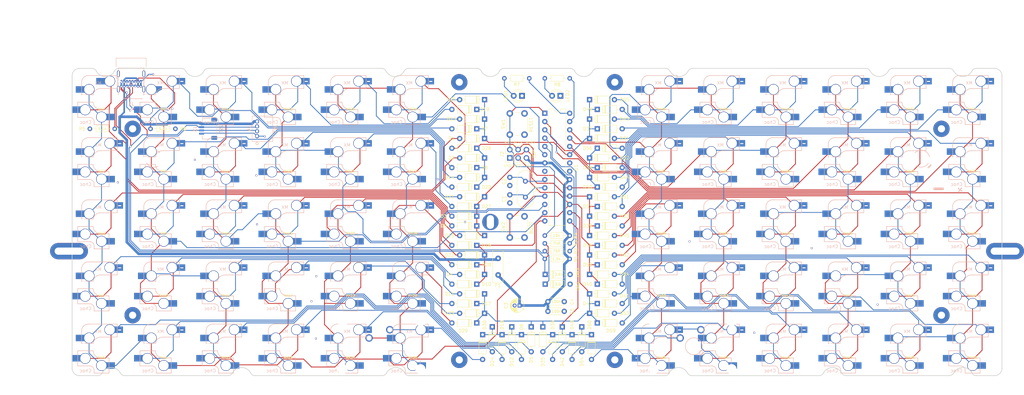
<source format=kicad_pcb>
(kicad_pcb (version 20221018) (generator pcbnew)
  (title_block (date "2022-03-19") (rev "1.7"))
  (layers (0 "F.Cu" signal) (31 "B.Cu" signal) (34 "B.Paste" user) (35 "F.Paste" user) (36 "B.SilkS" user "B.Silkscreen") (37 "F.SilkS" user "F.Silkscreen") (38 "B.Mask" user) (39 "F.Mask" user) (44 "Edge.Cuts" user))
  (net 0 "")
  (net 1 "+5V")
  (net 2 "GND")
  (net 3 "/ROW0")
  (net 4 "/ROW1")
  (net 5 "/ROW2")
  (net 6 "/ROW3")
  (net 7 "/ROW4")
  (net 8 "/ROW5")
  (net 9 "/RESET")
  (net 10 "Net-(D30-A)")
  (net 11 "/USB_D+")
  (net 12 "/USB_D-")
  (net 13 "/COL3")
  (net 14 "/COL0")
  (net 15 "/COL1")
  (net 16 "/COL2")
  (net 17 "/COL4")
  (net 18 "/COL5")
  (net 19 "/COL6")
  (net 20 "/COL7")
  (net 21 "/COL8")
  (net 22 "Net-(D60-A)")
  (net 23 "Net-(U1-XTAL2{slash}PB7)")
  (net 24 "Net-(U1-XTAL1{slash}PB6)")
  (net 25 "Net-(D17-Pad2)")
  (net 26 "Net-(D1-A)")
  (net 27 "/LED1")
  (net 28 "/LED2")
  (net 29 "/COL9")
  (net 30 "Net-(J1-PadCC2)")
  (net 31 "Net-(J1-PadCC1)")
  (net 32 "Net-(D2-A)")
  (net 33 "Net-(D3-A)")
  (net 34 "Net-(D4-A)")
  (net 35 "Net-(D5-A)")
  (net 36 "Net-(D6-A)")
  (net 37 "Net-(D7-A)")
  (net 38 "Net-(D8-A)")
  (net 39 "Net-(D9-A)")
  (net 40 "Net-(D10-A)")
  (net 41 "Net-(D11-A)")
  (net 42 "Net-(D12-A)")
  (net 43 "Net-(D13-A)")
  (net 44 "Net-(D14-A)")
  (net 45 "Net-(D15-A)")
  (net 46 "Net-(D16-A)")
  (net 47 "Net-(D17-A)")
  (net 48 "Net-(D18-A)")
  (net 49 "Net-(D19-A)")
  (net 50 "Net-(D20-A)")
  (net 51 "Net-(D21-A)")
  (net 52 "Net-(D22-A)")
  (net 53 "Net-(D23-A)")
  (net 54 "Net-(D24-A)")
  (net 55 "Net-(D25-A)")
  (net 56 "Net-(D26-A)")
  (net 57 "Net-(D27-A)")
  (net 58 "Net-(D28-A)")
  (net 59 "Net-(D29-A)")
  (net 60 "Net-(D31-A)")
  (net 61 "Net-(D32-A)")
  (net 62 "Net-(D33-A)")
  (net 63 "Net-(D34-A)")
  (net 64 "Net-(D35-A)")
  (net 65 "Net-(D36-A)")
  (net 66 "Net-(D37-A)")
  (net 67 "Net-(D38-A)")
  (net 68 "Net-(D39-A)")
  (net 69 "Net-(D40-A)")
  (net 70 "Net-(D41-A)")
  (net 71 "Net-(D42-A)")
  (net 72 "Net-(D43-A)")
  (net 73 "Net-(D44-A)")
  (net 74 "Net-(D45-A)")
  (net 75 "Net-(D46-A)")
  (net 76 "Net-(D47-A)")
  (net 77 "Net-(D48-A)")
  (net 78 "Net-(D49-A)")
  (net 79 "Net-(D50-A)")
  (net 80 "Net-(D51-A)")
  (net 81 "Net-(D52-A)")
  (net 82 "Net-(D53-A)")
  (net 83 "Net-(D54-A)")
  (net 84 "Net-(D55-A)")
  (net 85 "Net-(D56-A)")
  (net 86 "Net-(D57-A)")
  (net 87 "Net-(D58-A)")
  (net 88 "Net-(D59-A)")
  (net 89 "Net-(D61-K)")
  (net 90 "Net-(D62-K)")
  (net 91 "Net-(J1-VBUS)")
  (net 92 "Net-(LED1-A)")
  (net 93 "Net-(LED2-A)")
  (footprint "Capacitor_THT:C_Disc_D3.0mm_W1.6mm_P2.50mm" (layer "F.Cu") (at 144.065746 94.059454 -90)
    (fp_text reference "C1")
    (fp_text value "22p")
  )
  (footprint "Capacitor_THT:C_Disc_D3.0mm_W1.6mm_P2.50mm" (layer "F.Cu") (at 144.065746 88.701637 -90)
    (fp_text reference "C2")
    (fp_text value "22p")
  )
  (footprint "LED_THT:LED_D3.0mm" (layer "F.Cu") (at 159.543884 63.698491 180)
    (fp_text reference "LED2")
    (fp_text value "GREEN")
  )
  (footprint "Package_DIP:DIP-28_W7.62mm" (layer "F.Cu") (at 154.78138 69.056308)
    (fp_text reference "U1")
    (fp_text value "ATMEGA328-PU")
  )
  (footprint "Fuse:Fuse_Bourns_MF-RHT100" (layer "F.Cu") (at 140.493868 116.086035 -90)
    (fp_text reference "F1")
    (fp_text value "100mA")
  )
  (footprint "Diode_THT:D_DO-35_SOD27_P7.62mm_Horizontal" (layer "F.Cu") (at 136.326677 82.748507 180)
    (fp_text reference "D2")
    (fp_text value "1N4148")
  )
  (footprint "Diode_THT:D_DO-35_SOD27_P7.62mm_Horizontal" (layer "F.Cu") (at 136.326677 118.467287 180)
    (fp_text reference "D4")
    (fp_text value "1N4148")
  )
  (footprint "Diode_THT:D_DO-35_SOD27_P7.62mm_Horizontal" (layer "F.Cu") (at 150.614189 134.540738 -90)
    (fp_text reference "D5")
    (fp_text value "1N4148")
  )
  (footprint "Diode_THT:D_DO-35_SOD27_P7.62mm_Horizontal" (layer "F.Cu") (at 147.637624 136.92199 -90)
    (fp_text reference "D6")
    (fp_text value "1N4148")
  )
  (footprint "Diode_THT:D_DO-35_SOD27_P7.62mm_Horizontal" (layer "F.Cu") (at 144.661059 134.540738 -90)
    (fp_text reference "D12")
    (fp_text value "1N4148")
  )
  (footprint "Diode_THT:D_DO-35_SOD27_P7.62mm_Horizontal" (layer "F.Cu") (at 138.707929 134.540738 -90)
    (fp_text reference "D24")
    (fp_text value "1N4148")
  )
  (footprint "Capacitor_THT:CP_Radial_D4.0mm_P1.50mm" (layer "F.Cu") (at 147.042311 127.992295 180)
    (fp_text reference "C3")
    (fp_text value "4.7u")
  )
  (footprint "Diode_THT:D_DO-35_SOD27_P7.62mm_Horizontal" (layer "F.Cu") (at 136.326677 76.795377 180)
    (fp_text reference "D1")
    (fp_text value "1N4148")
  )
  (footprint "Button_Switch_THT:SW_PUSH_6mm" (layer "F.Cu") (at 144.065746 107.15634 90)
    (fp_text reference "SW2")
    (fp_text value "BOOT")
  )
  (footprint "lumberjack:MountingHole_M2" (layer "F.Cu") (at 128.587608 59.5313)
    (fp_text reference "H1" hide)
    (fp_text value "M2")
  )
  (footprint "lumberjack:MountingHole_M2" (layer "F.Cu") (at 176.212648 59.5313)
    (fp_text reference "H2" hide)
    (fp_text value "M2")
  )
  (footprint "lumberjack:MountingHole_M2" (layer "F.Cu") (at 128.587608 144.661059)
    (fp_text reference "H3" hide)
    (fp_text value "M2")
  )
  (footprint "lumberjack:MountingHole_M2" (layer "F.Cu") (at 176.212648 144.661059)
    (fp_text reference "H4" hide)
    (fp_text value "M2")
  )
  (footprint "lumberjack:MountingSlot_M2" (layer "F.Cu") (at 9.0969 111.323531)
    (fp_text reference "H5" hide)
    (fp_text value "M2")
  )
  (footprint "lumberjack:MountingSlot_M2" (layer "F.Cu") (at 295.703 111.323531)
    (fp_text reference "H6" hide)
    (fp_text value "M2")
  )
  (footprint "Diode_THT:D_DO-35_SOD27_P7.62mm_Horizontal" (layer "F.Cu") (at 166.092327 134.540738 -90)
    (fp_text reference "D54")
    (fp_text value "1N4148")
  )
  (footprint "LED_THT:LED_D3.0mm" (layer "F.Cu") (at 147.796372 63.698491 180)
    (fp_text reference "LED1")
    (fp_text value "RED")
  )
  (footprint "Diode_THT:D_DO-35_SOD27_P7.62mm_Horizontal" (layer "F.Cu") (at 136.326677 130.373547 180)
    (fp_text reference "D23")
    (fp_text value "1N4148")
  )
  (footprint "Diode_THT:D_DO-35_SOD27_P7.62mm_Horizontal" (layer "F.Cu") (at 136.326677 124.420417 180)
    (fp_text reference "D11")
    (fp_text value "1N4148")
  )
  (footprint "Diode_THT:D_DO-35_SOD27_P7.62mm_Horizontal" (layer "F.Cu") (at 133.945425 115.490722 180)
    (fp_text reference "D28")
    (fp_text value "1N4148")
  )
  (footprint "Diode_THT:D_DO-35_SOD27_P7.62mm_Horizontal" (layer "F.Cu") (at 136.326677 112.514157 180)
    (fp_text reference "D22")
    (fp_text value "1N4148")
  )
  (footprint "Diode_THT:D_DO-35_SOD27_P7.62mm_Horizontal" (layer "F.Cu") (at 133.945425 109.537592 180)
    (fp_text reference "D16")
    (fp_text value "1N4148")
  )
  (footprint "Diode_THT:D_DO-35_SOD27_P7.62mm_Horizontal" (layer "F.Cu") (at 133.945425 121.443852 180)
    (fp_text reference "D10")
    (fp_text value "1N4148")
  )
  (footprint "Diode_THT:D_DO-35_SOD27_P7.62mm_Horizontal" (layer "F.Cu") (at 133.945425 97.631332 180)
    (fp_text reference "D27")
    (fp_text value "1N4148")
  )
  (footprint "Diode_THT:D_DO-35_SOD27_P7.62mm_Horizontal" (layer "F.Cu") (at 136.326677 94.654767 180)
    (fp_text reference "D21")
    (fp_text value "1N4148")
  )
  (footprint "Diode_THT:D_DO-35_SOD27_P7.62mm_Horizontal" (layer "F.Cu") (at 133.945425 103.584462 180)
    (fp_text reference "D9")
    (fp_text value "1N4148")
  )
  (footprint "Diode_THT:D_DO-35_SOD27_P7.62mm_Horizontal" (layer "F.Cu") (at 133.945425 91.678202 180)
    (fp_text reference "D20")
    (fp_text value "1N4148")
  )
  (footprint "Diode_THT:D_DO-35_SOD27_P7.62mm_Horizontal" (layer "F.Cu") (at 136.326677 88.701637 180)
    (fp_text reference "D14")
    (fp_text value "1N4148")
  )
  (footprint "Diode_THT:D_DO-35_SOD27_P7.62mm_Horizontal" (layer "F.Cu") (at 133.945425 85.725072 180)
    (fp_text reference "D8")
    (fp_text value "1N4148")
  )
  (footprint "Diode_THT:D_DO-35_SOD27_P7.62mm_Horizontal" (layer "F.Cu") (at 168.473579 76.795377)
    (fp_text reference "D31")
    (fp_text value "1N4148")
  )
  (footprint "Diode_THT:D_DO-35_SOD27_P7.62mm_Horizontal" (layer "F.Cu") (at 133.945425 73.818812 180)
    (fp_text reference "D7")
    (fp_text value "1N4148")
  )
  (footprint "Diode_THT:D_DO-35_SOD27_P7.62mm_Horizontal" (layer "F.Cu") (at 170.854831 73.818812)
    (fp_text reference "D37")
    (fp_text value "1N4148")
  )
  (footprint "Diode_THT:D_DO-35_SOD27_P7.62mm_Horizontal" (layer "F.Cu") (at 133.945425 67.865682 180)
    (fp_text reference "D19")
    (fp_text value "1N4148")
  )
  (footprint "Diode_THT:D_DO-35_SOD27_P7.62mm_Horizontal" (layer "F.Cu") (at 163.115762 136.92199 -90)
    (fp_text reference "D48")
    (fp_text value "1N4148")
  )
  (footprint "Button_Switch_THT:SW_PUSH_6mm" (layer "F.Cu") (at 144.065746 75.604751 90)
    (fp_text reference "SW1")
    (fp_text value "RESET")
  )
  (footprint "Capacitor_THT:C_Disc_D4.3mm_W1.9mm_P5.00mm" (layer "F.Cu") (at 155.73451 126.801669)
    (fp_text reference "C4")
    (fp_text value "100n")
  )
  (footprint "Diode_THT:D_DO-35_SOD27_P7.62mm_Horizontal" (layer "F.Cu") (at 135.731364 136.92199 -90)
    (fp_text reference "D30")
    (fp_text value "1N4148")
  )
  (footprint "Diode_THT:D_DO-35_SOD27_P7.62mm_Horizontal" (layer "F.Cu") (at 170.854831 115.490722)
    (fp_text reference "D58")
    (fp_text value "1N4148")
  )
  (footprint "Diode_THT:D_DO-35_SOD27_P7.62mm_Horizontal" (layer "F.Cu") (at 169.068892 136.92199 -90)
    (fp_text reference "D60")
    (fp_text value "1N4148")
  )
  (footprint "Diode_THT:D_DO-35_SOD27_P7.62mm_Horizontal" (layer "F.Cu") (at 170.854831 79.771942)
    (fp_text reference "D56")
    (fp_text value "1N4148")
  )
  (footprint "Diode_THT:D_DO-35_SOD27_P7.62mm_Horizontal" (layer "F.Cu") (at 168.473579 64.889117)
    (fp_text reference "D55")
    (fp_text value "1N4148")
  )
  (footprint "Diode_THT:D_DO-35_SOD27_P7.62mm_Horizontal" (layer "F.Cu") (at 170.854831 67.865682)
    (fp_text reference "D49")
    (fp_text value "1N4148")
  )
  (footprint "Diode_THT:D_DO-35_SOD27_P7.62mm_Horizontal" (layer "F.Cu") (at 168.473579 82.748507)
    (fp_text reference "D32")
    (fp_text value "1N4148")
  )
  (footprint "Diode_THT:D_DO-35_SOD27_P7.62mm_Horizontal" (layer "F.Cu") (at 170.854831 97.631332)
    (fp_text reference "D57")
    (fp_text value "1N4148")
  )
  (footprint "Diode_THT:D_DO-35_SOD27_P7.62mm_Horizontal" (layer "F.Cu") (at 170.854831 91.678202)
    (fp_text reference "D50")
    (fp_text value "1N4148")
  )
  (footprint "Diode_THT:D_DO-35_SOD27_P7.62mm_Horizontal" (layer "F.Cu") (at 168.473579 94.654767)
    (fp_text reference "D51")
    (fp_text value "1N4148")
  )
  (footprint "Diode_THT:D_DO-35_SOD27_P7.62mm_Horizontal" (layer "F.Cu") (at 168.473579 106.561027)
    (fp_text reference "D45")
    (fp_text value "1N4148")
  )
  (footprint "Diode_THT:D_DO-35_SOD27_P7.62mm_Horizontal" (layer "F.Cu") (at 170.854831 103.584462)
    (fp_text reference "D39")
    (fp_text value "1N4148")
  )
  (footprint "Diode_THT:D_DO-35_SOD27_P7.62mm_Horizontal" (layer "F.Cu") (at 168.473579 100.607897)
    (fp_text reference "D33")
    (fp_text value "1N4148")
  )
  (footprint "Diode_THT:D_DO-35_SOD27_P7.62mm_Horizontal" (layer "F.Cu") (at 170.854831 85.725072)
    (fp_text reference "D38")
    (fp_text value "1N4148")
  )
  (footprint "Diode_THT:D_DO-35_SOD27_P7.62mm_Horizontal" (layer "F.Cu") (at 168.473579 112.514157)
    (fp_text reference "D52")
    (fp_text value "1N4148")
  )
  (footprint "Diode_THT:D_DO-35_SOD27_P7.62mm_Horizontal" (layer "F.Cu") (at 170.854831 109.537592)
    (fp_text reference "D46")
    (fp_text value "1N4148")
  )
  (footprint "Diode_THT:D_DO-35_SOD27_P7.62mm_Horizontal" (layer "F.Cu") (at 168.473579 118.467287)
    (fp_text reference "D34")
    (fp_text value "1N4148")
  )
  (footprint "Diode_THT:D_DO-35_SOD27_P7.62mm_Horizontal" (layer "F.Cu") (at 168.473579 88.701637)
    (fp_text reference "D44")
    (fp_text value "1N4148")
  )
  (footprint "Diode_THT:D_DO-35_SOD27_P7.62mm_Horizontal" (layer "F.Cu") (at 168.473579 70.842247)
    (fp_text reference "D43")
    (fp_text value "1N4148")
  )
  (footprint "Diode_THT:D_DO-35_SOD27_P7.62mm_Horizontal" (layer "F.Cu") (at 170.854831 133.350112)
    (fp_text reference "D59")
    (fp_text value "1N4148")
  )
  (footprint "Diode_THT:D_DO-35_SOD27_P7.62mm_Horizontal" (layer "F.Cu") (at 168.473579 124.420417)
    (fp_text reference "D41")
    (fp_text value "1N4148")
  )
  (footprint "Diode_THT:D_DO-35_SOD27_P7.62mm_Horizontal" (layer "F.Cu") (at 154.186067 134.540738 -90)
    (fp_text reference "D35")
    (fp_text value "1N4148")
  )
  (footprint "Diode_THT:D_DO-35_SOD27_P7.62mm_Horizontal" (layer "F.Cu") (at 170.854831 121.443852)
    (fp_text reference "D40")
    (fp_text value "1N4148")
  )
  (footprint "Diode_THT:D_DO-35_SOD27_P7.62mm_Horizontal" (layer "F.Cu") (at 170.854831 127.396982)
    (fp_text reference "D47")
    (fp_text value "1N4148")
  )
  (footprint "Diode_THT:D_DO-35_SOD27_P7.62mm_Horizontal" (layer "F.Cu") (at 168.473579 130.373547)
    (fp_text reference "D53")
    (fp_text value "1N4148")
  )
  (footprint "Diode_THT:D_DO-35_SOD27_P7.62mm_Horizontal" (layer "F.Cu") (at 157.162632 136.92199 -90)
    (fp_text reference "D36")
    (fp_text value "1N4148")
  )
  (footprint "lumberjack:MX_PCB_200B" (layer "F.Cu") (at 200.025168 140.493868)
    (fp_text reference "2u_MX60" hide)
    (fp_text value "SW_Push" hide)
  )
  (footprint "lumberjack:MX_PCB_200B" (layer "F.Cu") (at 104.775088 140.493868)
    (fp_text reference "2u_MX30" hide)
    (fp_text value "SW_Push" hide)
  )
  (footprint "Capacitor_THT:C_Disc_D4.3mm_W1.9mm_P5.00mm" (layer "F.Cu") (at 155.73451 129.778234)
    (fp_text reference "C5")
    (fp_text value "100n")
  )
  (footprint "Connector_PinHeader_2.54mm:PinHeader_2x03_P2.54mm_Vertical" (layer "F.Cu") (at 144.065746 82.748507 90)
    (fp_text reference "J2")
    (fp_text value "AVR_ISP_6")
  )
  (footprint "lumberjack:MountingSlot_M2" (layer "F.Cu") (at 138.112616 102.393836 90)
    (fp_text reference "H7" hide)
    (fp_text value "M2")
  )
  (footprint "Diode_THT:D_DO-35_SOD27_P7.62mm_Horizontal" (layer "F.Cu") (at 160.139197 134.540738 -90)
    (fp_text reference "D42")
    (fp_text value "1N4148")
  )
  (footprint "Diode_THT:D_DO-35_SOD27_P7.62mm_Horizontal" (layer "F.Cu") (at 133.945425 133.350112 180)
    (fp_text reference "D29")
    (fp_text value "1N4148")
  )
  (footprint "Diode_THT:D_DO-35_SOD27_P7.62mm_Horizontal" (layer "F.Cu") (at 136.326677 106.561027 180)
    (fp_text reference "D15")
    (fp_text value "1N4148")
  )
  (footprint "Diode_THT:D_DO-35_SOD27_P7.62mm_Horizontal" (layer "F.Cu") (at 133.945425 100.607897 180)
    (fp_text reference "D3")
    (fp_text value "1N4148")
  )
  (footprint "Diode_THT:D_DO-35_SOD27_P7.62mm_Horizontal" (layer "F.Cu") (at 133.945425 79.771942 180)
    (fp_text reference "D26")
    (fp_text value "1N4148")
  )
  (footprint "Resistor_THT:R_Axial_DIN0204_L3.6mm_D1.6mm_P7.62mm_Horizontal" (layer "F.Cu") (at 162.40138 106.561027 180)
    (fp_text reference "R4")
    (fp_text value "10k")
  )
  (footprint "Crystal:Crystal_HC49-4H_Vertical" (layer "F.Cu") (at 148.82825 89.892263 -90)
    (fp_text reference "Y1")
    (fp_text value "16MHz")
  )
  (footprint "Diode_THT:D_DO-35_SOD27_P7.62mm_Horizontal" (layer "F.Cu") (at 133.945425 127.396982 180)
    (fp_text reference "D17")
    (fp_text value "1N4148")
  )
  (footprint "Resistor_THT:R_Axial_DIN0204_L3.6mm_D1.6mm_P7.62mm_Horizontal" (layer "F.Cu") (at 154.78138 113.704783)
    (fp_text reference "R1")
    (fp_text value "1.5k")
  )
  (footprint "Resistor_THT:R_Axial_DIN0204_L3.6mm_D1.6mm_P7.62mm_Horizontal" (layer "F.Cu") (at 150.018876 58.340674 180)
    (fp_text reference "R7")
    (fp_text value "1.5k")
  )
  (footprint "Resistor_THT:R_Axial_DIN0204_L3.6mm_D1.6mm_P7.62mm_Horizontal" (layer "F.Cu") (at 162.40138 58.340674 180)
    (fp_text reference "R8")
    (fp_text value "1.5k")
  )
  (footprint "Resistor_THT:R_Axial_DIN0204_L3.6mm_D1.6mm_P7.62mm_Horizontal" (layer "F.Cu") (at 154.78138 111.323531)
    (fp_text reference "R2")
    (fp_text value "75R")
  )
  (footprint "Diode_THT:D_DO-35_SOD27_P7.62mm_Horizontal" (layer "F.Cu") (at 154.900449 121.443852)
    (fp_text reference "D61")
    (fp_text value "3.6V")
  )
  (footprint "Diode_THT:D_DO-35_SOD27_P7.62mm_Horizontal" (layer "F.Cu") (at 154.900449 118.467287)
    (fp_text reference "D62")
    (fp_text value "3.6V")
  )
  (footprint "Resistor_THT:R_Axial_DIN0204_L3.6mm_D1.6mm_P7.62mm_Horizontal" (layer "F.Cu") (at 15.478138 73.818812)
    (fp_text reference "R5")
    (fp_text value "5.1k")
  )
  (footprint "Resistor_THT:R_Axial_DIN0204_L3.6mm_D1.6mm_P7.62mm_Horizontal" (layer "F.Cu") (at 41.67191 73.818812 180)
    (fp_text reference "R6")
    (fp_text value "5.1k")
  )
  (footprint "Resistor_THT:R_Axial_DIN0204_L3.6mm_D1.6mm_P7.62mm_Horizontal" (layer "F.Cu") (at 154.78138 108.942279)
    (fp_text reference "R3")
    (fp_text value "75R")
  )
  (footprint "Diode_THT:D_DO-35_SOD27_P7.62mm_Horizontal" (layer "F.Cu") (at 136.326677 64.889117 180)
    (fp_text reference "D25")
    (fp_text value "1N4148")
  )
  (footprint "Diode_THT:D_DO-35_SOD27_P7.62mm_Horizontal" (layer "F.Cu") (at 136.326677 70.842247 180)
    (fp_text reference "D13")
    (fp_text value "1N4148")
  )
  (footprint "Diode_THT:D_DO-35_SOD27_P7.62mm_Horizontal" (layer "F.Cu") (at 141.684494 136.92199 -90)
    (fp_text reference "D18")
    (fp_text value "1N4148")
  )
  (footprint "Library:Lumberjack CherryMX_Choc_v1v2_Hotswap Single Side" (layer "F.Cu") (at 19.050016 83.34382)
    (fp_text reference "MX2")
    (fp_text value "SW_Push" hide)
  )
  (footprint "Library:Lumberjack CherryMX_Choc_v1v2_Hotswap Single Side" (layer "F.Cu") (at 19.050016 102.393836)
    (fp_text reference "MX3")
    (fp_text value "SW_Push" hide)
  )
  (footprint "Library:Lumberjack CherryMX_Choc_v1v2_Hotswap Single Side" (layer "F.Cu") (at 19.050016 121.443852)
    (fp_text reference "MX4")
    (fp_text value "SW_Push" hide)
  )
  (footprint "Library:Lumberjack CherryMX_Choc_v1v2_Hotswap Single Side" (layer "F.Cu") (at 19.050016 140.493868)
    (fp_text reference "MX5")
    (fp_text value "SW_Push" hide)
  )
  (footprint "Library:Lumberjack CherryMX_Choc_v1v2_Hotswap Single Side" (layer "F.Cu") (at 38.100032 140.493868)
    (fp_text reference "MX6")
    (fp_text value "SW_Push" hide)
  )
  (footprint "Library:Lumberjack CherryMX_Choc_v1v2_Hotswap Single Side" (layer "F.Cu") (at 38.100032 64.293804)
    (fp_text reference "MX7")
    (fp_text value "SW_Push" hide)
  )
  (footprint "Library:Lumberjack CherryMX_Choc_v1v2_Hotswap Single Side" (layer "F.Cu") (at 38.100032 83.34382)
    (fp_text reference "MX8")
    (fp_text value "SW_Push" hide)
  )
  (footprint "Library:Lumberjack CherryMX_Choc_v1v2_Hotswap Single Side" (layer "F.Cu") (at 38.100032 102.393836)
    (fp_text reference "MX9")
    (fp_text value "SW_Push" hide)
  )
  (footprint "Library:Lumberjack CherryMX_Choc_v1v2_Hotswap Single Side" (layer "F.Cu") (at 38.100032 121.443852)
    (fp_text reference "MX10")
    (fp_text value "SW_Push" hide)
  )
  (footprint "Library:Lumberjack CherryMX_Choc_v1v2_Hotswap Single Side" (layer "F.Cu") (at 57.150048 121.443852)
    (fp_text reference "MX11")
    (fp_text value "SW_Push" hide)
  )
  (footprint "Library:Lumberjack CherryMX_Choc_v1v2_Hotswap Single Side" (layer "F.Cu") (at 57.150048 140.493868)
    (fp_text reference "MX12")
    (fp_text value "SW_Push" hide)
  )
  (footprint "Library:Lumberjack CherryMX_Choc_v1v2_Hotswap Single Side" (layer "F.Cu") (at 57.150048 102.393836)
    (fp_text reference "MX15")
    (fp_text value "SW_Push" hide)
  )
  (footprint "Library:Lumberjack CherryMX_Choc_v1v2_Hotswap Single Side" (layer "F.Cu") (at 76.200064 102.393836)
    (fp_text reference "MX16")
    (fp_text value "SW_Push" hide)
  )
  (footprint "Library:Lumberjack CherryMX_Choc_v1v2_Hotswap Single Side" (layer "F.Cu") (at 76.200064 121.443852)
    (fp_text reference "MX17")
    (fp_text value "SW_Push" hide)
  )
  (footprint "Library:Lumberjack CherryMX_Choc_v1v2_Hotswap Single Side" (layer "F.Cu") (at 76.200064 140.493868)
    (fp_text reference "MX18")
    (fp_text value "SW_Push" hide)
  )
  (footprint "Library:Lumberjack CherryMX_Choc_v1v2_Hotswap Single Side" (layer "F.Cu") (at 76.200064 64.293804)
    (fp_text reference "MX19")
    (fp_text value "SW_Push" hide)
  )
  (footprint "Library:Lumberjack CherryMX_Choc_v1v2_Hotswap Single Side" (layer "F.Cu") (at 76.200064 83.34382)
    (fp_text reference "MX20")
    (fp_text value "SW_Push" hide)
  )
  (footprint "Library:Lumberjack CherryMX_Choc_v1v2_Hotswap Single Side" (layer "F.Cu") (at 95.25008 83.34382)
    (fp_text reference "MX21")
    (fp_text value "SW_Push" hide)
  )
  (footprint "Library:Lumberjack CherryMX_Choc_v1v2_Hotswap Single Side" (layer "F.Cu") (at 95.25008 102.393836)
    (fp_text reference "MX22")
    (fp_text value "SW_Push" hide)
  )
  (footprint "Library:Lumberjack CherryMX_Choc_v1v2_Hotswap Single Side" (layer "F.Cu") (at 95.25008 121.443852)
    (fp_text reference "MX23")
    (fp_text value "SW_Push" hide)
  )
  (footprint "Library:Lumberjack CherryMX_Choc_v1v2_Hotswap Single Side" (layer "F.Cu") (at 95.25008 140.493868)
    (fp_text reference "MX24")
    (fp_text value "SW_Push" hide)
  )
  (footprint "Library:Lumberjack CherryMX_Choc_v1v2_Hotswap Single Side" (layer "F.Cu") (at 95.25008 64.293804)
    (fp_text reference "MX25")
    (fp_text value "SW_Push" hide)
  )
  (footprint "Library:Lumberjack CherryMX_Choc_v1v2_Hotswap Single Side" (layer "F.Cu") (at 114.300096 64.293804)
    (fp_text reference "MX26")
    (fp_text value "SW_Push" hide)
  )
  (footprint "Library:Lumberjack CherryMX_Choc_v1v2_Hotswap Single Side" (layer "F.Cu") (at 114.300096 83.34382)
    (fp_text reference "MX27")
    (fp_text value "SW_Push" hide)
  )
  (footprint "Library:Lumberjack CherryMX_Choc_v1v2_Hotswap Single Side" (layer "F.Cu") (at 114.300096 102.393836)
    (fp_text reference "MX28")
    (fp_text value "SW_Push" hide)
  )
  (footprint "Library:Lumberjack CherryMX_Choc_v1v2_Hotswap Single Side" (layer "F.Cu") (at 114.300096 121.443852)
    (fp_text reference "MX29")
    (fp_text value "SW_Push" hide)
  )
  (footprint "Library:Lumberjack CherryMX_Choc_v1v2_Hotswap Single Side" (layer "F.Cu") (at 114.300096 140.493868)
    (fp_text reference "MX30")
    (fp_text value "SW_Push" hide)
  )
  (footprint "Library:Lumberjack CherryMX_Choc_v1v2_Hotswap Single Side" (layer "F.Cu") (at 285.75024 64.293804)
    (fp_text reference "MX31")
    (fp_text value "SW_Push" hide)
  )
  (footprint "Library:Lumberjack CherryMX_Choc_v1v2_Hotswap Single Side" (layer "F.Cu") (at 285.75024 83.34382)
    (fp_text reference "MX32")
    (fp_text value "SW_Push" hide)
  )
  (footprint "Library:Lumberjack CherryMX_Choc_v1v2_Hotswap Single Side" (layer "F.Cu") (at 285.75024 102.393836)
    (fp_text reference "MX33")
    (fp_text value "SW_Push" hide)
  )
  (footprint "Library:Lumberjack CherryMX_Choc_v1v2_Hotswap Single Side" (layer "F.Cu") (at 285.75024 121.44375)
    (fp_text reference "MX34")
    (fp_text value "SW_Push" hide)
  )
  (footprint "Library:Lumberjack CherryMX_Choc_v1v2_Hotswap Single Side" (layer "F.Cu") (at 285.75024 140.493868)
    (fp_text reference "MX35")
    (fp_text value "SW_Push" hide)
  )
  (footprint "Library:Lumberjack CherryMX_Choc_v1v2_Hotswap Single Side" (layer "F.Cu") (at 266.700224 140.493868)
    (fp_text reference "MX36")
    (fp_text value "SW_Push" hide)
  )
  (footprint "Library:Lumberjack CherryMX_Choc_v1v2_Hotswap Single Side" (layer "F.Cu") (at 266.700224 64.293804)
    (fp_text reference "MX37")
    (fp_text value "SW_Push" hide)
  )
  (footprint "Library:Lumberjack CherryMX_Choc_v1v2_Hotswap Single Side" (layer "F.Cu") (at 266.700224 83.34382)
    (fp_text reference "MX38")
    (fp_text value "SW_Push" hide)
  )
  (footprint "Library:Lumberjack CherryMX_Choc_v1v2_Hotswap Single Side" (layer "F.Cu") (at 266.700224 102.393836)
    (fp_text reference "MX39")
    (fp_text value "SW_Push" hide)
  )
  (footprint "Library:Lumberjack CherryMX_Choc_v1v2_Hotswap Single Side" (layer "F.Cu") (at 266.700224 121.443852)
    (fp_text reference "MX40")
    (fp_text value "SW_Push" hide)
  )
  (footprint "Library:Lumberjack CherryMX_Choc_v1v2_Hotswap Single Side" (layer "F.Cu") (at 247.650208 121.443852)
    (fp_text reference "MX41")
    (fp_text value "SW_Push" hide)
  )
  (footprint "Library:Lumberjack CherryMX_Choc_v1v2_Hotswap Single Side" (layer "F.Cu") (at 247.650208 140.493868)
    (fp_text reference "MX42")
    (fp_text value "SW_Push" hide)
  )
  (footprint "Library:Lumberjack CherryMX_Choc_v1v2_Hotswap Single Side" (layer "F.Cu") (at 247.650208 64.293804)
    (fp_text reference "MX43")
    (fp_text value "SW_Push" hide)
  )
  (footprint "Library:Lumberjack CherryMX_Choc_v1v2_Hotswap Single Side" (layer "F.Cu") (at 247.650208 83.34382)
    (fp_text reference "MX44")
    (fp_text value "SW_Push" hide)
  )
  (footprint "Library:Lumberjack CherryMX_Choc_v1v2_Hotswap Single Side" (layer "F.Cu") (at 247.650208 102.393836)
    (fp_text reference "MX45")
    (fp_text value "SW_Push" hide)
  )
  (footprint "Library:Lumberjack CherryMX_Choc_v1v2_Hotswap Single Side" (layer "F.Cu") (at 228.600192 102.393836)
    (fp_text reference "MX46")
    (fp_text value "SW_Push" hide)
  )
  (footprint "Library:Lumberjack CherryMX_Choc_v1v2_Hotswap Single Side" (layer "F.Cu") (at 228.600192 121.443852)
    (fp_text reference "MX47")
    (fp_text value "SW_Push" hide)
  )
  (footprint "Library:Lumberjack CherryMX_Choc_v1v2_Hotswap Single Side" (layer "F.Cu") (at 228.600192 140.493868)
    (fp_text reference "MX48")
    (fp_text value "SW_Push" hide)
  )
  (footprint "Library:Lumberjack CherryMX_Choc_v1v2_Hotswap Single Side" (layer "F.Cu") (at 228.600192 64.293804)
    (fp_text reference "MX49")
    (fp_text value "SW_Push" hide)
  )
  (footprint "Library:Lumberjack CherryMX_Choc_v1v2_Hotswap Single Side" (layer "F.Cu") (at 228.600192 83.34382)
    (fp_text reference "MX50")
    (fp_text value "SW_Push" hide)
  )
  (footprint "Library:Lumberjack CherryMX_Choc_v1v2_Hotswap Single Side" (layer "F.Cu") (at 209.550176 83.34382)
    (fp_text reference "MX51")
    (fp_text value "SW_Push" hide)
  )
  (footprint "Library:Lumberjack CherryMX_Choc_v1v2_Hotswap Single Side" (layer "F.Cu") (at 209.550176 102.393836)
    (fp_text reference "MX52")
    (fp_text value "SW_Push" hide)
  )
  (footprint "Library:Lumberjack CherryMX_Choc_v1v2_Hotswap Single Side" (layer "F.Cu") (at 209.550176 121.443852)
    (fp_text reference "MX53")
    (fp_text value "SW_Push" hide)
  )
  (footprint "Library:Lumberjack CherryMX_Choc_v1v2_Hotswap Single Side" (layer "F.Cu") (at 209.550176 140.493868)
    (fp_text reference "MX54")
    (fp_text value "SW_Push" hide)
  )
  (footprint "Library:Lumberjack CherryMX_Choc_v1v2_Hotswap Single Side" (layer "F.Cu") (at 209.550176 64.293804)
    (fp_text reference "MX55")
    (fp_text value "SW_Push" hide)
  )
  (footprint "Library:Lumberjack CherryMX_Choc_v1v2_Hotswap Single Side" (layer "F.Cu") (at 190.50016 64.293804)
    (fp_text reference "MX56")
    (fp_text value "SW_Push" hide)
  )
  (footprint "Library:Lumberjack CherryMX_Choc_v1v2_Hotswap Single Side" (layer "F.Cu") (at 190.50016 83.34382)
    (fp_text reference "MX57")
    (fp_text value "SW_Push" hide)
  )
  (footprint "Library:Lumberjack CherryMX_Choc_v1v2_Hotswap Single Side" (layer "F.Cu") (at 190.50016 102.393836)
    (fp_text reference "MX58")
    (fp_text value "SW_Push" hide)
  )
  (footprint "Library:Lumberjack CherryMX_Choc_v1v2_Hotswap Single Side" (layer "F.Cu") (at 190.50016 121.443852)
    (fp_text reference "MX59")
    (fp_text value "SW_Push" hide)
  )
  (footprint "Library:Lumberjack CherryMX_Choc_v1v2_Hotswap Single Side" (layer "F.Cu") (at 190.50016 140.493868)
    (fp_text reference "MX60")
    (fp_text value "SW_Push" hide)
  )
  (footprint "Library:Lumberjack CherryMX_Choc_v1v2_Hotswap Single Side" (layer "F.Cu") (at 57.150048 64.293804)
    (fp_text reference "MX13")
    (fp_text value "SW_Push" hide)
  )
  (footprint "Library:Lumberjack CherryMX_Choc_v1v2_Hotswap Single Side" (layer "F.Cu") (at 57.150048 83.34382)
    (fp_text reference "MX14")
    (fp_text value "SW_Push" hide)
  )
  (footprint "lumberjack:MountingHole_M2" (layer "F.Cu") (at 28.575024 130.96886)
    (fp_text reference "H9" hide)
    (fp_text value "M2")
  )
  (footprint "lumberjack:MountingHole_M2" (layer "F.Cu") (at 276.225232 73.818812)
    (fp_text reference "H10" hide)
    (fp_text value "M2")
  )
  (footprint "lumberjack:MountingHole_M2" (layer "F.Cu") (at 276.225232 130.96886)
    (fp_text reference "H11" hide)
    (fp_text value "M2")
  )
  (footprint "lumberjack:MountingHole_M2" (layer "F.Cu") (at 28.575024 73.818812)
    (fp_text reference "H8" hide)
    (fp_text value "M2")
  )
  (footprint "Library:Lumberjack CherryMX_Choc_v1v2_Hotswap Single Side" (layer "F.Cu") (at 19.049968 64.29375)
    (fp_text reference "MX1")
    (fp_text value "SW_Push" hide)
  )
  (footprint "Connector_JST:JST_SH_SM04B-SRSS-TB_1x04-1MP_P1.00mm_Horizontal" (layer "B.Cu") (at 51.69 73.81 -90)
    (fp_text reference "J3")
    (fp_text value "JST")
  )
  (footprint "lumberjack:S4B-ZRLFSN" (layer "B.Cu") (at 66.675 76.075 -90)
    (fp_text reference "J4")
    (fp_text value "JST")
  )
  (footprint "lumberjack:OSHW" (layer "B.Cu") (at 257.175 92.86875 180)
    (fp_text reference "REF**" hide)
    (fp_text value "OSHW" hide)
  )
  (footprint "lumberjack:Lumberjack" (layer "B.Cu") (at 238.125 92.86875 180)
    (fp_text reference "REF**" hide)
    (fp_text value "Lumberjack")
  )
  (footprint "lumberjack:Flags" (layer "B.Cu") (at 275.45 92.6 180)
    (fp_text reference "REF**" hide)
    (fp_text value "flags")
  )
  (footprint "Library:USB-C THT 16pin no mini (Lumberjack)" (layer "B.Cu") (at 25.128 60.86)
    (fp_text reference "J1")
    (fp_text value "USB")
  )
  (gr_circle (center 35.112119 83.003402) (end 37.493371 81.957223) (stroke (width 0.15)) (fill none) (layer "B.SilkS"))
  (gr_circle (center 270.006556 82.975932) (end 268.960377 80.59468) (stroke (width 0.15)) (fill none) (layer "B.SilkS"))
  (gr_circle (center 200.400801 140.493868) (end 199.354622 138.112616) (stroke (width 0.15)) (fill none) (layer "B.SilkS"))
  (gr_line (start 191.55379 149.5) (end 113.246211 149.5) (stroke (width 0.2)) (layer "Edge.Cuts"))
  (gr_line (start 294.75 147.24375) (end 294.75 57.54375) (stroke (width 0.2)) (layer "Edge.Cuts"))
  (gr_line (start 278.650337 55.29375) (end 261.298106 55.29375) (stroke (width 0.2)) (layer "Edge.Cuts"))
  (gr_line (start 278.650337 149.49375) (end 247.010606 149.49375) (stroke (width 0.2)) (layer "Edge.Cuts"))
  (gr_arc (start 162.564394 55.29375) (mid 163.342108 55.511111) (end 163.894429 56.100201) (stroke (width 0.2)) (layer "Edge.Cuts"))
  (gr_line (start 162.564394 55.29375) (end 142.235606 55.29375) (stroke (width 0.2)) (layer "Edge.Cuts"))
  (gr_arc (start 133.989394 55.29375) (mid 134.767108 55.511111) (end 135.319429 56.100201) (stroke (width 0.2)) (layer "Edge.Cuts"))
  (gr_line (start 57.789395 149.49375) (end 26.149663 149.49375) (stroke (width 0.2)) (layer "Edge.Cuts"))
  (gr_arc (start 140.905571 56.100202) (mid 138.1125 57.79375) (end 135.319429 56.100201) (stroke (width 0.2)) (layer "Edge.Cuts"))
  (gr_arc (start 10.05 57.54375) (mid 10.70901 55.95276) (end 12.3 55.29375) (stroke (width 0.2)) (layer "Edge.Cuts"))
  (gr_line (start 104.8 55.3) (end 51.748105 55.29375) (stroke (width 0.2)) (layer "Edge.Cuts"))
  (gr_arc (start 140.905572 56.100202) (mid 141.457892 55.511112) (end 142.235606 55.29375) (stroke (width 0.2)) (layer "Edge.Cuts"))
  (gr_line (start 253.051895 55.29375) (end 200 55.3) (stroke (width 0.2)) (layer "Edge.Cuts"))
  (gr_arc (start 169.480571 56.100202) (mid 166.6875 57.79375) (end 163.894429 56.100201) (stroke (width 0.2)) (layer "Edge.Cuts"))
  (gr_arc (start 259.968071 56.100202) (mid 257.175 57.79375) (end 254.381929 56.100201) (stroke (width 0.2)) (layer "Edge.Cuts"))
  (gr_arc (start 253.051894 55.29375) (mid 253.829608 55.511111) (end 254.381929 56.100201) (stroke (width 0.2)) (layer "Edge.Cuts"))
  (gr_arc (start 169.480572 56.100202) (mid 170.032892 55.511112) (end 170.810606 55.29375) (stroke (width 0.2)) (layer "Edge.Cuts"))
  (gr_line (start 10.05 147.24375) (end 10.05 57.54375) (stroke (width 0.2)) (layer "Edge.Cuts"))
  (gr_arc (start 292.5 55.29375) (mid 294.09099 55.95276) (end 294.75 57.54375) (stroke (width 0.2)) (layer "Edge.Cuts"))
  (gr_arc (start 66.035606 149.49375) (mid 65.257892 149.276388) (end 64.705572 148.687298) (stroke (width 0.2)) (layer "Edge.Cuts"))
  (gr_arc (start 240.094429 148.687298) (mid 239.542109 149.276388) (end 238.764395 149.49375) (stroke (width 0.2)) (layer "Edge.Cuts"))
  (gr_arc (start 247.010606 149.49375) (mid 246.232892 149.276388) (end 245.680572 148.687298) (stroke (width 0.2)) (layer "Edge.Cuts"))
  (gr_arc (start 240.094428 148.687298) (mid 242.8875 146.993749) (end 245.680572 148.687298) (stroke (width 0.2)) (layer "Edge.Cuts"))
  (gr_arc (start 294.75 147.24375) (mid 294.09099 148.83474) (end 292.5 149.49375) (stroke (width 0.2)) (layer "Edge.Cuts"))
  (gr_arc (start 259.968072 56.100202) (mid 260.520392 55.511112) (end 261.298106 55.29375) (stroke (width 0.2)) (layer "Edge.Cuts"))
  (gr_arc (start 59.119429 148.687298) (mid 58.567109 149.276388) (end 57.789395 149.49375) (stroke (width 0.2)) (layer "Edge.Cuts"))
  (gr_arc (start 59.119428 148.687298) (mid 61.9125 146.993749) (end 64.705572 148.687298) (stroke (width 0.2)) (layer "Edge.Cuts"))
  (gr_arc (start 12.3 149.49375) (mid 10.70901 148.83474) (end 10.05 147.24375) (stroke (width 0.2)) (layer "Edge.Cuts"))
  (gr_line (start 43.501894 55.29375) (end 24.363724 55.29375) (stroke (width 0.2)) (layer "Edge.Cuts"))
  (gr_arc (start 50.418071 56.100202) (mid 50.970391 55.511112) (end 51.748105 55.29375) (stroke (width 0.2)) (layer "Edge.Cuts"))
  (gr_arc (start 50.41807 56.100202) (mid 47.624999 57.79375) (end 44.831928 56.100201) (stroke (width 0.2)) (layer "Edge.Cuts"))
  (gr_arc (start 43.501893 55.29375) (mid 44.279607 55.511111) (end 44.831928 56.100201) (stroke (width 0.2)) (layer "Edge.Cuts"))
  (gr_arc (start 26.149663 149.49375) (mid 25.371949 149.276388) (end 24.819629 148.687298) (stroke (width 0.2)) (layer "Edge.Cuts"))
  (gr_line (start 17.903451 149.49375) (end 12.3 149.49375) (stroke (width 0.2)) (layer "Edge.Cuts"))
  (gr_arc (start 19.233486 148.687299) (mid 22.026557 146.993751) (end 24.819628 148.687298) (stroke (width 0.2)) (layer "Edge.Cuts"))
  (gr_arc (start 19.233486 148.687299) (mid 18.681165 149.276389) (end 17.903451 149.49375) (stroke (width 0.2)) (layer "Edge.Cuts"))
  (gr_arc (start 104.8 55.3) (mid 105.577714 55.517361) (end 106.130035 56.106451) (stroke (width 0.2)) (layer "Edge.Cuts"))
  (gr_arc (start 111.716177 56.106452) (mid 108.923106 57.8) (end 106.130035 56.106451) (stroke (width 0.2)) (layer "Edge.Cuts"))
  (gr_arc (start 111.716178 56.106452) (mid 112.268498 55.517362) (end 113.046212 55.3) (stroke (width 0.2)) (layer "Edge.Cuts"))
  (gr_line (start 133.989394 55.29375) (end 113.046212 55.3) (stroke (width 0.2)) (layer "Edge.Cuts"))
  (gr_arc (start 198.669965 56.106451) (mid 199.222286 55.517361) (end 200 55.3) (stroke (width 0.2)) (layer "Edge.Cuts"))
  (gr_arc (start 198.669965 56.106451) (mid 195.876894 57.799999) (end 193.083823 56.106452) (stroke (width 0.2)) (layer "Edge.Cuts"))
  (gr_arc (start 191.753788 55.3) (mid 192.531502 55.517362) (end 193.083822 56.106452) (stroke (width 0.2)) (layer "Edge.Cuts"))
  (gr_line (start 170.810606 55.29375) (end 191.753788 55.3) (stroke (width 0.2)) (layer "Edge.Cuts"))
  (gr_arc (start 106.330034 148.693548) (mid 105.777714 149.282638) (end 105 149.5) (stroke (width 0.2)) (layer "Edge.Cuts"))
  (gr_arc (start 113.246211 149.5) (mid 112.468497 149.282638) (end 111.916177 148.693548) (stroke (width 0.2)) (layer "Edge.Cuts"))
  (gr_arc (start 106.330033 148.693548) (mid 109.123105 146.999999) (end 111.916177 148.693548) (stroke (width 0.2)) (layer "Edge.Cuts"))
  (gr_line (start 105 149.5) (end 66.035606 149.49375) (stroke (width 0.2)) (layer "Edge.Cuts"))
  (gr_line (start 199.800001 149.5) (end 238.764395 149.49375) (stroke (width 0.2)) (layer "Edge.Cuts"))
  (gr_arc (start 199.800001 149.5) (mid 199.022287 149.282638) (end 198.469967 148.693548) (stroke (width 0.2)) (layer "Edge.Cuts"))
  (gr_arc (start 192.883824 148.693548) (mid 192.331504 149.282638) (end 191.55379 149.5) (stroke (width 0.2)) (layer "Edge.Cuts"))
  (gr_arc (start 192.883824 148.693548) (mid 195.676896 146.999999) (end 198.469968 148.693548) (stroke (width 0.2)) (layer "Edge.Cuts"))
  (gr_arc (start 16.117512 55.29375) (mid 16.895226 55.511111) (end 17.447547 56.100201) (stroke (width 0.2)) (layer "Edge.Cuts"))
  (gr_arc (start 23.03369 56.100202) (mid 23.58601 55.511112) (end 24.363724 55.29375) (stroke (width 0.2)) (layer "Edge.Cuts"))
  (gr_arc (start 23.033689 56.100202) (mid 20.240618 57.79375) (end 17.447547 56.100201) (stroke (width 0.2)) (layer "Edge.Cuts"))
  (gr_arc (start 285.566514 56.100201) (mid 282.773443 57.793749) (end 279.980372 56.100202) (stroke (width 0.2)) (layer "Edge.Cuts"))
  (gr_arc (start 278.650337 55.29375) (mid 279.428051 55.511112) (end 279.980371 56.100202) (stroke (width 0.2)) (layer "Edge.Cuts"))
  (gr_line (start 286.896549 55.29375) (end 292.5 55.29375) (stroke (width 0.2)) (layer "Edge.Cuts"))
  (gr_arc (start 285.566514 56.100201) (mid 286.118835 55.511111) (end 286.896549 55.29375) (stroke (width 0.2)) (layer "Edge.Cuts"))
  (gr_arc (start 286.896549 149.49375) (mid 286.118835 149.276389) (end 285.566514 148.687299) (stroke (width 0.2)) (layer "Edge.Cuts"))
  (gr_line (start 286.896549 149.49375) (end 292.5 149.49375) (stroke (width 0.2)) (layer "Edge.Cuts"))
  (gr_arc (start 279.980371 148.687298) (mid 279.428051 149.276388) (end 278.650337 149.49375) (stroke (width 0.2)) (layer "Edge.Cuts"))
  (gr_arc (start 279.980372 148.687298) (mid 282.773443 146.99375) (end 285.566514 148.687299) (stroke (width 0.2)) (layer "Edge.Cuts"))
  (gr_line (start 16.117512 55.29375) (end 12.3 55.29375) (stroke (width 0.2)) (layer "Edge.Cuts"))
  (gr_text "POST" (at 32.730867 85.604334 315) (layer "B.SilkS") (effects (font (size 0.4 0.4) (thickness 0.1)) (justify mirror)))
  (gr_text "POST" (at 272.607488 85.357184 45) (layer "B.SilkS") (effects (font (size 0.4 0.4) (thickness 0.1)) (justify mirror)))
  (gr_text "POST" (at 203.001733 142.87512 45) (layer "B.SilkS") (effects (font (size 0.4 0.4) (thickness 0.1)) (justify mirror)))
  (gr_text "GND" (at 144.661059 85.129759) (layer "F.SilkS") (effects (font (size 0.8 0.8) (thickness 0.1)) (justify right)))
  (gr_text "VCC" (at 148.82825 85.129759) (layer "F.SilkS") (effects (font (size 0.8 0.8) (thickness 0.1)) (justify left)))
  (gr_text "MOSI" (at 146.605746 85.129759) (layer "F.SilkS") (effects (font (size 0.8 0.8) (thickness 0.1))))
  (gr_text "SCLK" (at 146.605746 77.986003) (layer "F.SilkS") (effects (font (size 0.8 0.8) (thickness 0.1))))
  (gr_text "MISO" (at 148.82825 77.986003) (layer "F.SilkS") (effects (font (size 0.8 0.8) (thickness 0.1)) (justify left)))
  (gr_text "ISP" (at 151.537087 81.570333 90) (layer "F.SilkS") (effects (font (size 1 1))))
  (gr_text "RST" (at 144.661059 77.986003) (layer "F.SilkS") (effects (font (size 0.8 0.8) (thickness 0.1)) (justify right)))
  (segment (start 162.40138 89.376308) (end 162.40138 89.416019) (width 0.8) (layer "B.Cu") (net 1))
  (segment (start 162.004494 89.376308) (end 162.40138 89.376308) (width 0.8) (layer "B.Cu") (net 1))
  (segment (start 162.40138 106.561027) (end 160.73451 108.227897) (width 0.8) (layer "B.Cu") (net 1))
  (segment (start 160.73451 108.227897) (end 160.73451 112.037913) (width 0.8) (layer "B.Cu") (net 1))
  (segment (start 160.73451 104.894157) (end 162.40138 106.561027) (width 0.8) (layer "B.Cu") (net 1))
  (segment (start 155.73451 126.801669) (end 154.543884 127.992295) (width 0.8) (layer "B.Cu") (net 1))
  (segment (start 147.042311 125.3626) (end 147.042311 127.992295) (width 0.8) (layer "B.Cu") (net 1))
  (segment (start 140.484494 118.804783) (end 147.042311 125.3626) (width 0.8) (layer "B.Cu") (net 1))
  (segment (start 154.78138 84.296308) (end 156.924494 84.296308) (width 0.8) (layer "B.Cu") (net 1))
  (segment (start 156.924494 84.296308) (end 162.004494 89.376308) (width 0.8) (layer "B.Cu") (net 1))
  (segment (start 160.73451 115.371653) (end 160.73451 121.801669) (width 0.8) (layer "B.Cu") (net 1))
  (segment (start 162.40138 89.416019) (end 160.73451 91.082889) (width 0.8) (layer "B.Cu") (net 1))
  (segment (start 162.40138 113.704783) (end 160.73451 115.371653) (width 0.8) (layer "B.Cu") (net 1))
  (segment (start 154.543884 127.992295) (end 147.042311 127.992295) (width 0.8) (layer "B.Cu") (net 1))
  (segment (start 154.78138 84.296308) (end 150.693547 84.296308) (width 0.8) (layer "B.Cu") (net 1))
  (segment (start 160.73451 112.037913) (end 162.40138 113.704783) (width 0.8) (layer "B.Cu") (net 1))
  (segment (start 155.73451 126.801669) (end 155.73451 129.778234) (width 0.8) (layer "B.Cu") (net 1))
  (segment (start 160.73451 121.801669) (end 155.73451 126.801669) (width 0.8) (layer "B.Cu") (net 1))
  (segment (start 150.693547 84.296308) (end 149.145746 82.748507) (width 0.8) (layer "B.Cu") (net 1))
  (segment (start 160.73451 91.082889) (end 160.73451 104.894157) (width 0.8) (layer "B.Cu") (net 1))
  (segment (start 25.128 60.86) (end 25.14125 60.86) (width 0.25) (layer "F.Cu") (net 2))
  (segment (start 26.138363 62.70625) (end 25.14125 61.709137) (width 0.5) (layer "F.Cu") (net 2))
  (segment (start 26.749468 62.70625) (end 26.138363 62.70625) (width 0.5) (layer "F.Cu") (net 2))
  (segment (start 25.14125 61.709137) (end 25.14125 60.86) (width 0.5) (layer "F.Cu") (net 2))
  (via (at 27.8 68.2) (size 0.6) (drill 0.4) (layers "F.Cu" "B.Cu") (net 2))
  (via (at 236.5 110.4) (size 0.6) (drill 0.4) (layers "F.Cu" "B.Cu") (net 2))
  (via (at 199.1 108.35) (size 0.6) (drill 0.4) (layers "F.Cu" "B.Cu") (net 2))
  (via (at 130.373547 102.393836) (size 0.6) (drill 0.4) (layers "F.Cu" "B.Cu") (net 2))
  (via (at 84.8 119) (size 0.6) (drill 0.4) (layers "F.Cu" "B.Cu") (net 2))
  (via (at 256.7 127.7) (size 0.6) (drill 0.4) (layers "F.Cu" "B.Cu") (net 2))
  (via (at 66.436875 88.10625) (size 0.6) (drill 0.4) (layers "F.Cu" "B.Cu") (net 2))
  (via (at 69.056308 76.200064) (size 0.6) (drill 0.4) (layers "F.Cu" "B.Cu") (net 2))
  (via (at 83.3 126.7) (size 0.6) (drill 0.4) (layers "F.Cu" "B.Cu") (net 2))
  (via (at 84.7 138.1) (size 0.6) (drill 0.4) (layers "F.Cu" "B.Cu") (net 2))
  (via (at 34.85 57.1) (size 0.6) (drill 0.4) (layers "F.Cu" "B.Cu") (net 2))
  (via (at 122.039165 89.29695) (size 0.6) (drill 0.4) (layers "F.Cu" "B.Cu") (net 2))
  (via (at 26.749468 62.70625) (size 0.6) (drill 0.4) (layers "F.Cu" "B.Cu") (net 2))
  (via (at 218.9 136.35) (size 0.6) (drill 0.4) (layers "F.Cu" "B.Cu") (net 2))
  (via (at 40.719375 67.6275) (size 0.6) (drill 0.4) (layers "F.Cu" "B.Cu") (net 2))
  (via (at 66.675 103.108125) (size 0.6) (drill 0.4) (layers "F.Cu" "B.Cu") (net 2))
  (via (at 24.050625 90.249375) (size 0.6) (drill 0.4) (layers "F.Cu" "B.Cu") (net 2))
  (via (at 47.625 83.34375) (size 0.6) (drill 0.4) (layers "F.Cu" "B.Cu") (net 2))
  (segment (start 26.749468 67.149468) (end 27.8 68.2) (width 0.25) (layer "B.Cu") (net 2))
  (segment (start 31.079135 59.51) (end 31.079135 59.289254) (width 0.25) (layer "B.Cu") (net 2))
  (segment (start 25.129135 59.857045) (end 25.302658 59.683522) (width 0.25) (layer "B.Cu") (net 2))
  (segment (start 31.079135 60.86) (end 31.079135 59.51) (width 0.5) (layer "B.Cu") (net 2))
  (segment (start 33.488 57.1) (end 34.85 57.1) (width 0.25) (layer "B.Cu") (net 2))
  (segment (start 66.675 76.075) (end 68.586059 76.075) (width 0.25) (layer "B.Cu") (net 2))
  (segment (start 50.006292 75.31) (end 50.161551 75.154741) (width 0.25) (layer "B.Cu") (net 2))
  (segment (start 49.69 75.31) (end 50.006292 75.31) (width 0.25) (layer "B.Cu") (net 2))
  (segment (start 65.754741 75.154741) (end 66.675 76.075) (width 0.25) (layer "B.Cu") (net 2))
  (segment (start 26.749468 62.70625) (end 26.749468 67.149468) (width 0.25) (layer "B.Cu") (net 2))
  (segment (start 50.161551 75.154741) (end 65.754741 75.154741) (width 0.25) (layer "B.Cu") (net 2))
  (segment (start 68.931244 76.075) (end 69.056308 76.200064) (width 0.25) (layer "B.Cu") (net 2))
  (segment (start 31.078 59.51) (end 33.488 57.1) (width 0.25) (layer "B.Cu") (net 2))
  (segment (start 68.586059 76.075) (end 68.931244 76.075) (width 0.25) (layer "B.Cu") (net 2))
  (segment (start 25.129135 60.86) (end 25.129135 59.857045) (width 0.5) (layer "B.Cu") (net 2))
  (segment (start 137.517303 77.986003) (end 136.326677 76.795377) (width 0.25) (layer "F.Cu") (net 3))
  (segment (start 157.499705 77.986003) (end 137.517303 77.986003) (width 0.25) (layer "F.Cu") (net 3))
  (segment (start 162.40138 81.756308) (end 161.27001 81.756308) (width 0.25) (layer "F.Cu") (net 3))
  (segment (start 161.27001 81.756308) (end 157.499705 77.986003) (width 0.25) (layer "F.Cu") (net 3))
  (segment (start 168.473579 70.842247) (end 168.473579 67.973579) (width 0.25) (layer "B.Cu") (net 3))
  (segment (start 170.854831 67.865682) (end 168.581476 67.865682) (width 0.25) (layer "B.Cu") (net 3))
  (segment (start 136.326677 67.923323) (end 136.326677 64.889117) (width 0.25) (layer "B.Cu") (net 3))
  (segment (start 168.581476 67.865682) (end 168.473579 67.973579) (width 0.25) (layer "B.Cu") (net 3))
  (segment (start 170.854831 73.818812) (end 168.51597 73.818812) (width 0.25) (layer "B.Cu") (net 3))
  (segment (start 162.40138 81.756308) (end 167.362311 76.795377) (width 0.25) (layer "B.Cu") (net 3))
  (segment (start 136.326677 76.795377) (end 136.326677 73.923323) (width 0.25) (layer "B.Cu") (net 3))
  (segment (start 136.269036 67.865682) (end 136.326677 67.923323) (width 0.25) (layer "B.Cu") (net 3))
  (segment (start 136.222166 73.818812) (end 136.326677 73.923323) (width 0.25) (layer "B.Cu") (net 3))
  (segment (start 133.945425 73.818812) (end 136.222166 73.818812) (width 0.25) (layer "B.Cu") (net 3))
  (segment (start 168.473579 67.973579) (end 168.473579 64.889117) (width 0.25) (layer "B.Cu") (net 3))
  (segment (start 168.473579 76.795377) (end 168.473579 73.776421) (width 0.25) (layer "B.Cu") (net 3))
  (segment (start 133.945425 67.865682) (end 136.269036 67.865682) (width 0.25) (layer "B.Cu") (net 3))
  (segment (start 136.326677 73.923323) (end 136.326677 70.842247) (width 0.25) (layer "B.Cu") (net 3))
  (segment (start 168.473579 73.776421) (end 168.473579 70.842247) (width 0.25) (layer "B.Cu") (net 3))
  (segment (start 167.362311 76.795377) (end 168.473579 76.795377) (width 0.25) (layer "B.Cu") (net 3))
  (segment (start 136.326677 70.842247) (end 136.326677 67.923323) (width 0.25) (layer "B.Cu") (net 3))
  (segment (start 168.51597 73.818812) (end 168.473579 73.776421) (width 0.25) (layer "B.Cu") (net 3))
  (segment (start 170.616725 91.916308) (end 170.854831 91.678202) (width 0.25) (layer "F.Cu") (net 4))
  (segment (start 146.605746 80.208507) (end 144.978555 78.581316) (width 0.25) (layer "F.Cu") (net 4))
  (segment (start 148.232937 78.581316) (end 146.605746 80.208507) (width 0.25) (layer "F.Cu") (net 4))
  (segment (start 162.40138 91.916308) (end 170.616725 91.916308) (width 0.25) (layer "F.Cu") (net 4))
  (segment (start 152.400128 88.106324) (end 151.209502 86.915698) (width 0.25) (layer "F.Cu") (net 4))
  (segment (start 170.259518 91.678202) (end 170.021412 91.916308) (width 0.25) (layer "F.Cu") (net 4))
  (segment (start 157.519839 88.106324) (end 152.400128 88.106324) (width 0.25) (layer "F.Cu") (net 4))
  (segment (start 151.209502 86.915698) (end 151.209502 79.892398) (width 0.25) (layer "F.Cu") (net 4))
  (segment (start 144.978555 78.581316) (end 135.136051 78.581316) (width 0.25) (layer "F.Cu") (net 4))
  (segment (start 151.209502 79.892398) (end 149.89842 78.581316) (width 0.25) (layer "F.Cu") (net 4))
  (segment (start 161.329823 91.916308) (end 162.40138 91.916308) (width 0.25) (layer "F.Cu") (net 4))
  (segment (start 149.89842 78.581316) (end 148.232937 78.581316) (width 0.25) (layer "F.Cu") (net 4))
  (segment (start 161.329823 91.916308) (end 157.519839 88.106324) (width 0.25) (layer "F.Cu") (net 4))
  (segment (start 135.136051 78.581316) (end 133.945425 79.771942) (width 0.25) (layer "F.Cu") (net 4))
  (segment (start 136.326677 82.748507) (end 136.326677 85.673323) (width 0.25) (layer "B.Cu") (net 4))
  (segment (start 136.326677 82.748507) (end 136.326677 82.153194) (width 0.25) (layer "B.Cu") (net 4))
  (segment (start 170.854831 85.725072) (end 168.475072 85.725072) (width 0.25) (layer "B.Cu") (net 4))
  (segment (start 133.945425 85.725072) (end 136.274928 85.725072) (width 0.25) (layer "B.Cu") (net 4))
  (segment (start 136.326677 85.673323) (end 136.326677 88.701637) (width 0.25) (layer "B.Cu") (net 4))
  (segment (start 168.473579 89.29695) (end 170.854831 91.678202) (width 0.25) (layer "B.Cu") (net 4))
  (segment (start 168.475072 85.725072) (end 168.473579 85.723579) (width 0.25) (layer "B.Cu") (net 4))
  (segment (start 168.473579 88.701637) (end 168.473579 89.29695) (width 0.25) (layer "B.Cu") (net 4))
  (segment (start 168.473579 85.723579) (end 168.473579 82.748507) (width 0.25) (layer "B.Cu") (net 4))
  (segment (start 133.945425 91.678202) (end 136.326677 89.29695) (width 0.25) (layer "B.Cu") (net 4))
  (segment (start 170.854831 79.771942) (end 168.473579 82.153194) (width 0.25) (layer "B.Cu") (net 4))
  (segment (start 136.326677 89.29695) (end 136.326677 88.701637) (width 0.25) (layer "B.Cu") (net 4))
  (segment (start 136.326677 82.153194) (end 133.945425 79.771942) (width 0.25) (layer "B.Cu") (net 4))
  (segment (start 136.274928 85.725072) (end 136.326677 85.673323) (width 0.25) (layer "B.Cu") (net 4))
  (segment (start 168.473579 88.701637) (end 168.473579 85.723579) (width 0.25) (layer "B.Cu") (net 4))
  (segment (start 168.473579 82.153194) (end 168.473579 82.748507) (width 0.25) (layer "B.Cu") (net 4))
  (segment (start 168.473579 103.526421) (end 168.473579 100.607897) (width 0.25) (layer "F.Cu") (net 5))
  (segment (start 170.854831 103.584462) (end 168.53162 103.584462) (width 0.25) (layer "F.Cu") (net 5))
  (segment (start 157.374824 90.501309) (end 152.413861 90.501309) (width 0.25) (layer "F.Cu") (net 5))
  (segment (start 145.256372 82.358879) (end 146.072995 81.542256) (width 0.25) (layer "F.Cu") (net 5))
  (segment (start 168.53162 103.584462) (end 168.473579 103.526421) (width 0.25) (layer "F.Cu") (net 5))
  (segment (start 168.473579 100.607897) (end 168.473579 97.723579) (width 0.25) (layer "F.Cu") (net 5))
  (segment (start 170.854831 97.631332) (end 168.565826 97.631332) (width 0.25) (layer "F.Cu") (net 5))
  (segment (start 168.473579 106.561027) (end 168.473579 103.526421) (width 0.25) (layer "F.Cu") (net 5))
  (segment (start 136.326677 106.561027) (end 135.276677 106.561027) (width 0.25) (layer "F.Cu") (net 5))
  (segment (start 152.413861 90.501309) (end 150.759491 88.846939) (width 0.25) (layer "F.Cu") (net 5))
  (segment (start 136.326677 94.654767) (end 136.326677 94.20008) (width 0.25) (layer "F.Cu") (net 5))
  (segment (start 146.072995 81.542256) (end 147.811997 81.542256) (width 0.25) (layer "F.Cu") (net 5))
  (segment (start 145.256372 85.270385) (end 145.256372 82.358879) (width 0.25) (layer "F.Cu") (net 5))
  (segment (start 133.945425 100.607897) (end 133.945425 97.631332) (width 0.25) (layer "F.Cu") (net 5))
  (segment (start 150.759491 81.822252) (end 149.145746 80.208507) (width 0.25) (layer "F.Cu") (net 5))
  (segment (start 147.811997 81.542256) (end 149.145746 80.208507) (width 0.25) (layer "F.Cu") (net 5))
  (segment (start 133.945425 97.036019) (end 136.326677 94.654767) (width 0.25) (layer "F.Cu") (net 5))
  (segment (start 168.565826 97.631332) (end 168.473579 97.723579) (width 0.25) (layer "F.Cu") (net 5))
  (segment (start 168.27512 94.456308) (end 168.473579 94.654767) (width 0.25) (layer "F.Cu") (net 5))
  (segment (start 168.473579 97.723579) (end 168.473579 94.654767) (width 0.25) (layer "F.Cu") (net 5))
  (segment (start 162.40138 94.456308) (end 168.27512 94.456308) (width 0.25) (layer "F.Cu") (net 5))
  (segment (start 161.329823 94.456308) (end 162.40138 94.456308) (width 0.25) (layer "F.Cu") (net 5))
  (segment (start 150.759491 88.846939) (end 150.759491 81.822252) (width 0.25) (layer "F.Cu") (net 5))
  (segment (start 133.945425 105.229775) (end 133.945425 103.584462) (width 0.25) (layer "F.Cu") (net 5))
  (segment (start 133.945425 97.631332) (end 133.945425 97.036019) (width 0.25) (layer "F.Cu") (net 5))
  (segment (start 136.326677 94.20008) (end 145.256372 85.270385) (width 0.25) (layer "F.Cu") (net 5))
  (segment (start 135.276677 106.561027) (end 133.945425 105.229775) (width 0.25) (layer "F.Cu") (net 5))
  (segment (start 161.329823 94.456308) (end 157.374824 90.501309) (width 0.25) (layer "F.Cu") (net 5))
  (segment (start 133.945425 103.584462) (end 133.945425 100.607897) (width 0.25) (layer "F.Cu") (net 5))
  (segment (start 168.473579 118.467287) (end 168.473579 115.473579) (width 0.25) (layer "F.Cu") (net 6))
  (segment (start 134.400112 109.537592) (end 133.945425 109.537592) (width 0.25) (layer "F.Cu") (net 6))
  (segment (start 162.40138 96.996308) (end 158.736379 93.331307) (width 0.25) (layer "F.Cu") (net 6))
  (segment (start 151.685625 102.87) (end 151.685625 108.823125) (width 0.25) (layer "F.Cu") (net 6))
  (segment (start 153.894316 100.661309) (end 151.685625 102.87) (width 0.25) (layer "F.Cu") (net 6))
  (segment (start 170.259518 109.537592) (end 168.537592 109.537592) (width 0.25) (layer "F.Cu") (net 6))
  (segment (start 136.326677 115.423323) (end 136.326677 112.514157) (width 0.25) (layer "F.Cu") (net 6))
  (segment (start 168.490722 115.490722) (end 168.473579 115.473579) (width 0.25) (layer "F.Cu") (net 6))
  (segment (start 170.854831 115.490722) (end 168.490722 115.490722) (width 0.25) (layer "F.Cu") (net 6))
  (segment (start 167.878266 108.878266) (end 166.092327 107.092327) (width 0.25) (layer "F.Cu") (net 6))
  (segment (start 158.736379 93.331307) (end 153.416822 93.331307) (width 0.25) (layer "F.Cu") (net 6))
  (segment (start 166.092327 98.226645) (end 164.86199 96.996308) (width 0.25) (layer "F.Cu") (net 6))
  (segment (start 136.326677 111.464157) (end 134.400112 109.537592) (width 0.25) (layer "F.Cu") (net 6))
  (segment (start 166.092327 107.092327) (end 166.092327 98.226645) (width 0.25) (layer "F.Cu") (net 6))
  (segment (start 136.326677 118.467287) (end 136.326677 115.423323) (width 0.25) (layer "F.Cu") (net 6))
  (segment (start 134.400112 121.443852) (end 133.945425 121.443852) (width 0.25) (layer "F.Cu") (net 6))
  (segment (start 168.537592 109.537592) (end 167.878266 108.878266) (width 0.25) (layer "F.Cu") (net 6))
  (segment (start 170.854831 120.393852) (end 168.928266 118.467287) (width 0.25) (layer "F.Cu") (net 6))
  (segment (start 153.416822 93.331307) (end 150.30948 90.223965) (width 0.25) (layer "F.Cu") (net 6))
  (segment (start 150.30948 90.223965) (end 150.30948 86.452241) (width 0.25) (layer "F.Cu") (net 6))
  (segment (start 150.30948 86.452241) (end 146.605746 82.748507) (width 0.25) (layer "F.Cu") (net 6))
  (segment (start 133.945425 115.490722) (end 136.259278 115.490722) (width 0.25) (layer "F.Cu") (net 6))
  (segment (start 168.473579 109.473579) (end 167.878266 108.878266) (width 0.25) (layer "F.Cu") (net 6))
  (segment (start 168.928266 118.467287) (end 168.473579 118.467287) (width 0.25) (layer "F.Cu") (net 6))
  (segment (start 162.40138 96.996308) (end 158.736379 100.661309) (width 0.25) (layer "F.Cu") (net 6))
  (segment (start 136.326677 119.517287) (end 134.400112 121.443852) (width 0.25) (layer "F.Cu") (net 6))
  (segment (start 168.473579 115.473579) (end 168.473579 112.514157) (width 0.25) (layer "F.Cu") (net 6))
  (segment (start 150.971158 109.537592) (end 133.945425 109.537592) (width 0.25) (layer "F.Cu") (net 6))
  (segment (start 164.86199 96.996308) (end 162.40138 96.996308) (width 0.25) (layer "F.Cu") (net 6))
  (segment (start 136.326677 118.467287) (end 136.326677 119.517287) (width 0.25) (layer "F.Cu") (net 6))
  (segment (start 158.736379 100.661309) (end 153.894316 100.661309) (width 0.25) (layer "F.Cu") (net 6))
  (segment (start 168.473579 112.514157) (end 168.473579 109.473579) (width 0.25) (layer "F.Cu") (net 6))
  (segment (start 136.259278 115.490722) (end 136.326677 115.423323) (width 0.25) (layer "F.Cu") (net 6))
  (segment (start 170.854831 121.443852) (end 170.854831 120.393852) (width 0.25) (layer "F.Cu") (net 6))
  (segment (start 136.326677 112.514157) (end 136.326677 111.464157) (width 0.25) (layer "F.Cu") (net 6))
  (segment (start 151.685625 108.823125) (end 150.971158 109.537592) (width 0.25) (layer "F.Cu") (net 6))
  (segment (start 163.830112 99.536308) (end 165.497014 101.20321) (width 0.25) (layer "F.Cu") (net 7))
  (segment (start 162.40138 99.536308) (end 163.830112 99.536308) (width 0.25) (layer "F.Cu") (net 7))
  (segment (start 165.497014 101.20321) (end 165.497014 120.989165) (width 0.25) (layer "F.Cu") (net 7))
  (segment (start 167.878266 123.370417) (end 167.878266 124.420417) (width 0.25) (layer "F.Cu") (net 7))
  (segment (start 165.497014 120.989165) (end 167.878266 123.370417) (width 0.25) (layer "F.Cu") (net 7))
  (segment (start 133.945425 133.350112) (end 133.945425 132.754799) (width 0.25) (layer "B.Cu") (net 7))
  (segment (start 170.854831 132.754799) (end 168.473579 130.373547) (width 0.25) (layer "B.Cu") (net 7))
  (segment (start 168.473579 127.396982) (end 168.473579 124.420417) (width 0.25) (layer "B.Cu") (net 7))
  (segment (start 133.945425 127.396982) (end 136.326677 127.396982) (width 0.25) (layer "B.Cu") (net 7))
  (segment (start 167.282953 130.373547) (end 168.473579 130.373547) (width 0.25) (layer "B.Cu") (net 7))
  (segment (start 139.757929 132.754799) (end 150.645201 132.754799) (width 0.25) (layer "B.Cu") (net 7))
  (segment (start 137.376677 130.373547) (end 139.757929 132.754799) (width 0.25) (layer "B.Cu") (net 7))
  (segment (start 170.854831 133.350112) (end 170.854831 132.754799) (width 0.25) (layer "B.Cu") (net 7))
  (segment (start 164.901701 132.754799) (end 167.282953 130.373547) (width 0.25) (layer "B.Cu") (net 7))
  (segment (start 168.473579 130.373547) (end 168.473579 127.396982) (width 0.25) (layer "B.Cu") (net 7))
  (segment (start 136.326677 130.373547) (end 136.326677 127.396982) (width 0.25) (layer "B.Cu") (net 7))
  (segment (start 150.614189 134.540738) (end 150.614189 132.785811) (width 0.25) (layer "B.Cu") (net 7))
  (segment (start 170.854831 127.396982) (end 168.473579 127.396982) (width 0.25) (layer "B.Cu") (net 7))
  (segment (start 150.645201 132.754799) (end 164.901701 132.754799) (width 0.25) (layer "B.Cu") (net 7))
  (segment (start 150.614189 132.785811) (end 150.645201 132.754799) (width 0.25) (layer "B.Cu") (net 7))
  (segment (start 133.945425 132.754799) (end 136.326677 130.373547) (width 0.25) (layer "B.Cu") (net 7))
  (segment (start 136.326677 130.373547) (end 137.376677 130.373547) (width 0.25) (layer "B.Cu") (net 7))
  (segment (start 136.326677 127.396982) (end 136.326677 124.420417) (width 0.25) (layer "B.Cu") (net 7))
  (segment (start 154.186067 134.540738) (end 154.186067 132.754799) (width 0.25) (layer "B.Cu") (net 7))
  (segment (start 160.139197 133.490738) (end 160.139197 134.540738) (width 0.25) (layer "F.Cu") (net 8))
  (segment (start 162.40138 102.076308) (end 164.901701 104.576629) (width 0.25) (layer "F.Cu") (net 8))
  (segment (start 164.901701 104.576629) (end 164.901701 128.728234) (width 0.25) (layer "F.Cu") (net 8))
  (segment (start 164.901701 128.728234) (end 160.139197 133.490738) (width 0.25) (layer "F.Cu") (net 8))
  (segment (start 144.661059 134.540738) (end 144.661059 136.92199) (width 0.25) (layer "B.Cu") (net 8))
  (segment (start 163.711075 136.92199) (end 163.115762 136.92199) (width 0.25) (layer "B.Cu") (net 8))
  (segment (start 144.661059 136.92199) (end 147.637624 136.92199) (width 0.25) (layer "B.Cu") (net 8))
  (segment (start 160.139197 136.92199) (end 157.162632 136.92199) (width 0.25) (layer "B.Cu") (net 8))
  (segment (start 144.661059 136.92199) (end 141.684494 136.92199) (width 0.25) (layer "B.Cu") (net 8))
  (segment (start 160.139197 134.540738) (end 160.139197 136.92199) (width 0.25) (layer "B.Cu") (net 8))
  (segment (start 135.731364 136.92199) (end 138.707929 136.92199) (width 0.25) (layer "B.Cu") (net 8))
  (segment (start 166.092327 136.907673) (end 166.07801 136.92199) (width 0.25) (layer "B.Cu") (net 8))
  (segment (start 138.707929 134.540738) (end 138.707929 136.92199) (width 0.25) (layer "B.Cu") (net 8))
  (segment (start 138.707929 136.92199) (end 141.684494 136.92199) (width 0.25) (layer "B.Cu") (net 8))
  (segment (start 169.068892 136.92199) (end 166.07801 136.92199) (width 0.25) (layer "B.Cu") (net 8))
  (segment (start 166.092327 134.540738) (end 166.092327 136.907673) (width 0.25) (layer "B.Cu") (net 8))
  (segment (start 160.139197 136.92199) (end 163.115762 136.92199) (width 0.25) (layer "B.Cu") (net 8))
  (segment (start 166.07801 136.92199) (end 163.115762 136.92199) (width 0.25) (layer "B.Cu") (net 8))
  (segment (start 157.162632 136.92199) (end 147.637624 136.92199) (width 0.25) (layer "B.Cu") (net 8))
  (segment (start 144.065746 69.104751) (end 145.900128 67.270369) (width 0.25) (layer "F.Cu") (net 9))
  (segment (start 145.900128 67.270369) (end 152.995441 67.270369) (width 0.25) (layer "F.Cu") (net 9))
  (segment (start 152.995441 67.270369) (end 154.78138 69.056308) (width 0.25) (layer "F.Cu") (net 9))
  (segment (start 144.065746 80.208507) (end 145.256372 81.399133) (width 0.25) (layer "B.Cu") (net 9))
  (segment (start 157.757945 86.915698) (end 157.757945 103.584462) (width 0.25) (layer "B.Cu") (net 9))
  (segment (start 145.256372 81.399133) (end 145.256372 84.534446) (width 0.25) (layer "B.Cu") (net 9))
  (segment (start 144.065746 75.604751) (end 144.065746 69.104751) (width 0.25) (layer "B.Cu") (net 9))
  (segment (start 144.065746 80.208507) (end 144.065746 75.604751) (width 0.25) (layer "B.Cu") (net 9))
  (segment (start 156.263556 85.421309) (end 157.757945 86.915698) (width 0.25) (layer "B.Cu") (net 9))
  (segment (start 145.256372 84.534446) (end 146.143235 85.421309) (width 0.25) (layer "B.Cu") (net 9))
  (segment (start 157.757945 103.584462) (end 154.78138 106.561027) (width 0.25) (layer "B.Cu") (net 9))
  (segment (start 146.143235 85.421309) (end 156.263556 85.421309) (width 0.25) (layer "B.Cu") (net 9))
  (segment (start 117.225096 135.798868) (end 117.225096 142.331154) (width 0.25) (layer "F.Cu") (net 10))
  (segment (start 115.587382 143.968868) (end 109.525096 143.968868) (width 0.25) (layer "F.Cu") (net 10))
  (segment (start 109.525096 143.968868) (end 109.300096 144.193868) (width 0.25) (layer "F.Cu") (net 10))
  (segment (start 117.225096 142.331154) (end 115.587382 143.968868) (width 0.25) (layer "F.Cu") (net 10))
  (segment (start 116.840096 135.413868) (end 117.225096 135.798868) (width 0.25) (layer "F.Cu") (net 10))
  (segment (start 116.840096 135.413868) (end 107.315088 135.413868) (width 0.25) (layer "B.Cu") (net 10))
  (segment (start 116.840096 135.413868) (end 118.975096 135.413868) (width 0.25) (layer "B.Cu") (net 10))
  (segment (start 119.282634 134.968868) (end 123.062608 134.968868) (width 0.25) (layer "B.Cu") (net 10))
  (segment (start 118.975096 135.413868) (end 118.975096 135.276406) (width 0.25) (layer "B.Cu") (net 10))
  (segment (start 118.975096 135.276406) (end 119.282634 134.968868) (width 0.25) (layer "B.Cu") (net 10))
  (segment (start 123.062608 134.968868) (end 132.63573 144.54199) (width 0.25) (layer "B.Cu") (net 10))
  (segment (start 132.63573 144.54199) (end 135.731364 144.54199) (width 0.25) (layer "B.Cu") (net 10))
  (segment (start 164.306388 109.418523) (end 162.40138 111.323531) (width 0.25) (layer "B.Cu") (net 11))
  (segment (start 159.835434 85.421309) (end 162.811999 85.421309) (width 0.25) (layer "B.Cu") (net 11))
  (segment (start 157.01733 82.603205) (end 159.835434 85.421309) (width 0.25) (layer "B.Cu") (net 11))
  (segment (start 154.78138 76.676308) (end 157.01733 78.912258) (width 0.25) (layer "B.Cu") (net 11))
  (segment (start 157.01733 78.912258) (end 157.01733 82.603205) (width 0.25) (layer "B.Cu") (net 11))
  (segment (start 164.306388 86.915698) (end 164.306388 109.418523) (width 0.25) (layer "B.Cu") (net 11))
  (segment (start 162.811999 85.421309) (end 164.306388 86.915698) (width 0.25) (layer "B.Cu") (net 11))
  (segment (start 163.711075 107.632584) (end 162.40138 108.942279) (width 0.25) (layer "B.Cu") (net 12))
  (segment (start 154.821059 79.216308) (end 156.567319 80.962568) (width 0.25) (layer "B.Cu") (net 12))
  (segment (start 162.929651 87.961309) (end 163.711075 88.742734) (width 0.25) (layer "B.Cu") (net 12))
  (segment (start 156.567319 80.962568) (end 156.567319 82.789605) (width 0.25) (layer "B.Cu") (net 12))
  (segment (start 161.739023 87.961309) (end 162.929651 87.961309) (width 0.25) (layer "B.Cu") (net 12))
  (segment (start 163.711075 88.742734) (end 163.711075 107.632584) (width 0.25) (layer "B.Cu") (net 12))
  (segment (start 154.78138 79.216308) (end 154.821059 79.216308) (width 0.25) (layer "B.Cu") (net 12))
  (segment (start 156.567319 82.789605) (end 161.739023 87.961309) (width 0.25) (layer "B.Cu") (net 12))
  (segment (start 151.407961 94.456308) (end 154.78138 94.456308) (width 0.25) (layer "F.Cu") (net 13))
  (segment (start 89.058648 118.903852) (end 87.3125 120.65) (width 0.25) (layer "F.Cu") (net 13))
  (segment (start 87.3125 127.79375) (end 87.3125 133.826288) (width 0.25) (layer "F.Cu") (net 13))
  (segment (start 74.339462 78.854422) (end 72.390064 80.80382) (width 0.25) (layer "F.Cu") (net 13))
  (segment (start 72.390064 66.383804) (end 76.200064 70.193804) (width 0.25) (layer "F.Cu") (net 13))
  (segment (start 144.065746 100.65634) (end 145.207929 100.65634) (width 0.25) (layer "F.Cu") (net 13))
  (segment (start 74.339462 72.054406) (end 74.339462 78.854422) (width 0.25) (layer "F.Cu") (net 13))
  (segment (start 87.312975 127.343852) (end 95.25008 127.343852) (width 0.25) (layer "F.Cu") (net 13))
  (segment (start 91.44008 137.953868) (end 88.575079 135.088867) (width 0.25) (layer "F.Cu") (net 13))
  (segment (start 72.390064 61.753804) (end 72.390064 66.383804) (width 0.25) (layer "F.Cu") (net 13))
  (segment (start 144.065746 100.65634) (end 144.065746 107.15634) (width 0.25) (layer "F.Cu") (net 13))
  (segment (start 76.200064 70.193804) (end 74.339462 72.054406) (width 0.25) (layer "F.Cu") (net 13))
  (segment (start 91.44008 104.483836) (end 95.25008 108.293836) (width 0.25) (layer "F.Cu") (net 13))
  (segment (start 72.390064 80.80382) (end 72.775064 80.41882) (width 0.25) (layer "F.Cu") (net 13))
  (segment (start 91.44008 99.853836) (end 91.44008 104.483836) (width 0.25) (layer "F.Cu") (net 13))
  (segment (start 145.207929 100.65634) (end 151.407961 94.456308) (width 0.25) (layer "F.Cu") (net 13))
  (segment (start 87.3125 120.65) (end 87.3125 127.79375) (width 0.25) (layer "F.Cu") (net 13))
  (segment (start 91.44008 118.903852) (end 89.058648 118.903852) (width 0.25) (layer "F.Cu") (net 13))
  (segment (start 91.44008 118.753852) (end 91.44008 118.903852) (width 0.25) (layer "F.Cu") (net 13))
  (segment (start 95.25008 114.943852) (end 91.44008 118.753852) (width 0.25) (layer "F.Cu") (net 13))
  (segment (start 87.3125 133.826288) (end 88.575079 135.088867) (width 0.25) (layer "F.Cu") (net 13))
  (segment (start 87.3125 127.344327) (end 87.312975 127.343852) (width 0.25) (layer "F.Cu") (net 13))
  (segment (start 95.25008 108.293836) (end 95.25008 114.943852) (width 0.25) (layer "F.Cu") (net 13))
  (segment (start 91.575081 85.568821) (end 95.25008 89.24382) (width 0.25) (layer "B.Cu") (net 13))
  (segment (start 96.8375 99.21875) (end 99.10508 101.48633) (width 0.25) (layer "B.Cu") (net 13))
  (segment (start 92.931179 97.63125) (end 94.518679 99.21875) (width 0.25) (layer "B.Cu") (net 13))
  (segment (start 72.390064 80.80382) (end 72.775064 80.41882) (width 0.25) (layer "B.Cu") (net 13))
  (segment (start 136.735594 98.967271) (end 137.330907 98.371958) (width 0.25) (layer "B.Cu") (net 13))
  (segment (start 92.931179 91.562721) (end 92.931179 97.63125) (width 0.25) (layer "B.Cu") (net 13))
  (segment (start 118.231178 105.868836) (end 125.132743 98.967271) (width 0.25) (layer "B.Cu") (net 13))
  (segment (start 92.931179 97.63125) (end 92.931179 98.362737) (width 0.25) (layer "B.Cu") (net 13))
  (segment (start 99.10508 105.76244) (end 101.63639 108.29375) (width 0.25) (layer "B.Cu") (net 13))
  (segment (start 72.390064 85.43382) (end 76.200064 89.24382) (width 0.25) (layer "B.Cu") (net 13))
  (segment (start 91.05508 80.41882) (end 91.44008 80.80382) (width 0.25) (layer "B.Cu") (net 13))
  (segment (start 125.132743 98.967271) (end 136.735594 98.967271) (width 0.25) (layer "B.Cu") (net 13))
  (segment (start 91.44008 80.80382) (end 91.575081 80.938821) (width 0.25) (layer "B.Cu") (net 13))
  (segment (start 110.870714 108.29375) (end 113.295628 105.868836) (width 0.25) (layer "B.Cu") (net 13))
  (segment (start 99.10508 101.48633) (end 99.10508 105.76244) (width 0.25) (layer "B.Cu") (net 13))
  (segment (start 91.44008 137.953868) (end 91.44008 142.583868) (width 0.25) (layer "B.Cu") (net 13))
  (segment (start 94.518679 99.21875) (end 96.8375 99.21875) (width 0.25) (layer "B.Cu") (net 13))
  (segment (start 92.931179 98.362737) (end 91.44008 99.853836) (width 0.25) (layer "B.Cu") (net 13))
  (segment (start 148.164794 98.371958) (end 152.080444 94.456308) (width 0.25) (layer "B.Cu") (net 13))
  (segment (start 91.44008 142.583868) (end 95.25008 146.393868) (width 0.25) (layer "B.Cu") (net 13))
  (segment (start 152.080444 94.456308) (end 154.78138 94.456308) (width 0.25) (layer "B.Cu") (net 13))
  (segment (start 113.295628 105.868836) (end 118.231178 105.868836) (width 0.25) (layer "B.Cu") (net 13))
  (segment (start 72.390064 80.80382) (end 72.390064 85.43382) (width 0.25) (layer "B.Cu") (net 13))
  (segment (start 95.25008 89.24382) (end 92.931179 91.562721) (width 0.25) (layer "B.Cu") (net 13))
  (segment (start 101.63639 108.29375) (end 110.870714 108.29375) (width 0.25) (layer "B.Cu") (net 13))
  (segment (start 137.330907 98.371958) (end 148.164794 98.371958) (width 0.25) (layer "B.Cu") (net 13))
  (segment (start 72.775064 80.41882) (end 91.05508 80.41882) (width 0.25) (layer "B.Cu") (net 13))
  (segment (start 91.575081 80.938821) (end 91.575081 85.568821) (width 0.25) (layer "B.Cu") (net 13))
  (segment (start 83.34375 146.84375) (end 90.4875 146.84375) (width 0.25) (layer "F.Cu") (net 14))
  (segment (start 72.906132 146.168868) (end 74.656132 144.418868) (width 0.25) (layer "F.Cu") (net 14))
  (segment (start 124.221994 140.49375) (end 136.326795 140.49375) (width 0.25) (layer "F.Cu") (net 14))
  (segment (start 60.485393 146.168868) (end 72.906132 146.168868) (width 0.25) (layer "F.Cu") (net 14))
  (segment (start 106.732024 144.418868) (end 108.482024 146.168868) (width 0.25) (layer "F.Cu") (net 14))
  (segment (start 53.631132 146.393868) (end 55.606132 144.418868) (width 0.25) (layer "F.Cu") (net 14))
  (segment (start 38.100032 142.900032) (end 38.1 142.9) (width 0.25) (layer "F.Cu") (net 14))
  (segment (start 34.290032 137.953868) (end 34.290032 142.583868) (width 0.25) (layer "F.Cu") (net 14))
  (segment (start 113.482024 144.418868) (end 120.296876 144.418868) (width 0.25) (layer "F.Cu") (net 14))
  (segment (start 140.255625 136.56492) (end 140.255625 126.444375) (width 0.25) (layer "F.Cu") (net 14))
  (segment (start 34.290032 142.583868) (end 38.100032 146.393868) (width 0.25) (layer "F.Cu") (net 14))
  (segment (start 58.735393 144.418868) (end 60.485393 146.168868) (width 0.25) (layer "F.Cu") (net 14))
  (segment (start 153.193692 102.076308) (end 154.78138 102.076308) (width 0.25) (layer "F.Cu") (net 14))
  (segment (start 136.326795 140.49375) (end 140.255625 136.56492) (width 0.25) (layer "F.Cu") (net 14))
  (segment (start 55.606132 144.418868) (end 58.735393 144.418868) (width 0.25) (layer "F.Cu") (net 14))
  (segment (start 152.161875 114.538125) (end 152.161875 103.108125) (width 0.25) (layer "F.Cu") (net 14))
  (segment (start 38.100032 146.393868) (end 53.631132 146.393868) (width 0.25) (layer "F.Cu") (net 14))
  (segment (start 92.912382 144.418868) (end 106.732024 144.418868) (width 0.25) (layer "F.Cu") (net 14))
  (segment (start 140.255625 126.444375) (end 152.161875 114.538125) (width 0.25) (layer "F.Cu") (net 14))
  (segment (start 80.918868 144.418868) (end 83.34375 146.84375) (width 0.25) (layer "F.Cu") (net 14))
  (segment (start 90.4875 146.84375) (end 92.912382 144.418868) (width 0.25) (layer "F.Cu") (net 14))
  (segment (start 108.482024 146.168868) (end 111.732024 146.168868) (width 0.25) (layer "F.Cu") (net 14))
  (segment (start 111.732024 146.168868) (end 113.482024 144.418868) (width 0.25) (layer "F.Cu") (net 14))
  (segment (start 120.296876 144.418868) (end 124.221994 140.49375) (width 0.25) (layer "F.Cu") (net 14))
  (segment (start 74.656132 144.418868) (end 80.918868 144.418868) (width 0.25) (layer "F.Cu") (net 14))
  (segment (start 152.161875 103.108125) (end 153.193692 102.076308) (width 0.25) (layer "F.Cu") (net 14))
  (segment (start 19.221886 114.921982) (end 19.221886 108.465706) (width 0.25) (layer "B.Cu") (net 14))
  (segment (start 19.221886 108.465706) (end 19.050016 108.293836) (width 0.25) (layer "B.Cu") (net 14))
  (segment (start 15.240016 104.483836) (end 19.050016 108.293836) (width 0.25) (layer "B.Cu") (net 14))
  (segment (start 15.240016 137.953868) (end 15.240016 142.583868) (width 0.25) (layer "B.Cu") (net 14))
  (segment (start 19.050016 89.24382) (end 19.050016 95.893836) (width 0.25) (layer "B.Cu") (net 14))
  (segment (start 15.240016 137.803868) (end 15.240016 137.953868) (width 0.25) (layer "B.Cu") (net 14))
  (segment (start 15.240016 80.65382) (end 15.240016 80.80382) (width 0.25) (layer "B.Cu") (net 14))
  (segment (start 15.239968 80.803772) (end 15.240016 80.80382) (width 0.25) (layer "B.Cu") (net 14))
  (segment (start 19.050016 146.393868) (end 23.468632 146.393868) (width 0.25) (layer "B.Cu") (net 14))
  (segment (start 15.240016 142.583868) (end 19.050016 146.393868) (width 0.25) (layer "B.Cu") (net 14))
  (segment (start 15.240016 118.903852) (end 15.240016 123.533852) (width 0.25) (layer "B.Cu") (net 14))
  (segment (start 15.239968 61.75375) (end 15.239968 66.38375) (width 0.25) (layer "B.Cu") (net 14))
  (segment (start 19.049968 70.19375) (end 19.049968 76.843868) (width 0.25) (layer "B.Cu") (net 14))
  (segment (start 15.240016 99.853836) (end 15.240016 104.483836) (width 0.25) (layer "B.Cu") (net 14))
  (segment locked (start 15.239968 66.38375) (end 19.049968 70.19375) (width 0.25) (layer "B.Cu") (net 14))
  (segment (start 19.050016 127.343852) (end 19.050016 133.993868) (width 0.25) (layer "B.Cu") (net 14))
  (segment (start 15.240016 123.533852) (end 19.050016 127.343852) (width 0.25) (layer "B.Cu") (net 14))
  (segment (start 15.240016 80.80382) (end 15.240016 85.43382) (width 0.25) (layer "B.Cu") (net 14))
  (segment (start 23.468632 146.393868) (end 31.908632 137.953868) (width 0.25) (layer "B.Cu") (net 14))
  (segment (start 15.240016 99.703836) (end 15.240016 99.853836) (width 0.25) (layer "B.Cu") (net 14))
  (segment (start 15.240016 104.490764) (end 15.246944 104.490764) (width 0.25) (layer "B.Cu") (net 14))
  (segment (start 15.240016 85.43382) (end 19.050016 89.24382) (width 0.25) (layer "B.Cu") (net 14))
  (segment (start 15.240016 118.903852) (end 19.221886 114.921982) (width 0.25) (layer "B.Cu") (net 14))
  (segment (start 19.050016 95.893836) (end 15.240016 99.703836) (width 0.25) (layer "B.Cu") (net 14))
  (segment (start 31.908632 137.953868) (end 34.290032 137.953868) (width 0.25) (layer "B.Cu") (net 14))
  (segment (start 19.049968 76.843868) (end 15.240016 80.65382) (width 0.25) (layer "B.Cu") (net 14))
  (segment (start 19.050016 133.993868) (end 15.240016 137.803868) (width 0.25) (layer "B.Cu") (net 14))
  (segment (start 34.290032 118.903852) (end 34.290032 112.103836) (width 0.25) (layer "F.Cu") (net 15))
  (segment (start 38.100032 68.430379) (end 38.100032 70.193804) (width 0.25) (layer "F.Cu") (net 15))
  (segment (start 38.100032 108.293836) (end 34.290032 104.483836) (width 0.25) (layer "F.Cu") (net 15))
  (segment (start 34.290032 61.753804) (end 35.123467 62.587239) (width 0.25) (layer "F.Cu") (net 15))
  (segment (start 38.100032 127.343852) (end 32.50696 127.343852) (width 0.25) (layer "F.Cu") (net 15))
  (segment (start 34.290032 61.753804) (end 34.290032 64.620379) (width 0.25) (layer "F.Cu") (net 15))
  (segment (start 57.150048 127.343852) (end 57.150048 133.993868) (width 0.25) (layer "F.Cu") (net 15))
  (segment (start 53.340048 123.533852) (end 57.150048 127.343852) (width 0.25) (layer "F.Cu") (net 15))
  (segment (start 30.95625 125.793142) (end 30.95625 121.213801) (width 0.25) (layer "F.Cu") (net 15))
  (segment (start 32.50696 127.343852) (end 30.95625 125.793142) (width 0.25) (layer "F.Cu") (net 15))
  (segment (start 57.150048 133.993868) (end 57.150048 134.143868) (width 0.25) (layer "F.Cu") (net 15))
  (segment (start 33.266199 118.903852) (end 34.290032 118.903852) (width 0.25) (layer "F.Cu") (net 15))
  (segment (start 34.290032 85.43382) (end 38.100032 89.24382) (width 0.25) (layer "F.Cu") (net 15))
  (segment (start 57.150048 134.143868) (end 53.340048 137.953868) (width 0.25) (layer "F.Cu") (net 15))
  (segment (start 34.290032 80.80382) (end 34.290032 85.43382) (width 0.25) (layer "F.Cu") (net 15))
  (segment (start 30.95625 121.213801) (end 33.266199 118.903852) (width 0.25) (layer "F.Cu") (net 15))
  (segment (start 34.290032 104.483836) (end 34.290032 99.853836) (width 0.25) (layer "F.Cu") (net 15))
  (segment (start 38.100032 70.193804) (end 38.100032 76.99382) (width 0.25) (layer "F.Cu") (net 15))
  (segment (start 34.290032 112.103836) (end 38.100032 108.293836) (width 0.25) (layer "F.Cu") (net 15))
  (segment (start 34.290032 64.620379) (end 38.100032 68.430379) (width 0.25) (layer "F.Cu") (net 15))
  (segment (start 53.340048 118.903852) (end 53.340048 123.533852) (width 0.25) (layer "F.Cu") (net 15))
  (segment (start 38.100032 76.99382) (end 34.290032 80.80382) (width 0.25) (layer "F.Cu") (net 15))
  (segment (start 40.004796 118.26875) (end 40.639898 118.903852) (width 0.25) (layer "B.Cu") (net 15))
  (segment (start 34.290032 61.753804) (end 34.740032 61.753804) (width 0.25) (layer "B.Cu") (net 15))
  (segment (start 57.150048 146.393868) (end 53.340048 142.583868) (width 0.25) (layer "B.Cu") (net 15))
  (segment (start 34.290032 118.903852) (end 34.925134 118.26875) (width 0.25) (layer "B.Cu") (net 15))
  (segment (start 34.290032 102.190032) (end 34.290032 99.853836) (width 0.25) (layer "B.Cu") (net 15))
  (segment (start 38.100032 96.043836) (end 38.100032 89.24382) (width 0.25) (layer "B.Cu") (net 15))
  (segment (start 40.700032 108.293836) (end 43.287575 108.293836) (width 0.25) (layer "B.Cu") (net 15))
  (segment (start 34.925134 118.26875) (end 40.004796 118.26875) (width 0.25) (layer "B.Cu") (net 15))
  (segment (start 126.801669 105.370401) (end 121.922059 110.250011) (width 0.25) (layer "B.Cu") (net 15))
  (segment (start 43.287575 108.293836) (end 45.24375 110.250011) (width 0.25) (layer "B.Cu") (net 15))
  (segment (start 154.78138 99.536308) (end 148.947287 105.370401) (width 0.25) (layer "B.Cu") (net 15))
  (segment (start 40.639898 118.903852) (end 53.340048 118.903852) (width 0.25) (layer "B.Cu") (net 15))
  (segment (start 121.922059 110.250011) (end 45.24375 110.250011) (width 0.25) (layer "B.Cu") (net 15))
  (segment (start 34.290032 99.853836) (end 38.100032 96.043836) (width 0.25) (layer "B.Cu") (net 15))
  (segment (start 34.290032 80.80382) (end 34.740032 80.80382) (width 0.25) (layer "B.Cu") (net 15))
  (segment (start 53.340048 142.583868) (end 53.340048 137.953868) (width 0.25) (layer "B.Cu") (net 15))
  (segment (start 148.947287 105.370401) (end 126.801669 105.370401) (width 0.25) (layer "B.Cu") (net 15))
  (segment (start 53.340048 104.483836) (end 57.150048 108.293836) (width 0.25) (layer "F.Cu") (net 16))
  (segment (start 72.390064 104.483836) (end 76.200064 108.293836) (width 0.25) (layer "F.Cu") (net 16))
  (segment (start 72.390064 99.853836) (end 72.390064 104.483836) (width 0.25) (layer "F.Cu") (net 16))
  (segment (start 68.2625 125.4125) (end 70.193852 127.343852) (width 0.25) (layer "F.Cu") (net 16))
  (segment (start 72.390064 118.903852) (end 70.008648 118.903852) (width 0.25) (layer "F.Cu") (net 16))
  (segment (start 53.340048 99.853836) (end 53.340048 104.483836) (width 0.25) (layer "F.Cu") (net 16))
  (segment (start 72.390064 137.803868) (end 72.390064 137.953868) (width 0.25) (layer "F.Cu") (net 16))
  (segment (start 57.150048 76.84382) (end 54.650048 79.34382) (width 0.25) (layer "F.Cu") (net 16))
  (segment (start 76.200064 127.343852) (end 76.200064 133.993868) (width 0.25) (layer "F.Cu") (net 16))
  (segment (start 53.340048 66.383804) (end 57.150048 70.193804) (width 0.25) (layer "F.Cu") (net 16))
  (segment (start 57.150048 70.193804) (end 57.150048 76.84382) (width 0.25) (layer "F.Cu") (net 16))
  (segment (start 76.200064 133.993868) (end 72.390064 137.803868) (width 0.25) (layer "F.Cu") (net 16))
  (segment (start 76.200064 115.093852) (end 76.200064 108.293836) (width 0.25) (layer "F.Cu") (net 16))
  (segment (start 70.008648 118.903852) (end 68.2625 120.65) (width 0.25) (layer "F.Cu") (net 16))
  (segment (start 70.193852 127.343852) (end 76.200064 127.343852) (width 0.25) (layer "F.Cu") (net 16))
  (segment (start 72.390064 118.903852) (end 76.200064 115.093852) (width 0.25) (layer "F.Cu") (net 16))
  (segment (start 68.2625 120.65) (end 68.2625 125.4125) (width 0.25) (layer "F.Cu") (net 16))
  (segment (start 53.340048 61.753804) (end 53.340048 66.383804) (width 0.25) (layer "F.Cu") (net 16))
  (segment (start 57.150048 108.293836) (end 60.668884 104.775) (width 0.25) (layer "B.Cu") (net 16))
  (segment (start 76.200064 108.293836) (end 91.731164 108.293836) (width 0.25) (layer "B.Cu") (net 16))
  (segment (start 137.517303 98.821958) (end 152.95573 98.821958) (width 0.25) (layer "B.Cu") (net 16))
  (segment (start 57.150048 89.24382) (end 57.150048 95.893836) (width 0.25) (layer "B.Cu") (net 16))
  (segment (start 62.142717 104.775) (end 67.063881 99.853836) (width 0.25) (layer "B.Cu") (net 16))
  (segment (start 72.390064 142.583868) (end 72.390064 137.953868) (width 0.25) (layer "B.Cu") (net 16))
  (segment (start 118.417574 106.318836) (end 125.319139 99.417271) (width 0.25) (layer "B.Cu") (net 16))
  (segment (start 76.200064 146.393868) (end 72.390064 142.583868) (width 0.25) (layer "B.Cu") (net 16))
  (segment (start 93.706164 106.318836) (end 99.02508 106.318836) (width 0.25) (layer "B.Cu") (net 16))
  (segment (start 57.150048 95.893836) (end 53.340048 99.703836) (width 0.25) (layer "B.Cu") (net 16))
  (segment (start 99.02508 106.318836) (end 101.449994 108.74375) (width 0.25) (layer "B.Cu") (net 16))
  (segment (start 125.319139 99.417271) (end 136.92199 99.417271) (width 0.25) (layer "B.Cu") (net 16))
  (segment (start 111.05711 108.74375) (end 113.482024 106.318836) (width 0.25) (layer "B.Cu") (net 16))
  (segment (start 91.731164 108.293836) (end 93.706164 106.318836) (width 0.25) (layer "B.Cu") (net 16))
  (segment (start 72.390064 102.290064) (end 72.390064 99.853836) (width 0.25) (layer "B.Cu") (net 16))
  (segment (start 152.95573 98.821958) (end 154.78138 96.996308) (width 0.25) (layer "B.Cu") (net 16))
  (segment (start 117.431336 106.318836) (end 117.433768 106.321268) (width 0.25) (layer "B.Cu") (net 16))
  (segment (start 60.668884 104.775) (end 62.142717 104.775) (width 0.25) (layer "B.Cu") (net 16))
  (segment (start 53.340048 80.80382) (end 53.340048 85.43382) (width 0.25) (layer "B.Cu") (net 16))
  (segment (start 117.431336 106.318836) (end 118.417574 106.318836) (width 0.25) (layer "B.Cu") (net 16))
  (segment (start 136.92199 99.417271) (end 137.517303 98.821958) (width 0.25) (layer "B.Cu") (net 16))
  (segment (start 101.449994 108.74375) (end 111.05711 108.74375) (width 0.25) (layer "B.Cu") (net 16))
  (segment (start 67.063881 99.853836) (end 72.390064 99.853836) (width 0.25) (layer "B.Cu") (net 16))
  (segment (start 53.340048 99.703836) (end 53.340048 99.853836) (width 0.25) (layer "B.Cu") (net 16))
  (segment (start 53.340048 85.43382) (end 57.150048 89.24382) (width 0.25) (layer "B.Cu") (net 16))
  (segment (start 113.482024 106.318836) (end 117.431336 106.318836) (width 0.25) (layer "B.Cu") (net 16))
  (segment (start 107.325096 125.961924) (end 107.325096 121.045019) (width 0.25) (layer "F.Cu") (net 17))
  (segment (start 107.325096 121.045019) (end 109.466263 118.903852) (width 0.25) (layer "F.Cu") (net 17))
  (segment (start 110.490096 104.483836) (end 114.300096 108.293836) (width 0.25) (layer "F.Cu") (net 17))
  (segment (start 100.965088 137.953868) (end 110.490096 137.953868) (width 0.25) (layer "F.Cu") (net 17))
  (segment (start 110.490096 137.953868) (end 110.490096 131.153852) (width 0.25) (layer "F.Cu") (net 17))
  (segment (start 114.300096 108.293836) (end 114.300096 114.943852) (width 0.25) (layer "F.Cu") (net 17))
  (segment (start 110.490096 80.803654) (end 110.490096 80.80382) (width 0.25) (layer "F.Cu") (net 17))
  (segment (start 114.300096 114.943852) (end 110.490096 118.753852) (width 0.25) (layer "F.Cu") (net 17))
  (segment (start 110.105096 61.368804) (end 110.490096 61.753804) (width 0.25) (layer "F.Cu") (net 17))
  (segment (start 109.466263 118.903852) (end 110.490096 118.903852) (width 0.25) (layer "F.Cu") (net 17))
  (segment (start 95.25008 70.193804) (end 91.44008 66.383804) (width 0.25) (layer "F.Cu") (net 17))
  (segment (start 108.707024 127.343852) (end 107.325096 125.961924) (width 0.25) (layer "F.Cu") (net 17))
  (segment (start 114.300096 127.343852) (end 108.707024 127.343852) (width 0.25) (layer "F.Cu") (net 17))
  (segment (start 110.490096 131.153852) (end 114.300096 127.343852) (width 0.25) (layer "F.Cu") (net 17))
  (segment (start 110.490096 66.383804) (end 114.300096 70.193804) (width 0.25) (layer "F.Cu") (net 17))
  (segment (start 110.490096 61.753804) (end 110.490096 66.383804) (width 0.25) (layer "F.Cu") (net 17))
  (segment (start 114.300096 76.993654) (end 110.490096 80.803654) (width 0.25) (layer "F.Cu") (net 17))
  (segment (start 91.44008 61.753804) (end 91.82508 61.368804) (width 0.25) (layer "F.Cu") (net 17))
  (segment (start 91.44008 66.383804) (end 91.44008 61.753804) (width 0.25) (layer "F.Cu") (net 17))
  (segment (start 91.82508 61.368804) (end 110.105096 61.368804) (width 0.25) (layer "F.Cu") (net 17))
  (segment (start 110.490096 99.853836) (end 110.490096 104.483836) (width 0.25) (layer "F.Cu") (net 17))
  (segment (start 114.300096 70.193804) (end 114.300096 76.993654) (width 0.25) (layer "F.Cu") (net 17))
  (segment (start 110.490096 118.753852) (end 110.490096 118.903852) (width 0.25) (layer "F.Cu") (net 17))
  (segment (start 145.851685 67.270369) (end 150.018876 67.270369) (width 0.25) (layer "B.Cu") (net 17))
  (segment (start 110.490096 139.395192) (end 111.224092 140.129188) (width 0.25) (layer "B.Cu") (net 17))
  (segment (start 111.224092 143.317864) (end 114.300096 146.393868) (width 0.25) (layer "B.Cu") (net 17))
  (segment (start 112.399737 97.944195) (end 110.490096 99.853836) (width 0.25) (layer "B.Cu") (net 17))
  (segment (start 111.224092 140.129188) (end 111.224092 143.317864) (width 0.25) (layer "B.Cu") (net 17))
  (segment (start 150.018876 67.270369) (end 152.995441 70.246934) (width 0.25) (layer "B.Cu") (net 17))
  (segment (start 110.490096 85.43382) (end 114.300096 89.24382) (width 0.25) (layer "B.Cu") (net 17))
  (segment (start 152.995441 70.246934) (end 152.995441 79.970369) (width 0.25) (layer "B.Cu") (net 17))
  (segment (start 111.022505 61.221395) (end 110.490096 61.753804) (width 0.25) (layer "B.Cu") (net 17))
  (segment (start 127.79375 63.103178) (end 141.684494 63.103178) (width 0.25) (layer "B.Cu") (net 17))
  (segment (start 112.399737 91.144179) (end 112.399737 97.944195) (width 0.25) (layer "B.Cu") (net 17))
  (segment (start 127.396822 63.103178) (end 127.79375 63.103178) (width 0.25) (layer "B.Cu") (net 17))
  (segment (start 152.995441 79.970369) (end 154.78138 81.756308) (width 0.25) (layer "B.Cu") (net 17))
  (segment (start 114.300096 89.24382) (end 112.399737 91.144179) (width 0.25) (layer "B.Cu") (net 17))
  (segment (start 110.490096 80.80382) (end 110.490096 85.43382) (width 0.25) (layer "B.Cu") (net 17))
  (segment (start 110.490096 61.753804) (end 111.12515 61.11875) (width 0.25) (layer "B.Cu") (net 17))
  (segment (start 141.684494 63.103178) (end 145.851685 67.270369) (width 0.25) (layer "B.Cu") (net 17))
  (segment (start 120.306196 70.193804) (end 127.396822 63.103178) (width 0.25) (layer "B.Cu") (net 17))
  (segment (start 116.900096 70.193804) (end 120.306196 70.193804) (width 0.25) (layer "B.Cu") (net 17))
  (segment (start 110.490096 137.953868) (end 110.490096 139.395192) (width 0.25) (layer "B.Cu") (net 17))
  (segment (start 172.101232 87.300084) (end 172.101316 87.3) (width 0.25) (layer "F.Cu") (net 18))
  (segment (start 179.201232 87.300084) (end 179.201316 87.3) (width 0.25) (layer "F.Cu") (net 18))
  (segment (start 177.74843 87.300084) (end 179.201232 87.300084) (width 0.25) (layer "F.Cu") (net 18))
  (segment (start 169.608346 87.3) (end 169.60843 87.300084) (width 0.25) (layer "F.Cu") (net 18))
  (segment (start 285.75024 70.193804) (end 285.75024 76.84382) (width 0.25) (layer "F.Cu") (net 18))
  (segment (start 281.94024 61.753804) (end 281.94024 66.383804) (width 0.25) (layer "F.Cu") (net 18))
  (segment (start 172.101316 87.3) (end 177.748346 87.3) (width 0.25) (layer "F.Cu") (net 18))
  (segment (start 285.75024 76.84382) (end 281.94024 80.65382) (width 0.25) (layer "F.Cu") (net 18))
  (segment (start 268.127614 93) (end 280.323794 80.80382) (width 0.25) (layer "F.Cu") (net 18))
  (segment (start 177.748346 87.3) (end 177.74843 87.300084) (width 0.25) (layer "F.Cu") (net 18))
  (segment (start 169.60843 87.300084) (end 172.101232 87.300084) (width 0.25) (layer "F.Cu") (net 18))
  (segment (start 281.94024 80.65382) (end 281.94024 80.80382) (width 0.25) (layer "F.Cu") (net 18))
  (segment (start 180.483458 87.3) (end 186.183458 93) (width 0.25) (layer "F.Cu") (net 18))
  (segment (start 165.028472 83) (end 169.328472 87.3) (width 0.25) (layer "F.Cu") (net 18))
  (segment (start 160.39069 83) (end 165.028472 83) (width 0.25) (layer "F.Cu") (net 18))
  (segment (start 283.849399 116.994693) (end 281.94024 118.903852) (width 0.25) (layer "F.Cu") (net 18))
  (segment (start 179.201316 87.3) (end 180.483458 87.3) (width 0.25) (layer "F.Cu") (net 18))
  (segment (start 186.183458 93) (end 268.127614 93) (width 0.25) (layer "F.Cu") (net 18))
  (segment (start 280.323794 80.80382) (end 281.94024 80.80382) (width 0.25) (layer "F.Cu") (net 18))
  (segment (start 158.353258 80.962568) (end 160.39069 83) (width 0.25) (layer "F.Cu") (net 18))
  (segment (start 285.75024 127.343852) (end 285.75024 133.993868) (width 0.25) (layer "F.Cu") (net 18))
  (segment (start 281.94024 137.803868) (end 281.94024 137.953868) (width 0.25) (layer "F.Cu") (net 18))
  (segment (start 285.75024 108.293836) (end 283.849399 110.194677) (width 0.25) (layer "F.Cu") (net 18))
  (segment (start 281.94024 66.383804) (end 285.75024 70.193804) (width 0.25) (layer "F.Cu") (net 18))
  (segment (start 169.328472 87.3) (end 169.608346 87.3) (width 0.25) (layer "F.Cu") (net 18))
  (segment (start 283.849399 110.194677) (end 283.849399 116.994693) (width 0.25) (layer "F.Cu") (net 18))
  (segment (start 285.75024 133.993868) (end 281.94024 137.803868) (width 0.25) (layer "F.Cu") (net 18))
  (via (at 158.353258 80.962568) (size 0.6) (drill 0.4) (layers "F.Cu" "B.Cu") (net 18))
  (segment (start 281.94024 118.903852) (end 281.94024 123.533852) (width 0.25) (layer "B.Cu") (net 18))
  (segment (start 281.94024 142.583868) (end 285.75024 146.393868) (width 0.25) (layer "B.Cu") (net 18))
  (segment (start 263.275224 137.568868) (end 262.890224 137.953868) (width 0.25) (layer "B.Cu") (net 18))
  (segment (start 281.94024 99.703836) (end 281.94024 99.853836) (width 0.25) (layer "B.Cu") (net 18))
  (segment (start 285.75024 95.893836) (end 281.94024 99.703836) (width 0.25) (layer "B.Cu") (net 18))
  (segment (start 281.94024 80.80382) (end 282.075241 80.938821) (width 0.25) (layer "B.Cu") (net 18))
  (segment (start 267.911799 137.568868) (end 263.275224 137.568868) (width 0.25) (layer "B.Cu") (net 18))
  (segment (start 281.94024 99.853836) (end 281.94024 104.483836) (width 0.25) (layer "B.Cu") (net 18))
  (segment (start 281.94024 137.953868) (end 281.556725 137.570353) (width 0.25) (layer "B.Cu") (net 18))
  (segment (start 282.075241 85.568821) (end 285.75024 89.24382) (width 0.25) (layer "B.Cu") (net 18))
  (segment (start 158.353258 77.708186) (end 158.353258 80.962568) (width 0.25) (layer "B.Cu") (net 18))
  (segment (start 285.75024 89.24382) (end 285.75024 95.893836) (width 0.25) (layer "B.Cu") (net 18))
  (segment (start 281.556725 137.570353) (end 267.913284 137.570353) (width 0.25) (layer "B.Cu") (net 18))
  (segment (start 282.075241 80.938821) (end 282.075241 85.568821) (width 0.25) (layer "B.Cu") (net 18))
  (segment (start 267.913284 137.570353) (end 267.911799 137.568868) (width 0.25) (layer "B.Cu") (net 18))
  (segment (start 154.78138 74.136308) (end 158.353258 77.708186) (width 0.25) (layer "B.Cu") (net 18))
  (segment (start 262.890224 137.953868) (end 262.890224 142.583868) (width 0.25) (layer "B.Cu") (net 18))
  (segment (start 281.94024 123.533852) (end 285.75024 127.343852) (width 0.25) (layer "B.Cu") (net 18))
  (segment (start 281.94024 104.483836) (end 285.75024 108.293836) (width 0.25) (layer "B.Cu") (net 18))
  (segment (start 281.94024 137.953868) (end 281.94024 142.583868) (width 0.25) (layer "B.Cu") (net 18))
  (segment (start 262.890224 142.583868) (end 266.700224 146.393868) (width 0.25) (layer "B.Cu") (net 18))
  (segment (start 243.840208 118.903852) (end 242.816375 118.903852) (width 0.25) (layer "F.Cu") (net 19))
  (segment (start 262.890224 61.753804) (end 263.025225 61.888805) (width 0.25) (layer "F.Cu") (net 19))
  (segment (start 179.014916 86.849989) (end 180.669843 86.849989) (width 0.25) (layer "F.Cu") (net 19))
  (segment (start 180.669843 86.849989) (end 186.369854 92.55) (width 0.25) (layer "F.Cu") (net 19))
  (segment (start 186.369854 92.55) (end 249.527598 92.55) (width 0.25) (layer "F.Cu") (net 19))
  (segment (start 179.014832 86.850073) (end 179.014916 86.849989) (width 0.25) (layer "F.Cu") (net 19))
  (segment (start 240.675208 126.375208) (end 241.643852 127.343852) (width 0.25) (layer "F.Cu") (net 19))
  (segment (start 177.934746 86.849989) (end 177.93483 86.850073) (width 0.25) (layer "F.Cu") (net 19))
  (segment (start 266.700224 108.293836) (end 266.700224 114.943852) (width 0.25) (layer "F.Cu") (net 19))
  (segment (start 247.650208 127.343852) (end 247.650208 134.143868) (width 0.25) (layer "F.Cu") (net 19))
  (segment (start 171.914916 86.849989) (end 177.934746 86.849989) (width 0.25) (layer "F.Cu") (net 19))
  (segment (start 169.79483 86.850073) (end 171.914832 86.850073) (width 0.25) (layer "F.Cu") (net 19))
  (segment (start 263.025225 61.888805) (end 263.025225 66.518805) (width 0.25) (layer "F.Cu") (net 19))
  (segment (start 249.527598 92.55) (end 261.273778 80.80382) (width 0.25) (layer "F.Cu") (net 19))
  (segment (start 266.700224 114.943852) (end 262.890224 118.753852) (width 0.25) (layer "F.Cu") (net 19))
  (segment (start 263.025225 66.518805) (end 266.700224 70.193804) (width 0.25) (layer "F.Cu") (net 19))
  (segment (start 262.890224 118.753852) (end 262.890224 118.903852) (width 0.25) (layer "F.Cu") (net 19))
  (segment (start 241.643852 127.343852) (end 247.650208 127.343852) (width 0.25) (layer "F.Cu") (net 19))
  (segment (start 177.93483 86.850073) (end 179.014832 86.850073) (width 0.25) (layer "F.Cu") (net 19))
  (segment (start 171.914832 86.850073) (end 171.914916 86.849989) (width 0.25) (layer "F.Cu") (net 19))
  (segment (start 169.794746 86.849989) (end 169.79483 86.850073) (width 0.25) (layer "F.Cu") (net 19))
  (segment (start 261.273778 80.80382) (end 262.890224 80.80382) (width 0.25) (layer "F.Cu") (net 19))
  (segment (start 156.567319 73.382247) (end 156.567319 76.200064) (width 0.25) (layer "F.Cu") (net 19))
  (segment (start 242.816375 118.903852) (end 240.675208 121.045019) (width 0.25) (layer "F.Cu") (net 19))
  (segment (start 160.867255 80.5) (end 163.20741 80.5) (width 0.25) (layer "F.Cu") (net 19))
  (segment (start 154.78138 71.596308) (end 156.567319 73.382247) (width 0.25) (layer "F.Cu") (net 19))
  (segment (start 247.650208 134.143868) (end 243.840208 137.953868) (width 0.25) (layer "F.Cu") (net 19))
  (segment (start 266.700224 70.193804) (end 266.700224 76.84382) (width 0.25) (layer "F.Cu") (net 19))
  (segment (start 266.700224 76.84382) (end 262.890224 80.65382) (width 0.25) (layer "F.Cu") (net 19))
  (segment (start 240.675208 121.045019) (end 240.675208 126.375208) (width 0.25) (layer "F.Cu") (net 19))
  (segment (start 163.20741 80.5) (end 169.557399 86.849989) (width 0.25) (layer "F.Cu") (net 19))
  (segment (start 156.567319 76.200064) (end 160.867255 80.5) (width 0.25) (layer "F.Cu") (net 19))
  (segment (start 262.890224 80.65382) (end 262.890224 80.80382) (width 0.25) (layer "F.Cu") (net 19))
  (segment (start 169.557399 86.849989) (end 169.794746 86.849989) (width 0.25) (layer "F.Cu") (net 19))
  (segment (start 243.840208 142.583868) (end 247.650208 146.393868) (width 0.25) (layer "B.Cu") (net 19))
  (segment (start 263.025225 85.568821) (end 266.700224 89.24382) (width 0.25) (layer "B.Cu") (net 19))
  (segment (start 262.505224 118.518852) (end 262.890224 118.903852) (width 0.25) (layer "B.Cu") (net 19))
  (segment (start 262.890224 104.483836) (end 266.700224 108.293836) (width 0.25) (layer "B.Cu") (net 19))
  (segment (start 262.890224 80.80382) (end 263.025225 80.938821) (width 0.25) (layer "B.Cu") (net 19))
  (segment (start 263.025225 80.938821) (end 263.025225 85.568821) (width 0.25) (layer "B.Cu") (net 19))
  (segment (start 266.700224 89.24382) (end 266.700224 95.893836) (width 0.25) (layer "B.Cu") (net 19))
  (segment (start 244.225208 118.518852) (end 262.505224 118.518852) (width 0.25) (layer "B.Cu") (net 19))
  (segment (start 262.890224 123.533852) (end 266.700224 127.343852) (width 0.25) (layer "B.Cu") (net 19))
  (segment (start 262.890224 118.903852) (end 262.890224 123.533852) (width 0.25) (layer "B.Cu") (net 19))
  (segment (start 243.840208 118.903852) (end 244.225208 118.518852) (width 0.25) (layer "B.Cu") (net 19))
  (segment (start 262.890224 99.853836) (end 262.890224 104.483836) (width 0.25) (layer "B.Cu") (net 19))
  (segment (start 266.700224 95.893836) (end 262.890224 99.703836) (width 0.25) (layer "B.Cu") (net 19))
  (segment (start 243.840208 137.953868) (end 243.840208 142.583868) (width 0.25) (layer "B.Cu") (net 19))
  (segment (start 262.890224 99.703836) (end 262.890224 99.853836) (width 0.25) (layer "B.Cu") (net 19))
  (segment (start 178.990696 84.534446) (end 186.55625 92.1) (width 0.25) (layer "F.Cu") (net 20))
  (segment (start 167.878266 84.534446) (end 178.990696 84.534446) (width 0.25) (layer "F.Cu") (net 20))
  (segment (start 221.625192 121.045019) (end 221.625192 126.375192) (width 0.25) (layer "F.Cu") (net 20))
  (segment (start 224.790192 137.803868) (end 224.790192 137.953868) (width 0.25) (layer "F.Cu") (net 20))
  (segment (start 228.600192 133.993868) (end 224.790192 137.803868) (width 0.25) (layer "F.Cu") (net 20))
  (segment (start 242.223762 80.80382) (end 243.840208 80.80382) (width 0.25) (layer "F.Cu") (net 20))
  (segment (start 247.650208 76.84382) (end 243.840208 80.65382) (width 0.25) (layer "F.Cu") (net 20))
  (segment (start 230.927582 92.1) (end 242.223762 80.80382) (width 0.25) (layer "F.Cu") (net 20))
  (segment (start 228.600192 127.343852) (end 228.600192 133.993868) (width 0.25) (layer "F.Cu") (net 20))
  (segment (start 247.650208 70.193804) (end 247.650208 76.84382) (width 0.25) (layer "F.Cu") (net 20))
  (segment (start 186.55625 92.1) (end 230.927582 92.1) (width 0.25) (layer "F.Cu") (net 20))
  (segment (start 221.625192 126.375192) (end 222.593852 127.343852) (width 0.25) (layer "F.Cu") (net 20))
  (segment (start 243.840208 66.383804) (end 247.650208 70.193804) (width 0.25) (layer "F.Cu") (net 20))
  (segment (start 223.766359 118.903852) (end 221.625192 121.045019) (width 0.25) (layer "F.Cu") (net 20))
  (segment (start 222.593852 127.343852) (end 228.600192 127.343852) (width 0.25) (layer "F.Cu") (net 20))
  (segment (start 243.840208 61.753804) (end 243.840208 66.383804) (width 0.25) (layer "F.Cu") (net 20))
  (segment (start 243.840208 80.65382) (end 243.840208 80.80382) (width 0.25) (layer "F.Cu") (net 20))
  (segment (start 162.40138 79.216308) (end 162.560128 79.216308) (width 0.25) (layer "F.Cu") (net 20))
  (segment (start 228.600192 115.093852) (end 224.790192 118.903852) (width 0.25) (layer "F.Cu") (net 20))
  (segment (start 162.560128 79.216308) (end 167.878266 84.534446) (width 0.25) (layer "F.Cu") (net 20))
  (segment (start 228.600192 108.293836) (end 228.600192 115.093852) (width 0.25) (layer "F.Cu") (net 20))
  (segment (start 224.790192 118.903852) (end 223.766359 118.903852) (width 0.25) (layer "F.Cu") (net 20))
  (segment (start 247.650208 96.043836) (end 243.840208 99.853836) (width 0.25) (layer "B.Cu") (net 20))
  (segment (start 243.840208 85.43382) (end 247.650208 89.24382) (width 0.25) (layer "B.Cu") (net 20))
  (segment (start 243.455208 99.468836) (end 243.840208 99.853836) (width 0.25) (layer "B.Cu") (net 20))
  (segment (start 224.790192 137.953868) (end 224.790192 142.583868) (width 0.25) (layer "B.Cu") (net 20))
  (segment (start 224.790192 99.853836) (end 225.175192 99.468836) (width 0.25) (layer "B.Cu") (net 20))
  (segment (start 243.840208 80.80382) (end 243.840208 85.43382) (width 0.25) (layer "B.Cu") (net 20))
  (segment (start 224.790192 99.853836) (end 224.790192 104.483836) (width 0.25) (layer "B.Cu") (net 20))
  (segment (start 243.840208 104.483836) (end 247.650208 108.293836) (width 0.25) (layer "B.Cu") (net 20))
  (segment (start 225.175192 99.468836) (end 243.455208 99.468836) (width 0.25) (layer "B.Cu") (net 20))
  (segment (start 224.790192 142.583868) (end 228.600192 146.393868) (width 0.25) (layer "B.Cu") (net 20))
  (segment (start 247.650208 89.24382) (end 247.650208 96.043836) (width 0.25) (layer "B.Cu") (net 20))
  (segment (start 224.790192 104.483836) (end 228.600192 108.293836) (width 0.25) (layer "B.Cu") (net 20))
  (segment (start 243.840208 99.853836) (end 243.840208 104.483836) (width 0.25) (layer "B.Cu") (net 20))
  (segment (start 224.790192 66.383804) (end 228.600192 70.193804) (width 0.25) (layer "F.Cu") (net 21))
  (segment (start 205.740176 80.80382) (end 206.125176 80.41882) (width 0.25) (layer "F.Cu") (net 21))
  (segment (start 228.600192 70.193804) (end 228.600192 76.84382) (width 0.25) (layer "F.Cu") (net 21))
  (segment (start 192.493526 91.65) (end 203.339706 80.80382) (width 0.25) (layer "F.Cu") (net 21))
  (segment (start 209.550176 114.943852) (end 205.740176 118.753852) (width 0.25) (layer "F.Cu") (net 21))
  (segment (start 209.550176 127.343852) (end 209.550176 133.993868) (width 0.25) (layer "F.Cu") (net 21))
  (segment (start 224.790192 61.753804) (end 224.790192 66.383804) (width 0.25) (layer "F.Cu") (net 21))
  (segment (start 202.575176 121.045019) (end 204.716343 118.903852) (width 0.25) (layer "F.Cu") (net 21))
  (segment (start 228.600192 76.84382) (end 224.790192 80.65382) (width 0.25) (layer "F.Cu") (net 21))
  (segment (start 168.485872 78.370378) (end 173.463024 78.370378) (width 0.25) (layer "F.Cu") (net 21))
  (segment (start 164.09546 78.370388) (end 168.485862 78.370388) (width 0.25) (layer "F.Cu") (net 21))
  (segment (start 224.405192 80.41882) (end 224.790192 80.80382) (width 0.25) (layer "F.Cu") (net 21))
  (segment (start 203.957104 127.343852) (end 202.575176 125.961924) (width 0.25) (layer "F.Cu") (net 21))
  (segment (start 209.550176 133.993868) (end 205.740176 137.803868) (width 0.25) (layer "F.Cu") (net 21))
  (segment (start 202.575176 125.961924) (end 202.575176 121.045019) (width 0.25) (layer "F.Cu") (net 21))
  (segment (start 205.740176 118.753852) (end 205.740176 118.903852) (width 0.25) (layer "F.Cu") (net 21))
  (segment (start 204.716343 118.903852) (end 205.740176 118.903852) (width 0.25) (layer "F.Cu") (net 21))
  (segment (start 209.550176 127.343852) (end 203.957104 127.343852) (width 0.25) (layer "F.Cu") (net 21))
  (segment (start 209.550176 108.293836) (end 209.550176 114.943852) (width 0.25) (layer "F.Cu") (net 21))
  (segment (start 162.40138 76.676308) (end 164.09546 78.370388) (width 0.25) (layer "F.Cu") (net 21))
  (segment (start 203.339706 80.80382) (end 205.740176 80.80382) (width 0.25) (layer "F.Cu") (net 21))
  (segment (start 205.740176 137.803868) (end 205.740176 137.953868) (width 0.25) (layer "F.Cu") (net 21))
  (segment (start 224.790192 80.65382) (end 224.790192 80.80382) (width 0.25) (layer "F.Cu") (net 21))
  (segment (start 173.463024 78.370378) (end 186.742646 91.65) (width 0.25) (layer "F.Cu") (net 21))
  (segment (start 168.485862 78.370388) (end 168.485872 78.370378) (width 0.25) (layer "F.Cu") (net 21))
  (segment (start 186.742646 91.65) (end 192.493526 91.65) (width 0.25) (layer "F.Cu") (net 21))
  (segment (start 205.740176 85.43382) (end 209.550176 89.24382) (width 0.25) (layer "B.Cu") (net 21))
  (segment (start 209.550176 89.24382) (end 209.550176 95.893836) (width 0.25) (layer "B.Cu") (net 21))
  (segment (start 224.790192 80.80382) (end 224.790192 85.43382) (width 0.25) (layer "B.Cu") (net 21))
  (segment (start 206.125176 80.41882) (end 224.405192 80.41882) (width 0.25) (layer "B.Cu") (net 21))
  (segment (start 205.740176 80.80382) (end 205.740176 85.43382) (width 0.25) (layer "B.Cu") (net 21))
  (segment (start 205.740176 99.853836) (end 205.740176 104.483836) (width 0.25) (layer "B.Cu") (net 21))
  (segment (start 205.740176 99.703836) (end 205.740176 99.853836) (width 0.25) (layer "B.Cu") (net 21))
  (segment (start 209.550176 95.893836) (end 205.740176 99.703836) (width 0.25) (layer "B.Cu") (net 21))
  (segment (start 205.740176 104.483836) (end 209.550176 108.293836) (width 0.25) (layer "B.Cu") (net 21))
  (segment (start 202.725176 141.042701) (end 203.763725 142.08125) (width 0.25) (layer "B.Cu") (net 21))
  (segment (start 203.763725 142.08125) (end 205.237558 142.08125) (width 0.25) (layer "B.Cu") (net 21))
  (segment (start 224.790192 85.43382) (end 228.600192 89.24382) (width 0.25) (layer "B.Cu") (net 21))
  (segment (start 202.725176 138.384627) (end 202.725176 141.042701) (width 0.25) (layer "B.Cu") (net 21))
  (segment (start 205.237558 142.08125) (end 209.550176 146.393868) (width 0.25) (layer "B.Cu") (net 21))
  (segment (start 203.155935 137.953868) (end 202.725176 138.384627) (width 0.25) (layer "B.Cu") (net 21))
  (segment (start 193.42516 141.705443) (end 190.936735 144.193868) (width 0.25) (layer "F.Cu") (net 22))
  (segment (start 193.04016 135.413868) (end 193.42516 135.798868) (width 0.25) (layer "F.Cu") (net 22))
  (segment (start 193.42516 135.798868) (end 193.42516 141.705443) (width 0.25) (layer "F.Cu") (net 22))
  (segment (start 190.936735 144.193868) (end 185.50016 144.193868) (width 0.25) (layer "F.Cu") (net 22))
  (via (at 182.761091 144.065746) (size 0.6) (drill 0.4) (layers "F.Cu" "B.Cu") (net 22))
  (segment (start 202.3513 135.2) (end 202.565168 135.413868) (width 0.25) (layer "B.Cu") (net 22))
  (segment (start 182.90016 144.153868) (end 180.246292 141.5) (width 0.25) (layer "B.Cu") (net 22))
  (segment (start 193.254028 135.2) (end 202.3513 135.2) (width 0.25) (layer "B.Cu") (net 22))
  (segment (start 193.04016 135.413868) (end 193.254028 135.2) (width 0.25) (layer "B.Cu") (net 22))
  (segment (start 172.110882 141.5) (end 169.068892 144.54199) (width 0.25) (layer "B.Cu") (net 22))
  (segment (start 180.246292 141.5) (end 172.110882 141.5) (width 0.25) (layer "B.Cu") (net 22))
  (segment (start 148.115441 94.059454) (end 148.82825 94.772263) (width 0.25) (layer "B.Cu") (net 23))
  (segment (start 151.684205 91.916308) (end 154.78138 91.916308) (width 0.25) (layer "B.Cu") (net 23))
  (segment (start 148.82825 94.772263) (end 151.684205 91.916308) (width 0.25) (layer "B.Cu") (net 23))
  (segment (start 144.065746 94.059454) (end 148.115441 94.059454) (width 0.25) (layer "B.Cu") (net 23))
  (segment (start 144.065746 88.701637) (end 147.637624 88.701637) (width 0.25) (layer "B.Cu") (net 24))
  (segment (start 147.637624 88.701637) (end 148.82825 89.892263) (width 0.25) (layer "B.Cu") (net 24))
  (segment (start 148.82825 89.892263) (end 154.265425 89.892263) (width 0.25) (layer "B.Cu") (net 24))
  (segment (start 154.265425 89.892263) (end 154.78138 89.376308) (width 0.25) (layer "B.Cu") (net 24))
  (segment (start 72.320065 121.192861) (end 76.569074 116.943852) (width 0.25) (layer "F.Cu") (net 25))
  (segment (start 71.200064 125.243852) (end 72.320065 124.123851) (width 0.25) (layer "F.Cu") (net 25))
  (segment (start 76.569074 116.943852) (end 78.700064 116.943852) (width 0.25) (layer "F.Cu") (net 25))
  (segment (start 72.320065 124.123851) (end 72.320065 121.192861) (width 0.25) (layer "F.Cu") (net 25))
  (segment (start 24.2625 77.44375) (end 25.610418 77.44375) (width 0.25) (layer "F.Cu") (net 26))
  (segment (start 25.610418 77.44375) (end 26.9875 78.820832) (width 0.25) (layer "F.Cu") (net 26))
  (segment (start 21.974968 65.88125) (end 21.43125 66.424968) (width 0.25) (layer "F.Cu") (net 26))
  (segment (start 120.282332 92.600022) (end 123.825 89.057354) (width 0.25) (layer "F.Cu") (net 26))
  (segment (start 123.825 79.375) (end 126.404623 76.795377) (width 0.25) (layer "F.Cu") (net 26))
  (segment (start 21.43125 74.6125) (end 24.2625 77.44375) (width 0.25) (layer "F.Cu") (net 26))
  (segment (start 123.825 89.057354) (end 123.825 79.375) (width 0.25) (layer "F.Cu") (net 26))
  (segment (start 126.404623 76.795377) (end 128.706677 76.795377) (width 0.25) (layer "F.Cu") (net 26))
  (segment (start 21.43125 66.424968) (end 21.43125 74.6125) (width 0.25) (layer "F.Cu") (net 26))
  (segment (start 21.589968 59.21375) (end 21.974968 59.59875) (width 0.25) (layer "F.Cu") (net 26))
  (segment (start 26.9875 89.057354) (end 30.530168 92.600022) (width 0.25) (layer "F.Cu") (net 26))
  (segment (start 21.974968 59.59875) (end 21.974968 65.88125) (width 0.25) (layer "F.Cu") (net 26))
  (segment (start 30.530168 92.600022) (end 120.282332 92.600022) (width 0.25) (layer "F.Cu") (net 26))
  (segment (start 26.9875 78.820832) (end 26.9875 89.057354) (width 0.25) (layer "F.Cu") (net 26))
  (segment (start 14.049968 67.99375) (end 19.862468 67.99375) (width 0.25) (layer "F.Cu") (net 26))
  (segment (start 19.862468 67.99375) (end 21.974968 65.88125) (width 0.25) (layer "F.Cu") (net 26))
  (segment (start 159.543884 69.056308) (end 150.018876 59.5313) (width 0.25) (layer "B.Cu") (net 27))
  (segment (start 150.018876 59.5313) (end 150.018876 58.340674) (width 0.25) (layer "B.Cu") (net 27))
  (segment (start 162.40138 69.056308) (end 159.543884 69.056308) (width 0.25) (layer "B.Cu") (net 27))
  (segment (start 163.711075 70.286613) (end 162.40138 71.596308) (width 0.25) (layer "B.Cu") (net 28))
  (segment (start 162.520449 58.340674) (end 163.711075 59.5313) (width 0.25) (layer "B.Cu") (net 28))
  (segment (start 162.40138 58.340674) (end 162.520449 58.340674) (width 0.25) (layer "B.Cu") (net 28))
  (segment (start 163.711075 59.5313) (end 163.711075 70.286613) (width 0.25) (layer "B.Cu") (net 28))
  (segment (start 186.825161 66.518805) (end 190.50016 70.193804) (width 0.25) (layer "F.Cu") (net 29))
  (segment (start 190.50016 114.943852) (end 186.69016 118.753852) (width 0.25) (layer "F.Cu") (net 29))
  (segment (start 162.40138 74.136308) (end 162.40138 74.231299) (width 0.25) (layer "F.Cu") (net 29))
  (segment (start 186.69016 137.803868) (end 186.69016 137.953868) (width 0.25) (layer "F.Cu") (net 29))
  (segment (start 190.50016 76.84382) (end 186.69016 80.65382) (width 0.25) (layer "F.Cu") (net 29))
  (segment (start 162.40138 74.231299) (end 166.090459 77.920378) (width 0.25) (layer "F.Cu") (net 29))
  (segment (start 186.69016 123.533852) (end 190.50016 127.343852) (width 0.25) (layer "F.Cu") (net 29))
  (segment (start 190.50016 108.293836) (end 190.50016 114.943852) (width 0.25) (layer "F.Cu") (net 29))
  (segment (start 205.740176 61.753804) (end 205.740176 66.383804) (width 0.25) (layer "F.Cu") (net 29))
  (segment (start 205.740176 66.383804) (end 209.550176 70.193804) (width 0.25) (layer "F.Cu") (net 29))
  (segment (start 187.07516 61.368804) (end 205.355176 61.368804) (width 0.25) (layer "F.Cu") (net 29))
  (segment (start 183.806718 77.920378) (end 186.69016 80.80382) (width 0.25) (layer "F.Cu") (net 29))
  (segment (start 190.50016 70.193804) (end 190.50016 76.84382) (width 0.25) (layer "F.Cu") (net 29))
  (segment (start 186.69016 118.753852) (end 186.69016 118.903852) (width 0.25) (layer "F.Cu") (net 29))
  (segment (start 186.69016 137.953868) (end 187.325278 137.31875) (width 0.25) (layer "F.Cu") (net 29))
  (segment (start 186.825161 61.888805) (end 186.825161 66.518805) (width 0.25) (layer "F.Cu") (net 29))
  (segment (start 190.50016 133.993868) (end 186.69016 137.803868) (width 0.25) (layer "F.Cu") (net 29))
  (segment (start 186.69016 61.753804) (end 186.825161 61.888805) (width 0.25) (layer "F.Cu") (net 29))
  (segment (start 166.090459 77.920378) (end 183.806718 77.920378) (width 0.25) (layer "F.Cu") (net 29))
  (segment (start 186.69016 118.903852) (end 186.69016 123.533852) (width 0.25) (layer "F.Cu") (net 29))
  (segment (start 190.50016 127.343852) (end 190.50016 133.993868) (width 0.25) (layer "F.Cu") (net 29))
  (segment (start 186.69016 80.65382) (end 186.69016 80.80382) (width 0.25) (layer "F.Cu") (net 29))
  (segment (start 186.69016 99.853836) (end 186.69016 104.483836) (width 0.25) (layer "B.Cu") (net 29))
  (segment (start 186.825161 85.568821) (end 190.50016 89.24382) (width 0.25) (layer "B.Cu") (net 29))
  (segment (start 186.69016 137.953868) (end 186.69016 142.583868) (width 0.25) (layer "B.Cu") (net 29))
  (segment (start 190.50016 95.893836) (end 186.69016 99.703836) (width 0.25) (layer "B.Cu") (net 29))
  (segment (start 192.409676 137.953868) (end 196.215168 137.953868) (width 0.25) (layer "B.Cu") (net 29))
  (segment (start 191.774558 137.31875) (end 192.409676 137.953868) (width 0.25) (layer "B.Cu") (net 29))
  (segment (start 190.50016 89.24382) (end 190.50016 95.893836) (width 0.25) (layer "B.Cu") (net 29))
  (segment (start 205.355176 61.368804) (end 205.740176 61.753804) (width 0.25) (layer "B.Cu") (net 29))
  (segment (start 186.69016 104.483836) (end 190.50016 108.293836) (width 0.25) (layer "B.Cu") (net 29))
  (segment (start 186.69016 99.703836) (end 186.69016 99.853836) (width 0.25) (layer "B.Cu") (net 29))
  (segment (start 186.69016 142.583868) (end 190.50016 146.393868) (width 0.25) (layer "B.Cu") (net 29))
  (segment (start 186.69016 80.80382) (end 186.825161 80.938821) (width 0.25) (layer "B.Cu") (net 29))
  (segment (start 187.325278 137.31875) (end 191.774558 137.31875) (width 0.25) (layer "B.Cu") (net 29))
  (segment (start 186.825161 80.938821) (end 186.825161 85.568821) (width 0.25) (layer "B.Cu") (net 29))
  (segment (start 186.69016 61.753804) (end 187.07516 61.368804) (width 0.25) (layer "B.Cu") (net 29))
  (segment (start 41.440654 66.022337) (end 41.440654 62.807498) (width 0.25) (layer "F.Cu") (net 30))
  (segment (start 41.440654 62.807498) (end 38.665032 60.031876) (width 0.25) (layer "F.Cu") (net 30))
  (segment (start 34.05191 73.818812) (end 34.05191 71.544314) (width 0.25) (layer "F.Cu") (net 30))
  (segment (start 34.05191 71.544314) (end 34.0519 71.544304) (width 0.25) (layer "F.Cu") (net 30))
  (segment (start 38.665032 60.01238) (end 36.927652 58.275) (width 0.25) (layer "F.Cu") (net 30))
  (segment (start 29.378 59.289254) (end 29.378 59.51) (width 0.25) (layer "F.Cu") (net 30))
  (segment (start 39.478837 67.984154) (end 41.440654 66.022337) (width 0.25) (layer "F.Cu") (net 30))
  (segment (start 39.414309 67.984154) (end 39.478837 67.984154) (width 0.25) (layer "F.Cu") (net 30))
  (segment (start 30.392254 58.275) (end 29.378 59.289254) (width 0.25) (layer "F.Cu") (net 30))
  (segment (start 38.665032 60.031876) (end 38.665032 60.01238) (width 0.25) (layer "F.Cu") (net 30))
  (segment (start 36.927652 58.275) (end 30.392254 58.275) (width 0.25) (layer "F.Cu") (net 30))
  (via (at 34.0519 71.544304) (size 0.6) (drill 0.4) (layers "F.Cu" "B.Cu") (net 30))
  (via (at 39.414309 67.984154) (size 0.6) (drill 0.4) (layers "F.Cu" "B.Cu") (net 30))
  (segment (start 36.756853 67.984154) (end 39.414309 67.984154) (width 0.25) (layer "B.Cu") (net 30))
  (segment (start 34.0519 71.544304) (end 34.0519 70.689107) (width 0.25) (layer "B.Cu") (net 30))
  (segment (start 34.0519 70.689107) (end 36.756853 67.984154) (width 0.25) (layer "B.Cu") (net 30))
  (segment (start 23.098138 67.619413) (end 23.098138 73.818812) (width 0.25) (layer "F.Cu") (net 31))
  (segment (start 26.828 60.86) (end 27.78125 61.81325) (width 0.25) (layer "F.Cu") (net 31))
  (segment (start 27.78125 61.81325) (end 27.78125 62.936301) (width 0.25) (layer "F.Cu") (net 31))
  (segment (start 27.78125 62.936301) (end 23.098138 67.619413) (width 0.25) (layer "F.Cu") (net 31))
  (segment (start 126.801493 82.748507) (end 128.706677 82.748507) (width 0.25) (layer "F.Cu") (net 32))
  (segment (start 26.5375 83.211304) (end 26.5375 89.24375) (width 0.25) (layer "F.Cu") (net 32))
  (segment (start 26.5375 89.24375) (end 30.343772 93.050022) (width 0.25) (layer "F.Cu") (net 32))
  (segment (start 124.275 85.275) (end 126.801493 82.748507) (width 0.25) (layer "F.Cu") (net 32))
  (segment (start 21.975016 85.181234) (end 20.11243 87.04382) (width 0.25) (layer "F.Cu") (net 32))
  (segment (start 21.975016 78.64882) (end 21.975016 85.181234) (width 0.25) (layer "F.Cu") (net 32))
  (segment (start 30.343772 93.050022) (end 120.468728 93.050022) (width 0.25) (layer "F.Cu") (net 32))
  (segment (start 21.590016 78.26382) (end 21.975016 78.64882) (width 0.25) (layer "F.Cu") (net 32))
  (segment (start 124.275 89.24375) (end 124.275 85.275) (width 0.25) (layer "F.Cu") (net 32))
  (segment (start 20.11243 87.04382) (end 14.050016 87.04382) (width 0.25) (layer "F.Cu") (net 32))
  (segment (start 120.468728 93.050022) (end 124.275 89.24375) (width 0.25) (layer "F.Cu") (net 32))
  (segment (start 21.590016 78.26382) (end 26.5375 83.211304) (width 0.25) (layer "F.Cu") (net 32))
  (segment (start 124.884522 98.953166) (end 124.884522 99.166994) (width 0.25) (layer "F.Cu") (net 33))
  (segment (start 21.590016 97.313836) (end 21.975016 97.698836) (width 0.25) (layer "F.Cu") (net 33))
  (segment (start 21.975016 104.231234) (end 20.112414 106.093836) (width 0.25) (layer "F.Cu") (net 33))
  (segment (start 124.884522 99.166994) (end 126.325425 100.607897) (width 0.25) (layer "F.Cu") (net 33))
  (segment (start 21.590016 97.313836) (end 25.40383 93.500022) (width 0.25) (layer "F.Cu") (net 33))
  (segment (start 120.494597 93.500022) (end 124.884522 97.889947) (width 0.25) (layer "F.Cu") (net 33))
  (segment (start 20.112414 106.093836) (end 14.050016 106.093836) (width 0.25) (layer "F.Cu") (net 33))
  (segment (start 124.884522 97.889947) (end 124.884522 98.953166) (width 0.25) (layer "F.Cu") (net 33))
  (segment (start 25.40383 93.500022) (end 120.494597 93.500022) (width 0.25) (layer "F.Cu") (net 33))
  (segment (start 21.975016 97.698836) (end 21.975016 104.231234) (width 0.25) (layer "F.Cu") (net 33))
  (segment (start 21.590016 116.363852) (end 21.975016 116.748852) (width 0.25) (layer "F.Cu") (net 34))
  (segment (start 21.975016 116.748852) (end 21.975016 122.655427) (width 0.25) (layer "F.Cu") (net 34))
  (segment (start 19.486591 125.143852) (end 14.050016 125.143852) (width 0.25) (layer "F.Cu") (net 34))
  (segment (start 21.975016 122.655427) (end 19.486591 125.143852) (width 0.25) (layer "F.Cu") (net 34))
  (segment (start 120.349246 113) (end 125.816533 118.467287) (width 0.25) (layer "B.Cu") (net 34))
  (segment (start 21.590016 116.363852) (end 24.953868 113) (width 0.25) (layer "B.Cu") (net 34))
  (segment (start 125.816533 118.467287) (end 128.706677 118.467287) (width 0.25) (layer "B.Cu") (net 34))
  (segment (start 24.953868 113) (end 120.349246 113) (width 0.25) (layer "B.Cu") (net 34))
  (segment (start 21.975016 142.331234) (end 20.112382 144.193868) (width 0.25) (layer "F.Cu") (net 35))
  (segment (start 20.112382 144.193868) (end 14.050016 144.193868) (width 0.25) (layer "F.Cu") (net 35))
  (segment (start 21.590016 135.413868) (end 21.975016 135.798868) (width 0.25) (layer "F.Cu") (net 35))
  (segment (start 21.975016 135.798868) (end 21.975016 142.331234) (width 0.25) (layer "F.Cu") (net 35))
  (segment (start 94.059216 124.468852) (end 90.408112 128.119956) (width 0.25) (layer "B.Cu") (net 35))
  (segment (start 120.75625 126.964612) (end 118.26049 124.468852) (width 0.25) (layer "B.Cu") (net 35))
  (segment (start 81.968112 128.119956) (end 77.638068 132.45) (width 0.25) (layer "B.Cu") (net 35))
  (segment (start 120.75625 129.480475) (end 120.75625 126.964612) (width 0.25) (layer "B.Cu") (net 35))
  (segment (start 147.756704 139.303253) (end 130.579028 139.303253) (width 0.25) (layer "B.Cu") (net 35))
  (segment (start 150.614189 142.160738) (end 147.756704 139.303253) (width 0.25) (layer "B.Cu") (net 35))
  (segment (start 109.458128 128.119956) (end 103.048976 128.119956) (width 0.25) (layer "B.Cu") (net 35))
  (segment (start 113.109232 124.468852) (end 109.458128 128.119956) (width 0.25) (layer "B.Cu") (net 35))
  (segment (start 24.897917 133.852083) (end 23.336132 135.413868) (width 0.25) (layer "B.Cu") (net 35))
  (segment (start 103.048976 128.119956) (end 99.397872 124.468852) (width 0.25) (layer "B.Cu") (net 35))
  (segment (start 37.000828 132.45) (end 35.598745 133.852083) (width 0.25) (layer "B.Cu") (net 35))
  (segment (start 77.638068 132.45) (end 37.000828 132.45) (width 0.25) (layer "B.Cu") (net 35))
  (segment (start 118.26049 124.468852) (end 113.109232 124.468852) (width 0.25) (layer "B.Cu") (net 35))
  (segment (start 99.397872 124.468852) (end 94.059216 124.468852) (width 0.25) (layer "B.Cu") (net 35))
  (segment (start 90.408112 128.119956) (end 81.968112 128.119956) (width 0.25) (layer "B.Cu") (net 35))
  (segment (start 21.590016 135.413868) (end 21.590016 133.822878) (width 0.25) (layer "B.Cu") (net 35))
  (segment (start 23.336132 135.413868) (end 21.590016 135.413868) (width 0.25) (layer "B.Cu") (net 35))
  (segment (start 130.579028 139.303253) (end 120.75625 129.480475) (width 0.25) (layer "B.Cu") (net 35))
  (segment (start 35.598745 133.852083) (end 24.897917 133.852083) (width 0.25) (layer "B.Cu") (net 35))
  (segment (start 147.637624 143.41062) (end 143.980257 139.753253) (width 0.25) (layer "B.Cu") (net 36))
  (segment (start 109.644524 128.569956) (end 102.86258 128.569956) (width 0.25) (layer "B.Cu") (net 36))
  (segment (start 123.11344 132.47406) (end 123.03125 132.391871) (width 0.25) (layer "B.Cu") (net 36))
  (segment (start 118.074094 124.918852) (end 113.295628 124.918852) (width 0.25) (layer "B.Cu") (net 36))
  (segment (start 113.295628 124.918852) (end 109.644524 128.569956) (width 0.25) (layer "B.Cu") (net 36))
  (segment (start 40.640032 135.413868) (end 41.025032 135.798868) (width 0.25) (layer "B.Cu") (net 36))
  (segment (start 41.025032 135.798868) (end 41.025032 141.705443) (width 0.25) (layer "B.Cu") (net 36))
  (segment (start 147.637624 144.54199) (end 147.637624 143.41062) (width 0.25) (layer "B.Cu") (net 36))
  (segment (start 130.392632 139.753253) (end 123.11344 132.47406) (width 0.25) (layer "B.Cu") (net 36))
  (segment (start 94.245612 124.918852) (end 90.594508 128.569956) (width 0.25) (layer "B.Cu") (net 36))
  (segment (start 43.1539 132.9) (end 40.640032 135.413868) (width 0.25) (layer "B.Cu") (net 36))
  (segment (start 99.211476 124.918852) (end 94.245612 124.918852) (width 0.25) (layer "B.Cu") (net 36))
  (segment (start 90.594508 128.569956) (end 82.154508 128.569956) (width 0.25) (layer "B.Cu") (net 36))
  (segment (start 120.30625 127.151008) (end 118.074094 124.918852) (width 0.25) (layer "B.Cu") (net 36))
  (segment (start 41.025032 141.705443) (end 38.536607 144.193868) (width 0.25) (layer "B.Cu") (net 36))
  (segment (start 77.824464 132.9) (end 43.1539 132.9) (width 0.25) (layer "B.Cu") (net 36))
  (segment (start 82.154508 128.569956) (end 77.824464 132.9) (width 0.25) (layer "B.Cu") (net 36))
  (segment (start 102.86258 128.569956) (end 99.211476 124.918852) (width 0.25) (layer "B.Cu") (net 36))
  (segment (start 120.30625 129.66687) (end 120.30625 127.151008) (width 0.25) (layer "B.Cu") (net 36))
  (segment (start 123.11344 132.47406) (end 120.30625 129.66687) (width 0.25) (layer "B.Cu") (net 36))
  (segment (start 38.536607 144.193868) (end 33.100032 144.193868) (width 0.25) (layer "B.Cu") (net 36))
  (segment (start 143.980257 139.753253) (end 130.392632 139.753253) (width 0.25) (layer "B.Cu") (net 36))
  (segment (start 70.020936 73.58125) (end 64.65849 68.218804) (width 0.25) (layer "B.Cu") (net 37))
  (segment (start 46.0375 67.591256) (end 46.0375 62.865011) (width 0.25) (layer "B.Cu") (net 37))
  (segment (start 41.025032 60.2352) (end 40.321834 59.532002) (width 0.25) (layer "B.Cu") (net 37))
  (segment (start 42.386293 59.213804) (end 40.640032 59.213804) (width 0.25) (layer "B.Cu") (net 37))
  (segment (start 33.100032 67.993804) (end 33.625086 67.46875) (width 0.25) (layer "B.Cu") (net 37))
  (segment (start 33.625086 67.46875) (end 39.061661 67.46875) (width 0.25) (layer "B.Cu") (net 37))
  (segment (start 64.65849 68.218804) (end 54.71812 68.218804) (width 0.25) (layer "B.Cu") (net 37))
  (segment (start 48.415048 69.968804) (end 46.0375 67.591256) (width 0.25) (layer "B.Cu") (net 37))
  (segment (start 126.087863 73.58125) (end 70.020936 73.58125) (width 0.25) (layer "B.Cu") (net 37))
  (segment (start 41.025032 65.505379) (end 41.025032 60.2352) (width 0.25) (layer "B.Cu") (net 37))
  (segment (start 39.061661 67.46875) (end 41.025032 65.505379) (width 0.25) (layer "B.Cu") (net 37))
  (segment (start 52.96812 69.968804) (end 48.415048 69.968804) (width 0.25) (layer "B.Cu") (net 37))
  (segment (start 54.71812 68.218804) (end 52.96812 69.968804) (width 0.25) (layer "B.Cu") (net 37))
  (segment (start 126.325425 73.818812) (end 126.087863 73.58125) (width 0.25) (layer "B.Cu") (net 37))
  (segment (start 46.0375 62.865011) (end 42.386293 59.213804) (width 0.25) (layer "B.Cu") (net 37))
  (segment (start 34.375031 86.618819) (end 33.100032 86.618819) (width 0.25) (layer "F.Cu") (net 38))
  (segment (start 55.5625 77.7875) (end 41.116352 77.7875) (width 0.25) (layer "B.Cu") (net 38))
  (segment (start 38.536607 87.04382) (end 41.275 84.305427) (width 0.25) (layer "B.Cu") (net 38))
  (segment (start 124.032798 83.432445) (end 124.032798 77.857334) (width 0.25) (layer "B.Cu") (net 38))
  (segment (start 33.100032 87.04382) (end 38.536607 87.04382) (width 0.25) (layer "B.Cu") (net 38))
  (segment (start 41.116352 77.7875) (end 40.640032 78.26382) (width 0.25) (layer "B.Cu") (net 38))
  (segment (start 126.325425 85.725072) (end 124.032798 83.432445) (width 0.25) (layer "B.Cu") (net 38))
  (segment (start 41.275 78.898788) (end 40.95823 78.582018) (width 0.25) (layer "B.Cu") (net 38))
  (segment (start 64.083598 77.0223) (end 63.350118 76.28882) (width 0.25) (layer "B.Cu") (net 38))
  (segment (start 69.978804 77.0223) (end 64.083598 77.0223) (width 0.25) (layer "B.Cu") (net 38))
  (segment (start 72.969854 74.03125) (end 69.978804 77.0223) (width 0.25) (layer "B.Cu") (net 38))
  (segment (start 57.06118 76.28882) (end 55.5625 77.7875) (width 0.25) (layer "B.Cu") (net 38))
  (segment (start 63.350118 76.28882) (end 57.06118 76.28882) (width 0.25) (layer "B.Cu") (net 38))
  (segment (start 41.275 84.305427) (end 41.275 78.898788) (width 0.25) (layer "B.Cu") (net 38))
  (segment (start 120.206714 74.03125) (end 72.969854 74.03125) (width 0.25) (layer "B.Cu") (net 38))
  (segment (start 124.032798 77.857334) (end 120.206714 74.03125) (width 0.25) (layer "B.Cu") (net 38))
  (segment (start 120.308197 93.950033) (end 124.434522 98.076358) (width 0.25) (layer "F.Cu") (net 39))
  (segment (start 40.640032 97.313836) (end 44.003835 93.950033) (width 0.25) (layer "F.Cu") (net 39))
  (segment (start 124.434522 101.693559) (end 126.325425 103.584462) (width 0.25) (layer "F.Cu") (net 39))
  (segment (start 44.003835 93.950033) (end 120.308197 93.950033) (width 0.25) (layer "F.Cu") (net 39))
  (segment (start 124.434522 98.076358) (end 124.434522 101.693559) (width 0.25) (layer "F.Cu") (net 39))
  (segment (start 41.025032 103.605411) (end 38.536607 106.093836) (width 0.25) (layer "B.Cu") (net 39))
  (segment (start 41.025032 97.698836) (end 41.025032 103.605411) (width 0.25) (layer "B.Cu") (net 39))
  (segment (start 38.536607 106.093836) (end 33.100032 106.093836) (width 0.25) (layer "B.Cu") (net 39))
  (segment (start 40.640032 97.313836) (end 41.025032 97.698836) (width 0.25) (layer "B.Cu") (net 39))
  (segment (start 38.762444 125.143852) (end 41.025032 122.881264) (width 0.25) (layer "F.Cu") (net 40))
  (segment (start 41.025032 122.881264) (end 41.025032 116.748852) (width 0.25) (layer "F.Cu") (net 40))
  (segment (start 41.025032 116.748852) (end 40.640032 116.363852) (width 0.25) (layer "F.Cu") (net 40))
  (segment (start 33.100032 125.143852) (end 38.762444 125.143852) (width 0.25) (layer "F.Cu") (net 40))
  (segment (start 43.553873 113.450011) (end 120.162846 113.450011) (width 0.25) (layer "B.Cu") (net 40))
  (segment (start 120.162846 113.450011) (end 124.275 117.562165) (width 0.25) (layer "B.Cu") (net 40))
  (segment (start 124.275 117.562165) (end 124.275 119.393427) (width 0.25) (layer "B.Cu") (net 40))
  (segment (start 40.640032 116.363852) (end 43.553873 113.450011) (width 0.25) (layer "B.Cu") (net 40))
  (segment (start 124.275 119.393427) (end 126.325425 121.443852) (width 0.25) (layer "B.Cu") (net 40))
  (segment (start 59.690048 116.363852) (end 62.153878 113.900022) (width 0.25) (layer "B.Cu") (net 41))
  (segment (start 59.690048 116.363852) (end 60.075048 116.748852) (width 0.25) (layer "B.Cu") (net 41))
  (segment (start 123.825 121.85068) (end 126.394737 124.420417) (width 0.25) (layer "B.Cu") (net 41))
  (segment (start 119.976446 113.900022) (end 123.825 117.748576) (width 0.25) (layer "B.Cu") (net 41))
  (segment (start 126.394737 124.420417) (end 128.706677 124.420417) (width 0.25) (layer "B.Cu") (net 41))
  (segment (start 60.075048 123.281202) (end 58.212398 125.143852) (width 0.25) (layer "B.Cu") (net 41))
  (segment (start 62.153878 113.900022) (end 119.976446 113.900022) (width 0.25) (layer "B.Cu") (net 41))
  (segment (start 60.075048 116.748852) (end 60.075048 123.281202) (width 0.25) (layer "B.Cu") (net 41))
  (segment (start 58.212398 125.143852) (end 52.150048 125.143852) (width 0.25) (layer "B.Cu") (net 41))
  (segment (start 123.825 117.748576) (end 123.825 121.85068) (width 0.25) (layer "B.Cu") (net 41))
  (segment (start 58.437382 143.968868) (end 52.375048 143.968868) (width 0.25) (layer "F.Cu") (net 42))
  (segment (start 59.690048 135.413868) (end 60.075048 135.798868) (width 0.25) (layer "F.Cu") (net 42))
  (segment (start 52.375048 143.968868) (end 52.150048 144.193868) (width 0.25) (layer "F.Cu") (net 42))
  (segment (start 60.075048 142.331202) (end 58.437382 143.968868) (width 0.25) (layer "F.Cu") (net 42))
  (segment (start 60.075048 135.798868) (end 60.075048 142.331202) (width 0.25) (layer "F.Cu") (net 42))
  (segment (start 142.703585 140.203264) (end 130.206233 140.203264) (width 0.25) (layer "B.Cu") (net 42))
  (segment (start 144.661059 142.160738) (end 142.703585 140.203264) (width 0.25) (layer "B.Cu") (net 42))
  (segment (start 102.676184 129.019956) (end 99.02508 125.368852) (width 0.25) (layer "B.Cu") (net 42))
  (segment (start 119.85625 127.337404) (end 117.887698 125.368852) (width 0.25) (layer "B.Cu") (net 42))
  (segment (start 113.482024 125.368852) (end 109.83092 129.019956) (width 0.25) (layer "B.Cu") (net 42))
  (segment (start 99.02508 125.368852) (end 94.432008 125.368852) (width 0.25) (layer "B.Cu") (net 42))
  (segment (start 60.166416 134.9375) (end 60.008246 135.09567) (width 0.25) (layer "B.Cu") (net 42))
  (segment (start 130.206233 140.203264) (end 119.85625 129.853281) (width 0.25) (layer "B.Cu") (net 42))
  (segment (start 82.340904 129.019956) (end 78.01086 133.35) (width 0.25) (layer "B.Cu") (net 42))
  (segment (start 94.432008 125.368852) (end 90.780904 129.019956) (width 0.25) (layer "B.Cu") (net 42))
  (segment (start 61.9125 134.9375) (end 60.166416 134.9375) (width 0.25) (layer "B.Cu") (net 42))
  (segment (start 117.887698 125.368852) (end 113.482024 125.368852) (width 0.25) (layer "B.Cu") (net 42))
  (segment (start 90.780904 129.019956) (end 82.340904 129.019956) (width 0.25) (layer "B.Cu") (net 42))
  (segment (start 78.01086 133.35) (end 63.5 133.35) (width 0.25) (layer "B.Cu") (net 42))
  (segment (start 63.5 133.35) (end 61.9125 134.9375) (width 0.25) (layer "B.Cu") (net 42))
  (segment (start 119.85625 129.853281) (end 119.85625 127.337404) (width 0.25) (layer "B.Cu") (net 42))
  (segment (start 109.83092 129.019956) (end 102.676184 129.019956) (width 0.25) (layer "B.Cu") (net 42))
  (segment (start 61.825048 59.511266) (end 61.825048 59.443798) (width 0.25) (layer "B.Cu") (net 43))
  (segment (start 62.132586 59.818804) (end 61.825048 59.511266) (width 0.25) (layer "B.Cu") (net 43))
  (segment (start 61.825048 59.443798) (end 61.595054 59.213804) (width 0.25) (layer "B.Cu") (net 43))
  (segment (start 60.075048 59.598804) (end 60.075048 65.505379) (width 0.25) (layer "B.Cu") (net 43))
  (segment (start 57.811623 67.768804) (end 52.375048 67.768804) (width 0.25) (layer "B.Cu") (net 43))
  (segment (start 65.0875 68.011418) (end 65.0875 62.70625) (width 0.25) (layer "B.Cu") (net 43))
  (segment (start 65.0875 62.70625) (end 62.200054 59.818804) (width 0.25) (layer "B.Cu") (net 43))
  (segment (start 62.200054 59.818804) (end 62.132586 59.818804) (width 0.25) (layer "B.Cu") (net 43))
  (segment (start 52.375048 67.768804) (end 52.150048 67.993804) (width 0.25) (layer "B.Cu") (net 43))
  (segment (start 70.207332 73.13125) (end 65.0875 68.011418) (width 0.25) (layer "B.Cu") (net 43))
  (segment (start 121.881649 70.842247) (end 119.592646 73.13125) (width 0.25) (layer "B.Cu") (net 43))
  (segment (start 61.595054 59.213804) (end 59.690048 59.213804) (width 0.25) (layer "B.Cu") (net 43))
  (segment (start 59.690048 59.213804) (end 60.075048 59.598804) (width 0.25) (layer "B.Cu") (net 43))
  (segment (start 119.592646 73.13125) (end 70.207332 73.13125) (width 0.25) (layer "B.Cu") (net 43))
  (segment (start 128.706677 70.842247) (end 121.881649 70.842247) (width 0.25) (layer "B.Cu") (net 43))
  (segment (start 60.075048 65.505379) (end 57.811623 67.768804) (width 0.25) (layer "B.Cu") (net 43))
  (segment (start 60.075048 85.181202) (end 58.21243 87.04382) (width 0.25) (layer "F.Cu") (net 44))
  (segment (start 58.21243 87.04382) (end 52.150048 87.04382) (width 0.25) (layer "F.Cu") (net 44))
  (segment (start 59.690048 78.26382) (end 60.075048 78.64882) (width 0.25) (layer "F.Cu") (net 44))
  (segment (start 60.075048 78.64882) (end 60.075048 85.181202) (width 0.25) (layer "F.Cu") (net 44))
  (segment (start 123.582798 78.04373) (end 120.020318 74.48125) (width 0.25) (layer "B.Cu") (net 44))
  (segment (start 128.706677 88.701637) (end 125.765685 88.701637) (width 0.25) (layer "B.Cu") (net 44))
  (segment (start 61.825048 78.26382) (end 59.690048 78.26382) (width 0.25) (layer "B.Cu") (net 44))
  (segment (start 67.72368 79.91382) (end 63.177586 79.91382) (width 0.25) (layer "B.Cu") (net 44))
  (segment (start 123.582798 86.51875) (end 123.582798 78.04373) (width 0.25) (layer "B.Cu") (net 44))
  (segment (start 63.177586 79.91382) (end 61.825048 78.561282) (width 0.25) (layer "B.Cu") (net 44))
  (segment (start 61.825048 78.561282) (end 61.825048 78.26382) (width 0.25) (layer "B.Cu") (net 44))
  (segment (start 125.765685 88.701637) (end 123.582798 86.51875) (width 0.25) (layer "B.Cu") (net 44))
  (segment (start 120.020318 74.48125) (end 73.15625 74.48125) (width 0.25) (layer "B.Cu") (net 44))
  (segment (start 73.15625 74.48125) (end 67.72368 79.91382) (width 0.25) (layer "B.Cu") (net 44))
  (segment (start 127.575307 106.561027) (end 128.706677 106.561027) (width 0.25) (layer "F.Cu") (net 45))
  (segment (start 123.984511 98.262758) (end 123.984511 102.970231) (width 0.25) (layer "F.Cu") (net 45))
  (segment (start 120.121797 94.400044) (end 123.984511 98.262758) (width 0.25) (layer "F.Cu") (net 45))
  (segment (start 59.690048 97.313836) (end 62.60384 94.400044) (width 0.25) (layer "F.Cu") (net 45))
  (segment (start 62.60384 94.400044) (end 120.121797 94.400044) (width 0.25) (layer "F.Cu") (net 45))
  (segment (start 123.984511 102.970231) (end 127.575307 106.561027) (width 0.25) (layer "F.Cu") (net 45))
  (segment (start 59.690048 97.313836) (end 60.075048 97.698836) (width 0.25) (layer "B.Cu") (net 45))
  (segment (start 60.075048 103.605411) (end 57.586623 106.093836) (width 0.25) (layer "B.Cu") (net 45))
  (segment (start 60.075048 97.698836) (end 60.075048 103.605411) (width 0.25) (layer "B.Cu") (net 45))
  (segment (start 57.586623 106.093836) (end 52.150048 106.093836) (width 0.25) (layer "B.Cu") (net 45))
  (segment (start 123.5345 106.746667) (end 126.325425 109.537592) (width 0.25) (layer "F.Cu") (net 46))
  (segment (start 119.935397 94.850055) (end 123.5345 98.449158) (width 0.25) (layer "F.Cu") (net 46))
  (segment (start 123.5345 98.449158) (end 123.5345 106.746667) (width 0.25) (layer "F.Cu") (net 46))
  (segment (start 78.740064 97.313836) (end 81.203845 94.850055) (width 0.25) (layer "F.Cu") (net 46))
  (segment (start 81.203845 94.850055) (end 119.935397 94.850055) (width 0.25) (layer "F.Cu") (net 46))
  (segment (start 79.125064 97.698836) (end 79.125064 103.605411) (width 0.25) (layer "B.Cu") (net 46))
  (segment (start 76.636639 106.093836) (end 71.200064 106.093836) (width 0.25) (layer "B.Cu") (net 46))
  (segment (start 78.740064 97.313836) (end 79.125064 97.698836) (width 0.25) (layer "B.Cu") (net 46))
  (segment (start 79.125064 103.605411) (end 76.636639 106.093836) (width 0.25) (layer "B.Cu") (net 46))
  (segment (start 117.905822 120.276607) (end 111.979237 114.350022) (width 0.25) (layer "B.Cu") (net 47))
  (segment (start 111.979237 114.350022) (end 82.420686 114.350022) (width 0.25) (layer "B.Cu") (net 47))
  (segment (start 82.420686 114.350022) (end 80.406856 116.363852) (width 0.25) (layer "B.Cu") (net 47))
  (segment (start 80.406856 116.363852) (end 78.740064 116.363852) (width 0.25) (layer "B.Cu") (net 47))
  (segment (start 122.634482 127.396982) (end 117.905822 122.668322) (width 0.25) (layer "B.Cu") (net 47))
  (segment (start 126.325425 127.396982) (end 122.634482 127.396982) (width 0.25) (layer "B.Cu") (net 47))
  (segment (start 117.905822 122.668322) (end 117.905822 120.276607) (width 0.25) (layer "B.Cu") (net 47))
  (segment (start 79.125064 141.705443) (end 76.861639 143.968868) (width 0.25) (layer "F.Cu") (net 48))
  (segment (start 76.861639 143.968868) (end 71.425064 143.968868) (width 0.25) (layer "F.Cu") (net 48))
  (segment (start 79.125064 135.798868) (end 79.125064 141.705443) (width 0.25) (layer "F.Cu") (net 48))
  (segment (start 78.740064 135.413868) (end 79.125064 135.798868) (width 0.25) (layer "F.Cu") (net 48))
  (segment (start 71.425064 143.968868) (end 71.200064 144.193868) (width 0.25) (layer "F.Cu") (net 48))
  (segment (start 138.927149 140.653275) (end 141.684494 143.41062) (width 0.25) (layer "B.Cu") (net 48))
  (segment (start 86.430044 129.469956) (end 118.836516 129.469956) (width 0.25) (layer "B.Cu") (net 48))
  (segment (start 80.486132 135.413868) (end 86.430044 129.469956) (width 0.25) (layer "B.Cu") (net 48))
  (segment (start 141.684494 143.41062) (end 141.684494 144.54199) (width 0.25) (layer "B.Cu") (net 48))
  (segment (start 78.740064 135.413868) (end 80.486132 135.413868) (width 0.25) (layer "B.Cu") (net 48))
  (segment (start 118.836516 129.469956) (end 130.019834 140.653275) (width 0.25) (layer "B.Cu") (net 48))
  (segment (start 130.019834 140.653275) (end 138.927149 140.653275) (width 0.25) (layer "B.Cu") (net 48))
  (segment (start 119.40625 72.68125) (end 89.35 72.68125) (width 0.25) (layer "B.Cu") (net 49))
  (segment (start 89.35 72.68125) (end 83.025064 66.356314) (width 0.25) (layer "B.Cu") (net 49))
  (segment (start 126.325425 67.865682) (end 124.221818 67.865682) (width 0.25) (layer "B.Cu") (net 49))
  (segment (start 79.125064 59.598804) (end 79.125064 65.505379) (width 0.25) (layer "B.Cu") (net 49))
  (segment (start 79.125064 65.505379) (end 76.636639 67.993804) (width 0.25) (layer "B.Cu") (net 49))
  (segment (start 83.025064 66.356314) (end 83.025064 61.661266) (width 0.25) (layer "B.Cu") (net 49))
  (segment (start 83.025064 61.661266) (end 80.577602 59.213804) (width 0.25) (layer "B.Cu") (net 49))
  (segment (start 76.636639 67.993804) (end 71.200064 67.993804) (width 0.25) (layer "B.Cu") (net 49))
  (segment (start 78.740064 59.213804) (end 79.125064 59.598804) (width 0.25) (layer "B.Cu") (net 49))
  (segment (start 124.221818 67.865682) (end 119.40625 72.68125) (width 0.25) (layer "B.Cu") (net 49))
  (segment (start 80.577602 59.213804) (end 78.740064 59.213804) (width 0.25) (layer "B.Cu") (net 49))
  (segment (start 78.740064 78.26382) (end 79.125064 78.64882) (width 0.25) (layer "F.Cu") (net 50))
  (segment (start 79.125064 78.64882) (end 79.125064 85.181186) (width 0.25) (layer "F.Cu") (net 50))
  (segment (start 79.125064 85.181186) (end 77.26243 87.04382) (width 0.25) (layer "F.Cu") (net 50))
  (segment (start 77.26243 87.04382) (end 71.200064 87.04382) (width 0.25) (layer "F.Cu") (net 50))
  (segment (start 119.833922 74.93125) (end 83.739442 74.93125) (width 0.25) (layer "B.Cu") (net 50))
  (segment (start 125.11725 91.678202) (end 123.132798 89.69375) (width 0.25) (layer "B.Cu") (net 50))
  (segment (start 126.325425 91.678202) (end 125.11725 91.678202) (width 0.25) (layer "B.Cu") (net 50))
  (segment (start 80.72507 77.945622) (end 79.058262 77.945622) (width 0.25) (layer "B.Cu") (net 50))
  (segment (start 83.739442 74.93125) (end 80.72507 77.945622) (width 0.25) (layer "B.Cu") (net 50))
  (segment (start 123.132798 89.69375) (end 123.132798 78.230126) (width 0.25) (layer "B.Cu") (net 50))
  (segment (start 123.132798 78.230126) (end 119.833922 74.93125) (width 0.25) (layer "B.Cu") (net 50))
  (segment (start 98.17508 78.64882) (end 98.17508 84.555395) (width 0.25) (layer "F.Cu") (net 51))
  (segment (start 98.17508 84.555395) (end 95.686655 87.04382) (width 0.25) (layer "F.Cu") (net 51))
  (segment (start 97.79008 78.26382) (end 98.17508 78.64882) (width 0.25) (layer "F.Cu") (net 51))
  (segment (start 95.686655 87.04382) (end 90.25008 87.04382) (width 0.25) (layer "F.Cu") (net 51))
  (segment (start 119.647526 75.38125) (end 102.41875 75.38125) (width 0.25) (layer "B.Cu") (net 51))
  (segment (start 128.706677 94.654767) (end 124.023517 94.654767) (width 0.25) (layer "B.Cu") (net 51))
  (segment (start 124.023517 94.654767) (end 122.682798 93.314048) (width 0.25) (layer "B.Cu") (net 51))
  (segment (start 122.682798 93.314048) (end 122.682798 78.416522) (width 0.25) (layer "B.Cu") (net 51))
  (segment (start 99.53618 78.26382) (end 97.79008 78.26382) (width 0.25) (layer "B.Cu") (net 51))
  (segment (start 102.41875 75.38125) (end 99.53618 78.26382) (width 0.25) (layer "B.Cu") (net 51))
  (segment (start 122.682798 78.416522) (end 119.647526 75.38125) (width 0.25) (layer "B.Cu") (net 51))
  (segment (start 88.10625 100.394594) (end 88.10625 103.950006) (width 0.25) (layer "F.Cu") (net 52))
  (segment (start 97.79008 97.313836) (end 91.187008 97.313836) (width 0.25) (layer "F.Cu") (net 52))
  (segment (start 91.187008 97.313836) (end 88.10625 100.394594) (width 0.25) (layer "F.Cu") (net 52))
  (segment (start 99.80385 95.300066) (end 119.748997 95.300066) (width 0.25) (layer "F.Cu") (net 52))
  (segment (start 119.748997 95.300066) (end 123.084489 98.635558) (width 0.25) (layer "F.Cu") (net 52))
  (segment (start 123.084489 108.023339) (end 127.575307 112.514157) (width 0.25) (layer "F.Cu") (net 52))
  (segment (start 97.79008 97.313836) (end 99.80385 95.300066) (width 0.25) (layer "F.Cu") (net 52))
  (segment (start 127.575307 112.514157) (end 128.706677 112.514157) (width 0.25) (layer "F.Cu") (net 52))
  (segment (start 123.084489 98.635558) (end 123.084489 108.023339) (width 0.25) (layer "F.Cu") (net 52))
  (segment (start 88.10625 103.950006) (end 90.25008 106.093836) (width 0.25) (layer "F.Cu") (net 52))
  (segment (start 98.425 122.405507) (end 95.686655 125.143852) (width 0.25) (layer "F.Cu") (net 53))
  (segment (start 95.686655 125.143852) (end 90.25008 125.143852) (width 0.25) (layer "F.Cu") (net 53))
  (segment (start 97.79008 116.363852) (end 98.425 116.998772) (width 0.25) (layer "F.Cu") (net 53))
  (segment (start 98.425 116.998772) (end 98.425 122.405507) (width 0.25) (layer "F.Cu") (net 53))
  (segment (start 117.455822 122.4247) (end 117.455822 120.463003) (width 0.25) (layer "B.Cu") (net 53))
  (segment (start 117.455822 120.463003) (end 112.880319 115.8875) (width 0.25) (layer "B.Cu") (net 53))
  (segment (start 117.455822 123.012072) (end 117.455822 122.4247) (width 0.25) (layer "B.Cu") (net 53))
  (segment (start 124.817297 130.373547) (end 117.455822 123.012072) (width 0.25) (layer "B.Cu") (net 53))
  (segment (start 112.880319 115.8875) (end 98.266432 115.8875) (width 0.25) (layer "B.Cu") (net 53))
  (segment (start 128.706677 130.373547) (end 124.817297 130.373547) (width 0.25) (layer "B.Cu") (net 53))
  (segment (start 98.266432 115.8875) (end 97.79008 116.363852) (width 0.25) (layer "B.Cu") (net 53))
  (segment (start 98.17508 135.798868) (end 98.17508 142.33117) (width 0.25) (layer "F.Cu") (net 54))
  (segment (start 98.17508 142.33117) (end 96.537382 143.968868) (width 0.25) (layer "F.Cu") (net 54))
  (segment (start 96.537382 143.968868) (end 90.47508 143.968868) (width 0.25) (layer "F.Cu") (net 54))
  (segment (start 97.79008 135.413868) (end 98.17508 135.798868) (width 0.25) (layer "F.Cu") (net 54))
  (segment (start 90.47508 143.968868) (end 90.25008 144.193868) (width 0.25) (layer "F.Cu") (net 54))
  (segment (start 137.650477 141.103286) (end 129.833435 141.103286) (width 0.25) (layer "B.Cu") (net 54))
  (segment (start 118.650116 129.919967) (end 105.281519 129.919967) (width 0.25) (layer "B.Cu") (net 54))
  (segment (start 138.707929 142.160738) (end 137.650477 141.103286) (width 0.25) (layer "B.Cu") (net 54))
  (segment (start 129.833435 141.103286) (end 118.650116 129.919967) (width 0.25) (layer "B.Cu") (net 54))
  (segment (start 105.281519 129.919967) (end 100.058849 135.142637) (width 0.25) (layer "B.Cu") (net 54))
  (segment (start 119.0625 72.23125) (end 105.56875 72.23125) (width 0.25) (layer "B.Cu") (net 55))
  (segment (start 103.1875 62.70625) (end 100.300054 59.818804) (width 0.25) (layer "B.Cu") (net 55))
  (segment (start 98.17508 59.598804) (end 98.17508 65.505379) (width 0.25) (layer "B.Cu") (net 55))
  (segment (start 99.92508 59.44383) (end 99.695054 59.213804) (width 0.25) (layer "B.Cu") (net 55))
  (segment (start 98.17508 65.505379) (end 95.686655 67.993804) (width 0.25) (layer "B.Cu") (net 55))
  (segment (start 97.79008 59.213804) (end 98.17508 59.598804) (width 0.25) (layer "B.Cu") (net 55))
  (segment (start 126.404633 64.889117) (end 119.0625 72.23125) (width 0.25) (layer "B.Cu") (net 55))
  (segment (start 105.56875 72.23125) (end 103.1875 69.85) (width 0.25) (layer "B.Cu") (net 55))
  (segment (start 95.686655 67.993804) (end 90.25008 67.993804) (width 0.25) (layer "B.Cu") (net 55))
  (segment (start 100.300054 59.818804) (end 100.232618 59.818804) (width 0.25) (layer "B.Cu") (net 55))
  (segment (start 100.232618 59.818804) (end 99.92508 59.511266) (width 0.25) (layer "B.Cu") (net 55))
  (segment (start 103.1875 69.85) (end 103.1875 62.70625) (width 0.25) (layer "B.Cu") (net 55))
  (segment (start 99.695054 59.213804) (end 97.79008 59.213804) (width 0.25) (layer "B.Cu") (net 55))
  (segment (start 128.706677 64.889117) (end 126.404633 64.889117) (width 0.25) (layer "B.Cu") (net 55))
  (segment (start 99.92508 59.511266) (end 99.92508 59.44383) (width 0.25) (layer "B.Cu") (net 55))
  (segment (start 119.126292 61.5) (end 116.840096 59.213804) (width 0.25) (layer "F.Cu") (net 56))
  (segment (start 126.325425 79.771942) (end 128.022201 79.771942) (width 0.25) (layer "F.Cu") (net 56))
  (segment (start 130.373547 77.420596) (end 130.373547 69.651621) (width 0.25) (layer "F.Cu") (net 56))
  (segment (start 130.373547 69.651621) (end 122.221926 61.5) (width 0.25) (layer "F.Cu") (net 56))
  (segment (start 122.221926 61.5) (end 119.126292 61.5) (width 0.25) (layer "F.Cu") (net 56))
  (segment (start 128.022201 79.771942) (end 130.373547 77.420596) (width 0.25) (layer "F.Cu") (net 56))
  (segment (start 116.840096 59.213804) (end 117.225096 59.598804) (width 0.25) (layer "B.Cu") (net 56))
  (segment (start 117.225096 66.131154) (end 115.362446 67.993804) (width 0.25) (layer "B.Cu") (net 56))
  (segment (start 115.362446 67.993804) (end 109.300096 67.993804) (width 0.25) (layer "B.Cu") (net 56))
  (segment (start 117.225096 59.598804) (end 117.225096 66.131154) (width 0.25) (layer "B.Cu") (net 56))
  (segment (start 115.36243 87.04382) (end 109.300096 87.04382) (width 0.25) (layer "F.Cu") (net 57))
  (segment (start 116.840096 78.26382) (end 117.225096 78.64882) (width 0.25) (layer "F.Cu") (net 57))
  (segment (start 117.225096 85.181154) (end 115.36243 87.04382) (width 0.25) (layer "F.Cu") (net 57))
  (segment (start 117.225096 78.64882) (end 117.225096 85.181154) (width 0.25) (layer "F.Cu") (net 57))
  (segment (start 121.414165 92.720072) (end 121.414165 89.038066) (width 0.25) (layer "B.Cu") (net 57))
  (segment (start 121.414165 89.038066) (end 121.44375 89.008481) (width 0.25) (layer "B.Cu") (net 57))
  (segment (start 118.975096 78.493846) (end 118.74507 78.26382) (width 0.25) (layer "B.Cu") (net 57))
  (segment (start 118.74507 78.26382) (end 116.840096 78.26382) (width 0.25) (layer "B.Cu") (net 57))
  (segment (start 118.975096 78.561282) (end 118.975096 78.493846) (width 0.25) (layer "B.Cu") (net 57))
  (segment (start 121.44375 81.029936) (end 118.975096 78.561282) (width 0.25) (layer "B.Cu") (net 57))
  (segment (start 121.44375 89.008481) (end 121.44375 81.029936) (width 0.25) (layer "B.Cu") (net 57))
  (segment (start 126.325425 97.631332) (end 121.414165 92.720072) (width 0.25) (layer "B.Cu") (net 57))
  (segment (start 110.237024 97.313836) (end 107.475096 100.075764) (width 0.25) (layer "F.Cu") (net 58))
  (segment (start 116.840096 97.313836) (end 110.237024 97.313836) (width 0.25) (layer "F.Cu") (net 58))
  (segment (start 126.325425 115.490722) (end 122.634489 111.799786) (width 0.25) (layer "F.Cu") (net 58))
  (segment (start 107.475096 100.075764) (end 107.475096 104.268836) (width 0.25) (layer "F.Cu") (net 58))
  (segment (start 107.475096 104.268836) (end 109.300096 106.093836) (width 0.25) (layer "F.Cu") (net 58))
  (segment (start 122.634489 111.799786) (end 122.634489 103.108229) (width 0.25) (layer "F.Cu") (net 58))
  (segment (start 122.634489 103.108229) (end 116.840096 97.313836) (width 0.25) (layer "F.Cu") (net 58))
  (segment (start 117.445096 116.968852) (end 116.840096 116.363852) (width 0.25) (layer "F.Cu") (net 59))
  (segment (start 126.325425 133.350112) (end 123.215697 130.240384) (width 0.25) (layer "F.Cu") (net 59))
  (segment (start 114.736671 125.143852) (end 109.300096 125.143852) (width 0.25) (layer "F.Cu") (net 59))
  (segment (start 117.762602 116.968852) (end 117.445096 116.968852) (width 0.25) (layer "F.Cu") (net 59))
  (segment (start 117.225096 122.655427) (end 114.736671 125.143852) (width 0.25) (layer "F.Cu") (net 59))
  (segment (start 123.215697 130.240384) (end 123.215697 122.421947) (width 0.25) (layer "F.Cu") (net 59))
  (segment (start 123.215697 122.421947) (end 117.762602 116.968852) (width 0.25) (layer "F.Cu") (net 59))
  (segment (start 117.225096 116.748852) (end 117.225096 122.655427) (width 0.25) (layer "F.Cu") (net 59))
  (segment (start 116.840096 116.363852) (end 117.225096 116.748852) (width 0.25) (layer "F.Cu") (net 59))
  (segment (start 119.282634 116.968852) (end 118.975096 116.661314) (width 0.25) (layer "B.Cu") (net 59))
  (segment (start 118.975096 116.661314) (end 118.975096 116.593846) (width 0.25) (layer "B.Cu") (net 59))
  (segment (start 118.975096 116.593846) (end 118.745102 116.363852) (width 0.25) (layer "B.Cu") (net 59))
  (segment (start 118.745102 116.363852) (end 116.840096 116.363852) (width 0.25) (layer "B.Cu") (net 59))
  (segment (start 119.350102 116.968852) (end 119.282634 116.968852) (width 0.25) (layer "B.Cu") (net 59))
  (segment (start 286.186815 67.993804) (end 280.75024 67.993804) (width 0.25) (layer "B.Cu") (net 60))
  (segment (start 176.093579 76.795377) (end 180.536977 76.795377) (width 0.25) (layer "B.Cu") (net 60))
  (segment (start 269.03046 74.03125) (end 275.067906 67.993804) (width 0.25) (layer "B.Cu") (net 60))
  (segment (start 288.67524 59.598804) (end 288.67524 65.505379) (width 0.25) (layer "B.Cu") (net 60))
  (segment (start 288.29024 59.213804) (end 288.67524 59.598804) (width 0.25) (layer "B.Cu") (net 60))
  (segment (start 275.067906 67.993804) (end 280.75024 67.993804) (width 0.25) (layer "B.Cu") (net 60))
  (segment (start 183.301104 74.03125) (end 269.03046 74.03125) (width 0.25) (layer "B.Cu") (net 60))
  (segment (start 288.67524 65.505379) (end 286.186815 67.993804) (width 0.25) (layer "B.Cu") (net 60))
  (segment (start 180.536977 76.795377) (end 183.301104 74.03125) (width 0.25) (layer "B.Cu") (net 60))
  (segment (start 288.67524 84.555395) (end 286.186815 87.04382) (width 0.25) (layer "F.Cu") (net 61))
  (segment (start 288.29024 78.26382) (end 288.67524 78.64882) (width 0.25) (layer "F.Cu") (net 61))
  (segment (start 286.186815 87.04382) (end 280.75024 87.04382) (width 0.25) (layer "F.Cu") (net 61))
  (segment (start 288.67524 78.64882) (end 288.67524 84.555395) (width 0.25) (layer "F.Cu") (net 61))
  (segment (start 275.894453 78.26382) (end 272.119453 74.48882) (width 0.25) (layer "B.Cu") (net 61))
  (segment (start 178.395243 82.748507) (end 176.093579 82.748507) (width 0.25) (layer "B.Cu") (net 61))
  (segment (start 272.119453 74.48882) (end 183.47993 74.48882) (width 0.25) (layer "B.Cu") (net 61))
  (segment (start 288.29024 78.26382) (end 275.894453 78.26382) (width 0.25) (layer "B.Cu") (net 61))
  (segment (start 183.47993 74.48882) (end 179.599831 78.368919) (width 0.25) (layer "B.Cu") (net 61))
  (segment (start 179.599831 78.368919) (end 179.599831 81.543919) (width 0.25) (layer "B.Cu") (net 61))
  (segment (start 179.599831 81.543919) (end 178.395243 82.748507) (width 0.25) (layer "B.Cu") (net 61))
  (segment (start 288.67524 103.605411) (end 286.186815 106.093836) (width 0.25) (layer "F.Cu") (net 62))
  (segment (start 178.809054 100.607897) (end 176.093579 100.607897) (width 0.25) (layer "F.Cu") (net 62))
  (segment (start 286.186815 106.093836) (end 280.75024 106.093836) (width 0.25) (layer "F.Cu") (net 62))
  (segment (start 288.29024 97.313836) (end 288.67524 97.698836) (width 0.25) (layer "F.Cu") (net 62))
  (segment (start 288.67524 97.698836) (end 288.67524 103.605411) (width 0.25) (layer "F.Cu") (net 62))
  (segment (start 284.426404 93.45) (end 185.966951 93.45) (width 0.25) (layer "F.Cu") (net 62))
  (segment (start 288.29024 97.313836) (end 284.638904 93.6625) (width 0.25) (layer "F.Cu") (net 62))
  (segment (start 185.966951 93.45) (end 178.809054 100.607897) (width 0.25) (layer "F.Cu") (net 62))
  (segment (start 284.638904 93.6625) (end 284.426404 93.45) (width 0.25) (layer "F.Cu") (net 62))
  (segment (start 288.67524 123.28101) (end 286.8125 125.14375) (width 0.25) (layer "F.Cu") (net 63))
  (segment (start 286.8125 125.14375) (end 280.75024 125.14375) (width 0.25) (layer "F.Cu") (net 63))
  (segment (start 288.29024 116.36375) (end 288.67524 116.74875) (width 0.25) (layer "F.Cu") (net 63))
  (segment (start 288.67524 116.74875) (end 288.67524 123.28101) (width 0.25) (layer "F.Cu") (net 63))
  (segment (start 284.440545 112.514157) (end 278.714157 112.514157) (width 0.25) (layer "B.Cu") (net 63))
  (segment (start 278.714157 112.514157) (end 184.34154 112.514157) (width 0.25) (layer "B.Cu") (net 63))
  (segment (start 184.34154 112.514157) (end 178.38841 118.467287) (width 0.25) (layer "B.Cu") (net 63))
  (segment (start 288.29024 116.363852) (end 284.440545 112.514157) (width 0.25) (layer "B.Cu") (net 63))
  (segment (start 178.38841 118.467287) (end 176.093579 118.467287) (width 0.25) (layer "B.Cu") (net 63))
  (segment (start 288.29024 135.413868) (end 288.67524 135.798868) (width 0.25) (layer "F.Cu") (net 64))
  (segment (start 288.67524 135.798868) (end 288.67524 141.705443) (width 0.25) (layer "F.Cu") (net 64))
  (segment (start 288.67524 141.705443) (end 286.186815 144.193868) (width 0.25) (layer "F.Cu") (net 64))
  (segment (start 286.186815 144.193868) (end 280.75024 144.193868) (width 0.25) (layer "F.Cu") (net 64))
  (segment (start 232.261486 124.61875) (end 227.437602 124.61875) (width 0.25) (layer "B.Cu") (net 64))
  (segment (start 217.22761 128.48125) (end 213.36511 124.61875) (width 0.25) (layer "B.Cu") (net 64))
  (segment (start 175.164544 139.25) (end 157.096805 139.25) (width 0.25) (layer "B.Cu") (net 64))
  (segment (start 246.127254 125.368852) (end 242.177254 129.318852) (width 0.25) (layer "B.Cu") (net 64))
  (segment (start 194.315102 124.61875) (end 189.795794 124.61875) (width 0.25) (layer "B.Cu") (net 64))
  (segment (start 271.11261 133.79386) (end 266.637602 129.318852) (width 0.25) (layer "B.Cu") (net 64))
  (segment (start 198.177602 128.48125) (end 194.315102 124.61875) (width 0.25) (layer "B.Cu") (net 64))
  (segment (start 208.404155 124.61875) (end 204.541655 128.48125) (width 0.25) (layer "B.Cu") (net 64))
  (segment (start 213.36511 124.61875) (end 208.404155 124.61875) (width 0.25) (layer "B.Cu") (net 64))
  (segment (start 236.961588 129.318852) (end 232.261486 124.61875) (width 0.25) (layer "B.Cu") (net 64))
  (segment (start 242.177254 129.318852) (end 236.961588 129.318852) (width 0.25) (layer "B.Cu") (net 64))
  (segment (start 286.670232 133.79386) (end 271.11261 133.79386) (width 0.25) (layer "B.Cu") (net 64))
  (segment (start 227.437602 124.61875) (end 223.575102 128.48125) (width 0.25) (layer "B.Cu") (net 64))
  (segment (start 255.375208 129.318852) (end 251.425208 125.368852) (width 0.25) (layer "B.Cu") (net 64))
  (segment (start 266.637602 129.318852) (end 255.375208 129.318852) (width 0.25) (layer "B.Cu") (net 64))
  (segment (start 251.425208 125.368852) (end 246.127254 125.368852) (width 0.25) (layer "B.Cu") (net 64))
  (segment (start 157.096805 139.25) (end 154.186067 142.160738) (width 0.25) (layer "B.Cu") (net 64))
  (segment (start 288.29024 135.413868) (end 286.670232 133.79386) (width 0.25) (layer "B.Cu") (net 64))
  (segment (start 189.795794 124.61875) (end 175.164544 139.25) (width 0.25) (layer "B.Cu") (net 64))
  (segment (start 204.541655 128.48125) (end 198.177602 128.48125) (width 0.25) (layer "B.Cu") (net 64))
  (segment (start 223.575102 128.48125) (end 217.22761 128.48125) (width 0.25) (layer "B.Cu") (net 64))
  (segment (start 269.625224 141.705443) (end 267.136799 144.193868) (width 0.25) (layer "F.Cu") (net 65))
  (segment (start 269.240224 135.413868) (end 269.625224 135.798868) (width 0.25) (layer "F.Cu") (net 65))
  (segment (start 269.625224 135.798868) (end 269.625224 141.705443) (width 0.25) (layer "F.Cu") (net 65))
  (segment (start 267.136799 144.193868) (end 261.700224 144.193868) (width 0.25) (layer "F.Cu") (net 65))
  (segment (start 213.178714 125.06875) (end 208.590551 125.06875) (width 0.25) (layer "B.Cu") (net 65))
  (segment (start 269.240224 132.55787) (end 266.451206 129.768852) (width 0.25) (layer "B.Cu") (net 65))
  (segment (start 175.35094 139.7) (end 160.3375 139.7) (width 0.25) (layer "B.Cu") (net 65))
  (segment (start 232.07509 125.06875) (end 227.623998 125.06875) (width 0.25) (layer "B.Cu") (net 65))
  (segment (start 157.162632 142.874868) (end 157.162632 144.54199) (width 0.25) (layer "B.Cu") (net 65))
  (segment (start 266.451206 129.768852) (end 236.775192 129.768852) (width 0.25) (layer "B.Cu") (net 65))
  (segment (start 160.3375 139.7) (end 157.162632 142.874868) (width 0.25) (layer "B.Cu") (net 65))
  (segment (start 208.590551 125.06875) (end 204.728051 128.93125) (width 0.25) (layer "B.Cu") (net 65))
  (segment (start 227.623998 125.06875) (end 223.761498 128.93125) (width 0.25) (layer "B.Cu") (net 65))
  (segment (start 204.728051 128.93125) (end 197.9875 128.93125) (width 0.25) (layer "B.Cu") (net 65))
  (segment (start 269.240224 135.413868) (end 269.240224 132.55787) (width 0.25) (layer "B.Cu") (net 65))
  (segment (start 194.125 125.06875) (end 189.98219 125.06875) (width 0.25) (layer "B.Cu") (net 65))
  (segment (start 236.775192 129.768852) (end 232.07509 125.06875) (width 0.25) (layer "B.Cu") (net 65))
  (segment (start 189.98219 125.06875) (end 175.35094 139.7) (width 0.25) (layer "B.Cu") (net 65))
  (segment (start 223.761498 128.93125) (end 217.041214 128.93125) (width 0.25) (layer "B.Cu") (net 65))
  (segment (start 197.9875 128.93125) (end 194.125 125.06875) (width 0.25) (layer "B.Cu") (net 65))
  (segment (start 217.041214 128.93125) (end 213.178714 125.06875) (width 0.25) (layer "B.Cu") (net 65))
  (segment (start 256.649946 67.993804) (end 261.700224 67.993804) (width 0.25) (layer "B.Cu") (net 66))
  (segment (start 269.625224 66.131026) (end 267.762446 67.993804) (width 0.25) (layer "B.Cu") (net 66))
  (segment (start 267.762446 67.993804) (end 261.700224 67.993804) (width 0.25) (layer "B.Cu") (net 66))
  (segment (start 269.240224 59.213804) (end 269.625224 59.598804) (width 0.25) (layer "B.Cu") (net 66))
  (segment (start 178.712393 73.58125) (end 251.0625 73.58125) (width 0.25) (layer "B.Cu") (net 66))
  (segment (start 251.0625 73.58125) (end 256.649946 67.993804) (width 0.25) (layer "B.Cu") (net 66))
  (segment (start 178.474831 73.818812) (end 178.712393 73.58125) (width 0.25) (layer "B.Cu") (net 66))
  (segment (start 269.625224 59.598804) (end 269.625224 66.131026) (width 0.25) (layer "B.Cu") (net 66))
  (segment (start 269.625224 78.64882) (end 269.625224 84.555395) (width 0.25) (layer "F.Cu") (net 67))
  (segment (start 267.136799 87.04382) (end 261.700224 87.04382) (width 0.25) (layer "F.Cu") (net 67))
  (segment (start 269.625224 84.555395) (end 267.136799 87.04382) (width 0.25) (layer "F.Cu") (net 67))
  (segment (start 269.240224 78.26382) (end 269.625224 78.64882) (width 0.25) (layer "F.Cu") (net 67))
  (segment (start 178.474831 83.462669) (end 178.474831 85.725072) (width 0.25) (layer "B.Cu") (net 67))
  (segment (start 180.049831 81.887669) (end 178.474831 83.462669) (width 0.25) (layer "B.Cu") (net 67))
  (segment (start 269.240224 78.26382) (end 265.915224 74.93882) (width 0.25) (layer "B.Cu") (net 67))
  (segment (start 183.666326 74.93882) (end 180.049831 78.555315) (width 0.25) (layer "B.Cu") (net 67))
  (segment (start 180.049831 78.555315) (end 180.049831 81.887669) (width 0.25) (layer "B.Cu") (net 67))
  (segment (start 265.915224 74.93882) (end 183.666326 74.93882) (width 0.25) (layer "B.Cu") (net 67))
  (segment (start 269.240224 97.313836) (end 265.826388 93.9) (width 0.25) (layer "F.Cu") (net 68))
  (segment (start 186.153347 93.9) (end 180.7625 99.290847) (width 0.25) (layer "F.Cu") (net 68))
  (segment (start 265.826388 93.9) (end 186.153347 93.9) (width 0.25) (layer "F.Cu") (net 68))
  (segment (start 177.998587 103.465393) (end 177.879518 103.584462) (width 0.25) (layer "F.Cu") (net 68))
  (segment (start 180.7625 99.290847) (end 180.7625 101.296793) (width 0.25) (layer "F.Cu") (net 68))
  (segment (start 269.625224 103.605411) (end 267.136799 106.093836) (width 0.25) (layer "F.Cu") (net 68))
  (segment (start 269.625224 97.698836) (end 269.625224 103.605411) (width 0.25) (layer "F.Cu") (net 68))
  (segment (start 267.136799 106.093836) (end 261.700224 106.093836) (width 0.25) (layer "F.Cu") (net 68))
  (segment (start 180.7625 101.296793) (end 178.474831 103.584462) (width 0.25) (layer "F.Cu") (net 68))
  (segment (start 269.240224 97.313836) (end 269.625224 97.698836) (width 0.25) (layer "F.Cu") (net 68))
  (segment (start 269.240224 116.363852) (end 269.625224 116.748852) (width 0.25) (layer "F.Cu") (net 69))
  (segment (start 269.625224 116.748852) (end 269.625224 122.655427) (width 0.25) (layer "F.Cu") (net 69))
  (segment (start 269.625224 122.655427) (end 267.136799 125.143852) (width 0.25) (layer "F.Cu") (net 69))
  (segment (start 267.136799 125.143852) (end 261.700224 125.143852) (width 0.25) (layer "F.Cu") (net 69))
  (segment (start 269.240224 116.363852) (end 265.84054 112.964168) (width 0.25) (layer "B.Cu") (net 69))
  (segment (start 265.84054 112.964168) (end 184.52794 112.964168) (width 0.25) (layer "B.Cu") (net 69))
  (segment (start 178.474831 119.017277) (end 178.474831 121.443852) (width 0.25) (layer "B.Cu") (net 69))
  (segment (start 184.52794 112.964168) (end 178.474831 119.017277) (width 0.25) (layer "B.Cu") (net 69))
  (segment (start 250.190208 116.363852) (end 250.575208 116.748852) (width 0.25) (layer "F.Cu") (net 70))
  (segment (start 248.086783 125.143852) (end 242.650208 125.143852) (width 0.25) (layer "F.Cu") (net 70))
  (segment (start 250.575208 122.655427) (end 248.086783 125.143852) (width 0.25) (layer "F.Cu") (net 70))
  (segment (start 250.575208 116.748852) (end 250.575208 122.655427) (width 0.25) (layer "F.Cu") (net 70))
  (segment (start 250.190208 116.363852) (end 247.240535 113.414179) (width 0.25) (layer "B.Cu") (net 70))
  (segment (start 184.71434 113.414179) (end 179.625119 118.5034) (width 0.25) (layer "B.Cu") (net 70))
  (segment (start 240.714179 113.414179) (end 184.71434 113.414179) (width 0.25) (layer "B.Cu") (net 70))
  (segment (start 179.625119 118.5034) (end 179.625119 122.704723) (width 0.25) (layer "B.Cu") (net 70))
  (segment (start 179.625119 122.704723) (end 177.909425 124.420417) (width 0.25) (layer "B.Cu") (net 70))
  (segment (start 247.240535 113.414179) (end 240.714179 113.414179) (width 0.25) (layer "B.Cu") (net 70))
  (segment (start 177.909425 124.420417) (end 176.093579 124.420417) (width 0.25) (layer "B.Cu") (net 70))
  (segment (start 250.575208 141.705443) (end 248.086783 144.193868) (width 0.25) (layer "F.Cu") (net 71))
  (segment (start 250.190208 135.413868) (end 250.575208 135.798868) (width 0.25) (layer "F.Cu") (net 71))
  (segment (start 248.086783 144.193868) (end 242.650208 144.193868) (width 0.25) (layer "F.Cu") (net 71))
  (segment (start 250.575208 135.798868) (end 250.575208 141.705443) (width 0.25) (layer "F.Cu") (net 71))
  (segment (start 250.190208 135.413868) (end 244.995192 130.218852) (width 0.25) (layer "B.Cu") (net 71))
  (segment (start 223.680146 129.38125) (end 186.373896 129.38125) (width 0.25) (layer "B.Cu") (net 71))
  (segment (start 162.149935 140.15) (end 160.139197 142.160738) (width 0.25) (layer "B.Cu") (net 71))
  (segment (start 175.605146 140.15) (end 162.149935 140.15) (width 0.25) (layer "B.Cu") (net 71))
  (segment (start 186.373896 129.38125) (end 175.605146 140.15) (width 0.25) (layer "B.Cu") (net 71))
  (segment (start 224.517748 130.218852) (end 223.680146 129.38125) (width 0.25) (layer "B.Cu") (net 71))
  (segment (start 244.995192 130.218852) (end 224.517748 130.218852) (width 0.25) (layer "B.Cu") (net 71))
  (segment (start 186.312543 73.13125) (end 184.02354 70.842247) (width 0.25) (layer "B.Cu") (net 72))
  (segment (start 184.02354 70.842247) (end 176.093579 70.842247) (width 0.25) (layer "B.Cu") (net 72))
  (segment (start 250.190208 59.213804) (end 250.575208 59.598804) (width 0.25) (layer "B.Cu") (net 72))
  (segment (start 250.575208 65.505379) (end 248.086783 67.993804) (width 0.25) (layer "B.Cu") (net 72))
  (segment (start 248.086783 67.993804) (end 242.650208 67.993804) (width 0.25) (layer "B.Cu") (net 72))
  (segment (start 232.4625 73.13125) (end 186.312543 73.13125) (width 0.25) (layer "B.Cu") (net 72))
  (segment (start 250.575208 59.598804) (end 250.575208 65.505379) (width 0.25) (layer "B.Cu") (net 72))
  (segment (start 237.599946 67.993804) (end 232.4625 73.13125) (width 0.25) (layer "B.Cu") (net 72))
  (segment (start 242.650208 67.993804) (end 237.599946 67.993804) (width 0.25) (layer "B.Cu") (net 72))
  (segment (start 250.575208 78.64882) (end 250.575208 84.555395) (width 0.25) (layer "F.Cu") (net 73))
  (segment (start 250.575208 84.555395) (end 248.086783 87.04382) (width 0.25) (layer "F.Cu") (net 73))
  (segment (start 250.190208 78.26382) (end 250.575208 78.64882) (width 0.25) (layer "F.Cu") (net 73))
  (segment (start 248.086783 87.04382) (end 242.650208 87.04382) (width 0.25) (layer "F.Cu") (net 73))
  (segment (start 183.852722 75.38882) (end 180.499831 78.741711) (width 0.25) (layer "B.Cu") (net 73))
  (segment (start 179.599831 87.073606) (end 177.9718 88.701637) (width 0.25) (layer "B.Cu") (net 73))
  (segment (start 180.499831 82.074065) (end 179.599831 82.974065) (width 0.25) (layer "B.Cu") (net 73))
  (segment (start 180.499831 78.741711) (end 180.499831 82.074065) (width 0.25) (layer "B.Cu") (net 73))
  (segment (start 247.315208 75.38882) (end 183.852722 75.38882) (width 0.25) (layer "B.Cu") (net 73))
  (segment (start 250.190208 78.26382) (end 247.315208 75.38882) (width 0.25) (layer "B.Cu") (net 73))
  (segment (start 177.9718 88.701637) (end 176.093579 88.701637) (width 0.25) (layer "B.Cu") (net 73))
  (segment (start 179.599831 82.974065) (end 179.599831 87.073606) (width 0.25) (layer "B.Cu") (net 73))
  (segment (start 247.226372 94.35) (end 186.339743 94.35) (width 0.25) (layer "F.Cu") (net 74))
  (segment (start 250.190208 97.313836) (end 247.226372 94.35) (width 0.25) (layer "F.Cu") (net 74))
  (segment (start 250.575208 103.605411) (end 248.086783 106.093836) (width 0.25) (layer "F.Cu") (net 74))
  (segment (start 248.086783 106.093836) (end 242.650208 106.093836) (width 0.25) (layer "F.Cu") (net 74))
  (segment (start 181.2125 99.477243) (end 181.2125 103.74375) (width 0.25) (layer "F.Cu") (net 74))
  (segment (start 250.190208 97.313836) (end 250.575208 97.698836) (width 0.25) (layer "F.Cu") (net 74))
  (segment (start 250.575208 97.698836) (end 250.575208 103.605411) (width 0.25) (layer "F.Cu") (net 74))
  (segment (start 181.2125 103.74375) (end 178.395223 106.561027) (width 0.25) (layer "F.Cu") (net 74))
  (segment (start 186.339743 94.35) (end 181.2125 99.477243) (width 0.25) (layer "F.Cu") (net 74))
  (segment (start 178.395223 106.561027) (end 176.093579 106.561027) (width 0.25) (layer "F.Cu") (net 74))
  (segment (start 186.526139 94.8) (end 181.6625 99.663639) (width 0.25) (layer "F.Cu") (net 75))
  (segment (start 231.525192 97.698836) (end 231.525192 103.605411) (width 0.25) (layer "F.Cu") (net 75))
  (segment (start 231.525192 103.605411) (end 229.036767 106.093836) (width 0.25) (layer "F.Cu") (net 75))
  (segment (start 229.036767 106.093836) (end 223.600192 106.093836) (width 0.25) (layer "F.Cu") (net 75))
  (segment (start 228.626356 94.8) (end 186.526139 94.8) (width 0.25) (layer "F.Cu") (net 75))
  (segment (start 180.181158 109.537592) (end 178.474831 109.537592) (width 0.25) (layer "F.Cu") (net 75))
  (segment (start 231.140192 97.313836) (end 228.626356 94.8) (width 0.25) (layer "F.Cu") (net 75))
  (segment (start 181.6625 99.663639) (end 181.6625 108.05625) (width 0.25) (layer "F.Cu") (net 75))
  (segment (start 181.6625 108.05625) (end 180.181158 109.537592) (width 0.25) (layer "F.Cu") (net 75))
  (segment (start 231.140192 97.313836) (end 231.525192 97.698836) (width 0.25) (layer "F.Cu") (net 75))
  (segment (start 229.036767 125.143852) (end 223.600192 125.143852) (width 0.25) (layer "F.Cu") (net 76))
  (segment (start 231.525192 122.655427) (end 229.036767 125.143852) (width 0.25) (layer "F.Cu") (net 76))
  (segment (start 231.525192 116.748852) (end 231.525192 122.655427) (width 0.25) (layer "F.Cu") (net 76))
  (segment (start 231.140192 116.363852) (end 231.525192 116.748852) (width 0.25) (layer "F.Cu") (net 76))
  (segment (start 180.07513 118.6898) (end 180.07513 125.796683) (width 0.25) (layer "B.Cu") (net 76))
  (segment (start 180.07513 125.796683) (end 178.474831 127.396982) (width 0.25) (layer "B.Cu") (net 76))
  (segment (start 184.90074 113.86419) (end 180.07513 118.6898) (width 0.25) (layer "B.Cu") (net 76))
  (segment (start 228.64053 113.86419) (end 221.66419 113.86419) (width 0.25) (layer "B.Cu") (net 76))
  (segment (start 231.140192 116.363852) (end 228.64053 113.86419) (width 0.25) (layer "B.Cu") (net 76))
  (segment (start 221.66419 113.86419) (end 184.90074 113.86419) (width 0.25) (layer "B.Cu") (net 76))
  (segment (start 231.140192 135.413868) (end 231.525192 135.798868) (width 0.25) (layer "F.Cu") (net 77))
  (segment (start 229.036767 144.193868) (end 223.600192 144.193868) (width 0.25) (layer "F.Cu") (net 77))
  (segment (start 231.525192 135.798868) (end 231.525192 141.705443) (width 0.25) (layer "F.Cu") (net 77))
  (segment (start 231.525192 141.705443) (end 229.036767 144.193868) (width 0.25) (layer "F.Cu") (net 77))
  (segment (start 165.7875 140.6) (end 163.115762 143.271738) (width 0.25) (layer "B.Cu") (net 77))
  (segment (start 175.791542 140.6) (end 165.7875 140.6) (width 0.25) (layer "B.Cu") (net 77))
  (segment (start 186.560292 129.83125) (end 175.791542 140.6) (width 0.25) (layer "B.Cu") (net 77))
  (segment (start 163.115762 143.271738) (end 163.115762 144.54199) (width 0.25) (layer "B.Cu") (net 77))
  (segment (start 230.663868 135.413868) (end 225.918852 130.668852) (width 0.25) (layer "B.Cu") (net 77))
  (segment (start 223.49375 129.83125) (end 186.560292 129.83125) (width 0.25) (layer "B.Cu") (net 77))
  (segment (start 231.140192 135.413868) (end 230.663868 135.413868) (width 0.25) (layer "B.Cu") (net 77))
  (segment (start 224.331352 130.668852) (end 223.49375 129.83125) (width 0.25) (layer "B.Cu") (net 77))
  (segment (start 225.918852 130.668852) (end 224.331352 130.668852) (width 0.25) (layer "B.Cu") (net 77))
  (segment (start 229.036767 67.993804) (end 223.600192 67.993804) (width 0.25) (layer "B.Cu") (net 78))
  (segment (start 181.001396 70.392247) (end 178.474831 67.865682) (width 0.25) (layer "B.Cu") (net 78))
  (segment (start 186.498939 72.68125) (end 184.209936 70.392247) (width 0.25) (layer "B.Cu") (net 78))
  (segment (start 218.549946 67.993804) (end 213.8625 72.68125) (width 0.25) (layer "B.Cu") (net 78))
  (segment (start 223.600192 67.993804) (end 218.549946 67.993804) (width 0.25) (layer "B.Cu") (net 78))
  (segment (start 231.525192 65.505379) (end 229.036767 67.993804) (width 0.25) (layer "B.Cu") (net 78))
  (segment (start 231.140192 59.213804) (end 231.525192 59.598804) (width 0.25) (layer "B.Cu") (net 78))
  (segment (start 213.8625 72.68125) (end 186.498939 72.68125) (width 0.25) (layer "B.Cu") (net 78))
  (segment (start 231.525192 59.598804) (end 231.525192 65.505379) (width 0.25) (layer "B.Cu") (net 78))
  (segment (start 184.209936 70.392247) (end 181.001396 70.392247) (width 0.25) (layer "B.Cu") (net 78))
  (segment (start 231.525192 84.555395) (end 229.036767 87.04382) (width 0.25) (layer "F.Cu") (net 79))
  (segment (start 229.036767 87.04382) (end 223.600192 87.04382) (width 0.25) (layer "F.Cu") (net 79))
  (segment (start 231.525192 78.64882) (end 231.525192 84.555395) (width 0.25) (layer "F.Cu") (net 79))
  (segment (start 231.140192 78.26382) (end 231.525192 78.64882) (width 0.25) (layer "F.Cu") (net 79))
  (segment (start 180.949831 82.260461) (end 180.049831 83.160461) (width 0.25) (layer "B.Cu") (net 79))
  (segment (start 184.039118 75.83882) (end 180.949831 78.928107) (width 0.25) (layer "B.Cu") (net 79))
  (segment (start 180.049831 83.160461) (end 180.049831 90.103202) (width 0.25) (layer "B.Cu") (net 79))
  (segment (start 180.949831 78.928107) (end 180.949831 82.260461) (width 0.25) (layer "B.Cu") (net 79))
  (segment (start 231.140192 78.26382) (end 228.715192 75.83882) (width 0.25) (layer "B.Cu") (net 79))
  (segment (start 177.998587 91.678202) (end 177.879518 91.678202) (width 0.25) (layer "B.Cu") (net 79))
  (segment (start 180.049831 90.103202) (end 178.474831 91.678202) (width 0.25) (layer "B.Cu") (net 79))
  (segment (start 228.715192 75.83882) (end 184.039118 75.83882) (width 0.25) (layer "B.Cu") (net 79))
  (segment (start 212.475176 84.555395) (end 209.986751 87.04382) (width 0.25) (layer "F.Cu") (net 80))
  (segment (start 212.090176 78.26382) (end 212.475176 78.64882) (width 0.25) (layer "F.Cu") (net 80))
  (segment (start 209.986751 87.04382) (end 204.550176 87.04382) (width 0.25) (layer "F.Cu") (net 80))
  (segment (start 212.475176 78.64882) (end 212.475176 84.555395) (width 0.25) (layer "F.Cu") (net 80))
  (segment (start 210.115176 76.28882) (end 184.225514 76.28882) (width 0.25) (layer "B.Cu") (net 80))
  (segment (start 177.601483 94.654767) (end 176.093579 94.654767) (width 0.25) (layer "B.Cu") (net 80))
  (segment (start 180.499831 91.756419) (end 177.601483 94.654767) (width 0.25) (layer "B.Cu") (net 80))
  (segment (start 180.499831 83.346857) (end 180.499831 91.756419) (width 0.25) (layer "B.Cu") (net 80))
  (segment (start 181.399831 82.446857) (end 180.499831 83.346857) (width 0.25) (layer "B.Cu") (net 80))
  (segment (start 181.399831 79.114503) (end 181.399831 82.446857) (width 0.25) (layer "B.Cu") (net 80))
  (segment (start 212.090176 78.26382) (end 210.115176 76.28882) (width 0.25) (layer "B.Cu") (net 80))
  (segment (start 184.225514 76.28882) (end 181.399831 79.114503) (width 0.25) (layer "B.Cu") (net 80))
  (segment (start 186.712535 95.25) (end 182.1125 99.850035) (width 0.25) (layer "F.Cu") (net 81))
  (segment (start 182.1125 99.850035) (end 182.1125 109.19375) (width 0.25) (layer "F.Cu") (net 81))
  (segment (start 210.02634 95.25) (end 186.712535 95.25) (width 0.25) (layer "F.Cu") (net 81))
  (segment (start 212.090176 97.313836) (end 210.02634 95.25) (width 0.25) (layer "F.Cu") (net 81))
  (segment (start 182.1125 109.19375) (end 178.792093 112.514157) (width 0.25) (layer "F.Cu") (net 81))
  (segment (start 212.090176 97.313836) (end 212.475176 97.698836) (width 0.25) (layer "F.Cu") (net 81))
  (segment (start 178.792093 112.514157) (end 176.093579 112.514157) (width 0.25) (layer "F.Cu") (net 81))
  (segment (start 209.986751 106.093836) (end 204.550176 106.093836) (width 0.25) (layer "F.Cu") (net 81))
  (segment (start 212.475176 103.605411) (end 209.986751 106.093836) (width 0.25) (layer "F.Cu") (net 81))
  (segment (start 212.475176 97.698836) (end 212.475176 103.605411) (width 0.25) (layer "F.Cu") (net 81))
  (segment (start 212.475176 122.655427) (end 209.986751 125.143852) (width 0.25) (layer "F.Cu") (net 82))
  (segment (start 209.986751 125.143852) (end 204.550176 125.143852) (width 0.25) (layer "F.Cu") (net 82))
  (segment (start 212.475176 116.748852) (end 212.475176 122.655427) (width 0.25) (layer "F.Cu") (net 82))
  (segment (start 212.090176 116.363852) (end 212.475176 116.748852) (width 0.25) (layer "F.Cu") (net 82))
  (segment (start 177.998587 130.373547) (end 176.093579 130.373547) (width 0.25) (layer "B.Cu") (net 82))
  (segment (start 180.525141 118.8762) (end 180.525141 127.846993) (width 0.25) (layer "B.Cu") (net 82))
  (segment (start 180.525141 127.846993) (end 177.998587 130.373547) (width 0.25) (layer "B.Cu") (net 82))
  (segment (start 185.08714 114.314201) (end 180.525141 118.8762) (width 0.25) (layer "B.Cu") (net 82))
  (segment (start 210.040525 114.314201) (end 185.08714 114.314201) (width 0.25) (layer "B.Cu") (net 82))
  (segment (start 212.090176 116.363852) (end 210.040525 114.314201) (width 0.25) (layer "B.Cu") (net 82))
  (segment (start 212.475176 141.705443) (end 209.986751 144.193868) (width 0.25) (layer "F.Cu") (net 83))
  (segment (start 212.475176 135.798868) (end 212.475176 141.705443) (width 0.25) (layer "F.Cu") (net 83))
  (segment (start 209.986751 144.193868) (end 204.550176 144.193868) (width 0.25) (layer "F.Cu") (net 83))
  (segment (start 212.090176 135.413868) (end 212.475176 135.798868) (width 0.25) (layer "F.Cu") (net 83))
  (segment (start 207.781724 133.438868) (end 190.411132 133.438868) (width 0.25) (layer "B.Cu") (net 83))
  (segment (start 209.756724 135.413868) (end 207.781724 133.438868) (width 0.25) (layer "B.Cu") (net 83))
  (segment (start 212.090176 135.413868) (end 209.756724 135.413868) (width 0.25) (layer "B.Cu") (net 83))
  (segment (start 182.090438 134.9375) (end 175.977938 141.05) (width 0.25) (layer "B.Cu") (net 83))
  (segment (start 188.9125 134.9375) (end 182.090438 134.9375) (width 0.25) (layer "B.Cu") (net 83))
  (segment (start 175.977938 141.05) (end 167.203065 141.05) (width 0.25) (layer "B.Cu") (net 83))
  (segment (start 190.411132 133.438868) (end 188.9125 134.9375) (width 0.25) (layer "B.Cu") (net 83))
  (segment (start 167.203065 141.05) (end 166.092327 142.160738) (width 0.25) (layer "B.Cu") (net 83))
  (segment (start 212.475176 59.598804) (end 212.475176 65.505379) (width 0.25) (layer "B.Cu") (net 84))
  (segment (start 195.2625 72.23125) (end 186.685335 72.23125) (width 0.25) (layer "B.Cu") (net 84))
  (segment (start 212.475176 65.505379) (end 209.986751 67.993804) (width 0.25) (layer "B.Cu") (net 84))
  (segment (start 180.18125 66.675) (end 178.395367 64.889117) (width 0.25) (layer "B.Cu") (net 84))
  (segment (start 199.499946 67.993804) (end 195.2625 72.23125) (width 0.25) (layer "B.Cu") (net 84))
  (segment (start 209.986751 67.993804) (end 204.550176 67.993804) (width 0.25) (layer "B.Cu") (net 84))
  (segment (start 181.187792 69.942247) (end 180.18125 68.935705) (width 0.25) (layer "B.Cu") (net 84))
  (segment (start 186.685335 72.23125) (end 184.396332 69.942247) (width 0.25) (layer "B.Cu") (net 84))
  (segment (start 178.395367 64.889117) (end 176.093579 64.889117) (width 0.25) (layer "B.Cu") (net 84))
  (segment (start 180.18125 68.935705) (end 180.18125 66.675) (width 0.25) (layer "B.Cu") (net 84))
  (segment (start 204.550176 67.993804) (end 199.499946 67.993804) (width 0.25) (layer "B.Cu") (net 84))
  (segment (start 184.396332 69.942247) (end 181.187792 69.942247) (width 0.25) (layer "B.Cu") (net 84))
  (segment (start 212.090176 59.213804) (end 212.475176 59.598804) (width 0.25) (layer "B.Cu") (net 84))
  (segment (start 174.7 64.021447) (end 174.7 78.854607) (width 0.25) (layer "B.Cu") (net 85))
  (segment (start 193.04016 59.213804) (end 193.42516 59.598804) (width 0.25) (layer "B.Cu") (net 85))
  (segment (start 180.77833 63.3) (end 175.421447 63.3) (width 0.25) (layer "B.Cu") (net 85))
  (segment (start 175.617335 79.771942) (end 178.474831 79.771942) (width 0.25) (layer "B.Cu") (net 85))
  (segment (start 180.706356 63.3) (end 180.7 63.3) (width 0.25) (layer "B.Cu") (net 85))
  (segment (start 175.421447 63.3) (end 174.7 64.021447) (width 0.25) (layer "B.Cu") (net 85))
  (segment (start 174.7 78.854607) (end 175.617335 79.771942) (width 0.25) (layer "B.Cu") (net 85))
  (segment (start 190.936735 67.993804) (end 185.50016 67.993804) (width 0.25) (layer "B.Cu") (net 85))
  (segment (start 185.50016 68.093804) (end 180.706356 63.3) (width 0.25) (layer "B.Cu") (net 85))
  (segment (start 193.42516 65.505379) (end 190.936735 67.993804) (width 0.25) (layer "B.Cu") (net 85))
  (segment (start 193.42516 59.598804) (end 193.42516 65.505379) (width 0.25) (layer "B.Cu") (net 85))
  (segment (start 193.04016 59.213804) (end 192.626356 58.8) (width 0.25) (layer "B.Cu") (net 85))
  (segment (start 193.04016 78.26382) (end 193.42516 78.64882) (width 0.25) (layer "F.Cu") (net 86))
  (segment (start 193.42516 78.64882) (end 193.42516 84.555395) (width 0.25) (layer "F.Cu") (net 86))
  (segment (start 193.42516 84.555395) (end 190.936735 87.04382) (width 0.25) (layer "F.Cu") (net 86))
  (segment (start 190.936735 87.04382) (end 185.50016 87.04382) (width 0.25) (layer "F.Cu") (net 86))
  (segment (start 178.474831 94.575169) (end 178.474831 97.631332) (width 0.25) (layer "B.Cu") (net 86))
  (segment (start 185.50016 87.54984) (end 178.474831 94.575169) (width 0.25) (layer "B.Cu") (net 86))
  (segment (start 185.50016 87.04382) (end 185.50016 87.54984) (width 0.25) (layer "B.Cu") (net 86))
  (segment (start 193.42516 103.605411) (end 190.936735 106.093836) (width 0.25) (layer "F.Cu") (net 87))
  (segment (start 193.04016 97.313836) (end 193.42516 97.698836) (width 0.25) (layer "F.Cu") (net 87))
  (segment (start 193.42516 97.698836) (end 193.42516 103.605411) (width 0.25) (layer "F.Cu") (net 87))
  (segment (start 193.04016 97.313836) (end 192.563824 96.8375) (width 0.25) (layer "F.Cu") (net 87))
  (segment (start 182.5625 111.403053) (end 178.474831 115.490722) (width 0.25) (layer "F.Cu") (net 87))
  (segment (start 190.936735 106.093836) (end 185.50016 106.093836) (width 0.25) (layer "F.Cu") (net 87))
  (segment (start 192.563824 96.8375) (end 185.761431 96.8375) (width 0.25) (layer "F.Cu") (net 87))
  (segment (start 185.761431 96.8375) (end 182.5625 100.036431) (width 0.25) (layer "F.Cu") (net 87))
  (segment (start 182.5625 100.036431) (end 182.5625 111.403053) (width 0.25) (layer "F.Cu") (net 87))
  (segment (start 192.476308 115.8) (end 184.237752 115.8) (width 0.25) (layer "B.Cu") (net 88))
  (segment (start 193.04016 116.363852) (end 192.476308 115.8) (width 0.25) (layer "B.Cu") (net 88))
  (segment (start 180.994156 125.243852) (end 180.975152 125.224848) (width 0.25) (layer "B.Cu") (net 88))
  (segment (start 180.975152 125.224848) (end 180.975152 130.849791) (width 0.25) (layer "B.Cu") (net 88))
  (segment (start 180.975152 119.0626) (end 180.975152 125.224848) (width 0.25) (layer "B.Cu") (net 88))
  (segment (start 180.975152 130.849791) (end 178.474831 133.350112) (width 0.25) (layer "B.Cu") (net 88))
  (segment (start 185.50016 125.243852) (end 180.994156 125.243852) (width 0.25) (layer "B.Cu") (net 88))
  (segment (start 184.237752 115.8) (end 180.975152 119.0626) (width 0.25) (layer "B.Cu") (net 88))
  (segment (start 30.95625 72.204884) (end 33.021037 74.269671) (width 0.25) (layer "F.Cu") (net 89))
  (segment (start 30.95625 69.92447) (end 30.95625 72.204884) (width 0.25) (layer "F.Cu") (net 89))
  (segment (start 28.50053 67.46875) (end 30.95625 69.92447) (width 0.25) (layer "F.Cu") (net 89))
  (segment (start 33.021037 74.269671) (end 33.021037 76.229251) (width 0.25) (layer "F.Cu") (net 89))
  (via (at 28.50053 67.46875) (size 0.6) (drill 0.4) (layers "F.Cu" "B.Cu") (net 89))
  (via (at 33.021037 76.229251) (size 0.6) (drill 0.4) (layers "F.Cu" "B.Cu") (net 89))
  (segment (start 28.50053 67.46875) (end 27.678 66.64622) (width 0.25) (layer "B.Cu") (net 89))
  (segment (start 27.964085 108.058635) (end 30.905395 110.999945) (width 0.25) (layer "B.Cu") (net 89))
  (segment (start 27.964085 81.184328) (end 27.964085 108.058635) (width 0.25) (layer "B.Cu") (net 89))
  (segment (start 156.02545 112.567601) (end 156.02545 120.318851) (width 0.25) (layer "B.Cu") (net 89))
  (segment (start 156.02545 120.318851) (end 154.900449 121.443852) (width 0.25) (layer "B.Cu") (net 89))
  (segment (start 42.453619 76.054751) (end 33.093662 76.054751) (width 0.25) (layer "B.Cu") (net 89))
  (segment (start 66.409999 74.31) (end 66.675 74.575001) (width 0.25) (layer "B.Cu") (net 89))
  (segment (start 154.186161 111.91875) (end 154.78138 111.323531) (width 0.25) (layer "B.Cu") (net 89))
  (segment (start 121.036924 110.939157) (end 152.850553 110.939157) (width 0.25) (layer "B.Cu") (net 89))
  (segment (start 28.528 59.51) (end 27.678 60.36) (width 0.25) (layer "B.Cu") (net 89))
  (segment (start 44.19837 74.31) (end 42.453619 76.054751) (width 0.25) (layer "B.Cu") (net 89))
  (segment (start 27.678 66.64622) (end 27.678 60.86) (width 0.25) (layer "B.Cu") (net 89))
  (segment (start 27.678 60.36) (end 27.678 60.86) (width 0.25) (layer "B.Cu") (net 89))
  (segment (start 49.69 74.31) (end 44.19837 74.31) (width 0.25) (layer "B.Cu") (net 89))
  (segment (start 153.830146 111.91875) (end 154.186161 111.91875) (width 0.25) (layer "B.Cu") (net 89))
  (segment (start 33.093662 76.054751) (end 31.654656 77.493757) (width 0.25) (layer "B.Cu") (net 89))
  (segment (start 152.850553 110.939157) (end 153.830146 111.91875) (width 0.25) (layer "B.Cu") (net 89))
  (segment (start 49.69 74.31) (end 66.409999 74.31) (width 0.25) (layer "B.Cu") (net 89))
  (segment (start 120.976136 110.999945) (end 121.036924 110.939157) (width 0.25) (layer "B.Cu") (net 89))
  (segment (start 31.654656 77.493757) (end 27.964085 81.184328) (width 0.25) (layer "B.Cu") (net 89))
  (segment (start 154.78138 111.323531) (end 156.02545 112.567601) (width 0.25) (layer "B.Cu") (net 89))
  (segment (start 30.905395 110.999945) (end 120.976136 110.999945) (width 0.25) (layer "B.Cu") (net 89))
  (segment (start 24.60625 73.845192) (end 27.979693 77.218635) (width 0.25) (layer "F.Cu") (net 90))
  (segment (start 24.60625 73.81875) (end 24.60625 73.845192) (width 0.25) (layer "F.Cu") (net 90))
  (segment (start 27.979693 77.218635) (end 27.979693 79.176629) (width 0.25) (layer "F.Cu") (net 90))
  (segment (start 28.528 60.36) (end 28.528 62.825947) (width 0.25) (layer "F.Cu") (net 90))
  (segment (start 154.78138 108.942279) (end 155.806381 109.96728) (width 0.25) (layer "F.Cu") (net 90))
  (segment (start 23.548138 72.819243) (end 24.547645 73.81875) (width 0.25) (layer "F.Cu") (net 90))
  (segment (start 155.806381 112.679782) (end 154.78138 113.704783) (width 0.25) (layer "F.Cu") (net 90))
  (segment (start 27.678 59.51) (end 28.528 60.36) (width 0.25) (layer "F.Cu") (net 90))
  (segment (start 155.806381 109.96728) (end 155.806381 112.679782) (width 0.25) (layer "F.Cu") (net 90))
  (segment (start 23.548138 67.805809) (end 23.548138 72.819243) (width 0.25) (layer "F.Cu") (net 90))
  (segment (start 28.528 62.825947) (end 23.548138 67.805809) (width 0.25) (layer "F.Cu") (net 90))
  (segment (start 24.547645 73.81875) (end 24.60625 73.81875) (width 0.25) (layer "F.Cu") (net 90))
  (via (at 27.979693 79.176629) (size 0.6) (drill 0.4) (layers "F.Cu" "B.Cu") (net 90))
  (segment (start 27.979693 79.176629) (end 27.514085 79.642237) (width 0.25) (layer "B.Cu") (net 90))
  (segment (start 48.212976 72.793811) (end 45.078163 72.793811) (width 0.25) (layer "B.Cu") (net 90))
  (segment (start 49.69 73.31) (end 66.439999 73.31) (width 0.25) (layer "B.Cu") (net 90))
  (segment (start 45.078163 72.793811) (end 42.267223 75.604751) (width 0.25) (layer "B.Cu") (net 90))
  (segment (start 27.514085 108.245031) (end 30.718999 111.449945) (width 0.25) (layer "B.Cu") (net 90))
  (segment (start 27.514085 79.642237) (end 27.514085 108.245031) (width 0.25) (layer "B.Cu") (net 90))
  (segment (start 154.78138 118.348218) (end 154.900449 118.467287) (width 0.25) (layer "B.Cu") (net 90))
  (segment (start 48.729165 73.31) (end 48.212976 72.793811) (width 0.25) (layer "B.Cu") (net 90))
  (segment (start 66.439999 73.31) (end 66.675 73.074999) (width 0.25) (layer "B.Cu") (net 90))
  (segment (start 121.162532 111.449945) (end 121.22332 111.389157) (width 0.25) (layer "B.Cu") (net 90))
  (segment (start 30.718999 111.449945) (end 121.162532 111.449945) (width 0.25) (layer "B.Cu") (net 90))
  (segment (start 154.78138 113.704783) (end 154.78138 118.348218) (width 0.25) (layer "B.Cu") (net 90))
  (segment (start 31.551571 75.604751) (end 27.979693 79.176629) (width 0.25) (layer "B.Cu") (net 90))
  (segment (start 152.664157 111.389157) (end 154.78125 113.50625) (width 0.25) (layer "B.Cu") (net 90))
  (segment (start 42.267223 75.604751) (end 31.551571 75.604751) (width 0.25) (layer "B.Cu") (net 90))
  (segment (start 121.22332 111.389157) (end 152.664157 111.389157) (width 0.25) (layer "B.Cu") (net 90))
  (segment (start 49.69 73.31) (end 48.729165 73.31) (width 0.25) (layer "B.Cu") (net 90))
  (segment (start 140.493868 113.546035) (end 140.125745 113.914158) (width 0.8) (layer "B.Cu") (net 91))
  (segment (start 49.69 72.311894) (end 49.701894 72.3) (width 0.8) (layer "B.Cu") (net 91))
  (segment (start 30.228 58.828) (end 30.228 59.51) (width 0.5) (layer "B.Cu") (net 91))
  (segment (start 49.69 72.31) (end 49.39 72.01) (width 0.8) (layer "B.Cu") (net 91))
  (segment (start 49.69 72.31) (end 49.69 72.311894) (width 0.8) (layer "B.Cu") (net 91))
  (segment (start 25.978 59.51) (end 25.978 58.822) (width 0.5) (layer "B.Cu") (net 91))
  (segment (start 30.228 59.51) (end 30.228 60.86) (width 0.5) (layer "B.Cu") (net 91))
  (segment (start 39.465817 72.01) (end 39.032013 72.443804) (width 0.8) (layer "B.Cu") (net 91))
  (segment (start 24.60625 75.040054) (end 24.60625 70.130684) (width 0.8) (layer "B.Cu") (net 91))
  (segment (start 140.125745 113.914158) (end 122.601441 113.914158) (width 0.8) (layer "B.Cu") (net 91))
  (segment (start 29.857072 70.130684) (end 24.60625 70.130684) (width 0.8) (layer "B.Cu") (net 91))
  (segment (start 25.999968 68.736966) (end 24.60625 70.130684) (width 0.5) (layer "B.Cu") (net 91))
  (segment (start 29.7 58.3) (end 26.5 58.3) (width 0.5) (layer "B.Cu") (net 91))
  (segment (start 25.978 58.822) (end 26.5 58.3) (width 0.5) (layer "B.Cu") (net 91))
  (segment (start 122.601441 113.914158) (end 120.862228 112.174945) (width 0.8) (layer "B.Cu") (net 91))
  (segment (start 49.701894 72.3) (end 65.069934 72.3) (width 0.8) (layer "B.Cu") (net 91))
  (segment (start 26.789085 77.222889) (end 24.60625 75.040054) (width 0.8) (layer "B.Cu") (net 91))
  (segment (start 25.999968 60.881968) (end 25.999968 68.736966) (width 0.5) (layer "B.Cu") (net 91))
  (segment (start 32.170192 72.443804) (end 29.857072 70.130684) (width 0.8) (layer "B.Cu") (net 91))
  (segment (start 25.978 60.86) (end 25.999968 60.881968) (width 0.5) (layer "B.Cu") (net 91))
  (segment (start 120.862228 112.174945) (end 30.418695 112.174945) (width 0.8) (layer "B.Cu") (net 91))
  (segment (start 25.978 60.86) (end 25.978 59.51) (width 0.5) (layer "B.Cu") (net 91))
  (segment (start 26.789085 108.545335) (end 26.789085 77.222889) (width 0.8) (layer "B.Cu") (net 91))
  (segment (start 30.418695 112.174945) (end 26.789085 108.545335) (width 0.8) (layer "B.Cu") (net 91))
  (segment (start 49.39 72.01) (end 39.465817 72.01) (width 0.8) (layer "B.Cu") (net 91))
  (segment (start 65.069934 72.3) (end 65.794935 71.574999) (width 0.8) (layer "B.Cu") (net 91))
  (segment (start 65.794935 71.574999) (end 66.675 71.574999) (width 0.8) (layer "B.Cu") (net 91))
  (segment (start 29.7 58.3) (end 30.228 58.828) (width 0.5) (layer "B.Cu") (net 91))
  (segment (start 39.032013 72.443804) (end 32.170192 72.443804) (width 0.8) (layer "B.Cu") (net 91))
  (segment (start 142.398876 60.840995) (end 145.256372 63.698491) (width 0.25) (layer "B.Cu") (net 92))
  (segment (start 142.398876 58.340674) (end 142.398876 60.840995) (width 0.25) (layer "B.Cu") (net 92))
  (segment (start 154.78138 61.475987) (end 157.003884 63.698491) (width 0.25) (layer "B.Cu") (net 93))
  (segment (start 154.78138 58.340674) (end 154.78138 61.475987) (width 0.25) (layer "B.Cu") (net 93))
)
</source>
